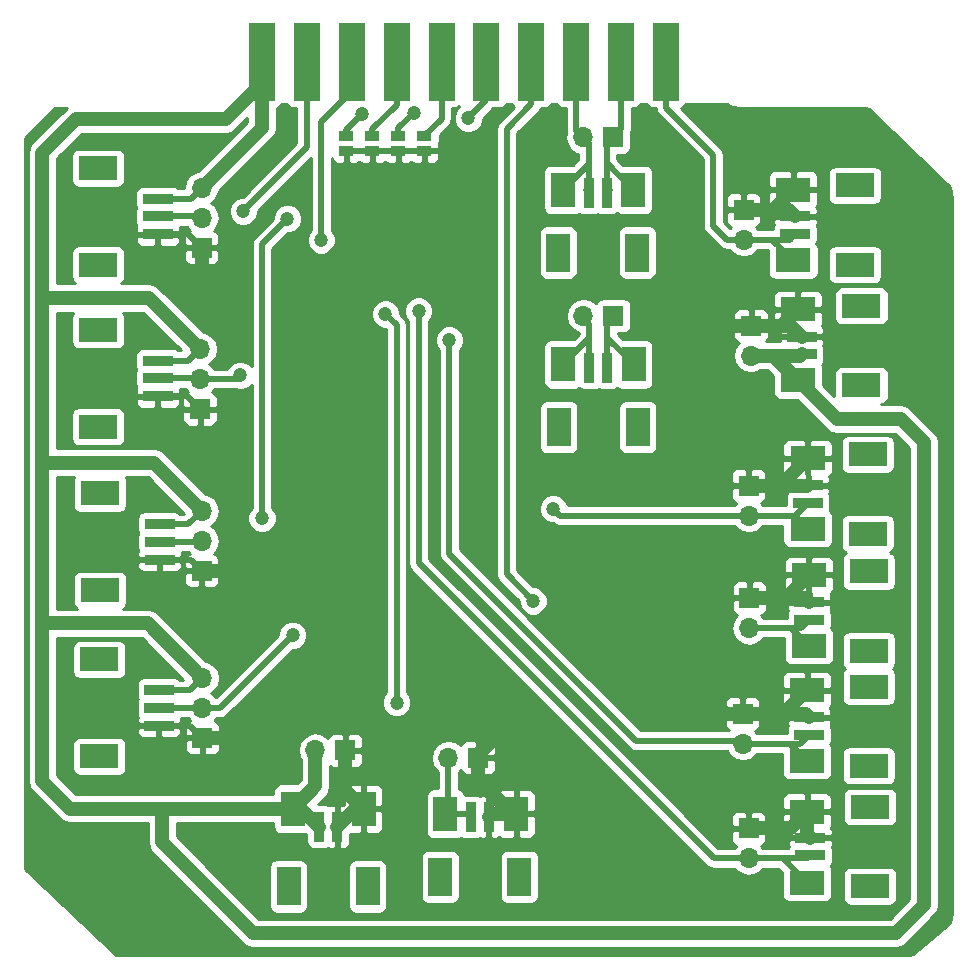
<source format=gbr>
G04 #@! TF.FileFunction,Copper,L1,Top,Signal*
%FSLAX46Y46*%
G04 Gerber Fmt 4.6, Leading zero omitted, Abs format (unit mm)*
G04 Created by KiCad (PCBNEW 4.0.6) date 06/28/17 12:26:05*
%MOMM*%
%LPD*%
G01*
G04 APERTURE LIST*
%ADD10C,0.100000*%
%ADD11R,2.200000X6.600000*%
%ADD12R,1.700000X1.700000*%
%ADD13O,1.700000X1.700000*%
%ADD14R,1.998980X2.999740*%
%ADD15R,2.999740X1.998980*%
%ADD16R,2.500000X0.900000*%
%ADD17R,3.300000X2.000000*%
%ADD18R,0.900000X2.500000*%
%ADD19R,2.000000X3.300000*%
%ADD20R,1.270000X0.970000*%
%ADD21C,1.200000*%
%ADD22C,1.200000*%
%ADD23C,0.500000*%
%ADD24C,1.500000*%
%ADD25C,0.254000*%
G04 APERTURE END LIST*
D10*
D11*
X165850000Y-91150000D03*
X162050000Y-91150000D03*
X154450000Y-91150000D03*
X158250000Y-91150000D03*
X143050000Y-91150000D03*
X139250000Y-91150000D03*
X146850000Y-91150000D03*
X150650000Y-91150000D03*
X131650000Y-91150000D03*
X135450000Y-91150000D03*
D12*
X138700000Y-149450000D03*
D13*
X136160000Y-149450000D03*
D12*
X173050000Y-113500000D03*
D13*
X173050000Y-116040000D03*
D12*
X161350000Y-97550000D03*
D13*
X158810000Y-97550000D03*
D14*
X140249740Y-154400000D03*
X134250260Y-154400000D03*
D12*
X161400000Y-112650000D03*
D13*
X158860000Y-112650000D03*
D15*
X177025000Y-112125260D03*
X177025000Y-118124740D03*
D14*
X163099740Y-102000000D03*
X157100260Y-102000000D03*
X163124740Y-116775000D03*
X157125260Y-116775000D03*
D16*
X177350000Y-114425000D03*
X177350000Y-115925000D03*
D17*
X182400000Y-111825000D03*
X182400000Y-118525000D03*
D18*
X138000000Y-155925000D03*
X136500000Y-155925000D03*
D19*
X140600000Y-160975000D03*
X133900000Y-160975000D03*
D18*
X160825000Y-102250000D03*
X159325000Y-102250000D03*
D19*
X163425000Y-107300000D03*
X156725000Y-107300000D03*
D18*
X160875000Y-117050000D03*
X159375000Y-117050000D03*
D19*
X163475000Y-122100000D03*
X156775000Y-122100000D03*
D12*
X172850000Y-127050000D03*
D13*
X172850000Y-129590000D03*
D12*
X172900000Y-136550000D03*
D13*
X172900000Y-139090000D03*
D12*
X172350000Y-146350000D03*
D13*
X172350000Y-148890000D03*
D12*
X172850000Y-156050000D03*
D13*
X172850000Y-158590000D03*
D15*
X177850000Y-124700260D03*
X177850000Y-130699740D03*
X177950000Y-134600260D03*
X177950000Y-140599740D03*
X177800000Y-144350260D03*
X177800000Y-150349740D03*
X177800000Y-154650260D03*
X177800000Y-160649740D03*
D16*
X177875000Y-127000000D03*
X177875000Y-128500000D03*
D17*
X182925000Y-124400000D03*
X182925000Y-131100000D03*
D16*
X177975000Y-136900000D03*
X177975000Y-138400000D03*
D17*
X183025000Y-134300000D03*
X183025000Y-141000000D03*
D16*
X177975000Y-146650000D03*
X177975000Y-148150000D03*
D17*
X183025000Y-144050000D03*
X183025000Y-150750000D03*
D16*
X178075000Y-156850000D03*
X178075000Y-158350000D03*
D17*
X183125000Y-154250000D03*
X183125000Y-160950000D03*
D12*
X149975000Y-150075000D03*
D13*
X147435000Y-150075000D03*
D14*
X153174740Y-154825000D03*
X147175260Y-154825000D03*
D18*
X150825000Y-155100000D03*
X149325000Y-155100000D03*
D19*
X153425000Y-160150000D03*
X146725000Y-160150000D03*
D12*
X126600000Y-148400000D03*
D13*
X126600000Y-145860000D03*
X126600000Y-143320000D03*
D12*
X126550000Y-134250000D03*
D13*
X126550000Y-131710000D03*
X126550000Y-129170000D03*
D12*
X126400000Y-120550000D03*
D13*
X126400000Y-118010000D03*
X126400000Y-115470000D03*
D12*
X126550000Y-106900000D03*
D13*
X126550000Y-104360000D03*
X126550000Y-101820000D03*
D16*
X122925000Y-147350000D03*
X122925000Y-145850000D03*
X122925000Y-144350000D03*
D17*
X117875000Y-149950000D03*
X117875000Y-141750000D03*
D16*
X122975000Y-133300000D03*
X122975000Y-131800000D03*
X122975000Y-130300000D03*
D17*
X117925000Y-135900000D03*
X117925000Y-127700000D03*
D16*
X122825000Y-119450000D03*
X122825000Y-117950000D03*
X122825000Y-116450000D03*
D17*
X117775000Y-122050000D03*
X117775000Y-113850000D03*
D16*
X122825000Y-105750000D03*
X122825000Y-104250000D03*
X122825000Y-102750000D03*
D17*
X117775000Y-108350000D03*
X117775000Y-100150000D03*
D20*
X145400000Y-98690000D03*
X145400000Y-97410000D03*
X143200000Y-98690000D03*
X143200000Y-97410000D03*
X141000000Y-98690000D03*
X141000000Y-97410000D03*
X138800000Y-98690000D03*
X138800000Y-97410000D03*
D12*
X172425000Y-103675000D03*
D13*
X172425000Y-106215000D03*
D15*
X176625000Y-101975260D03*
X176625000Y-107974740D03*
D16*
X176800000Y-104225000D03*
X176800000Y-105725000D03*
D17*
X181850000Y-101625000D03*
X181850000Y-108325000D03*
D21*
X176450000Y-97650000D03*
X169700000Y-114500000D03*
X168000000Y-124000000D03*
X168600000Y-144000000D03*
X169050000Y-153600000D03*
X153450000Y-146250000D03*
X139200000Y-145950000D03*
X127300000Y-110500000D03*
X129400000Y-122050000D03*
X130800000Y-147500000D03*
X130550000Y-135100000D03*
X156300000Y-129000000D03*
X154600000Y-136800000D03*
X147500000Y-114700000D03*
X149100000Y-95950000D03*
X144900000Y-112250000D03*
X143050000Y-145400000D03*
X142100000Y-112500000D03*
X144500000Y-95500000D03*
X140150000Y-95600000D03*
X136650000Y-106250000D03*
X134250000Y-139700000D03*
X131650000Y-129800000D03*
X133800000Y-104450000D03*
X129800000Y-117700000D03*
X130050000Y-103800000D03*
D22*
X173050000Y-113500000D02*
X170700000Y-113500000D01*
X170700000Y-113500000D02*
X169700000Y-114500000D01*
X172350000Y-146350000D02*
X170950000Y-146350000D01*
X170950000Y-146350000D02*
X168600000Y-144000000D01*
X149975000Y-150075000D02*
X149975000Y-149725000D01*
X149975000Y-149725000D02*
X153450000Y-146250000D01*
X126550000Y-106900000D02*
X126550000Y-109750000D01*
X126550000Y-109750000D02*
X127300000Y-110500000D01*
X126600000Y-148400000D02*
X129900000Y-148400000D01*
X129900000Y-148400000D02*
X130800000Y-147500000D01*
X126550000Y-134250000D02*
X129700000Y-134250000D01*
X129700000Y-134250000D02*
X130550000Y-135100000D01*
X172425000Y-103675000D02*
X176250000Y-103675000D01*
X176250000Y-103675000D02*
X176800000Y-104225000D01*
X172425000Y-103675000D02*
X174925260Y-103675000D01*
X174925260Y-103675000D02*
X176625000Y-101975260D01*
X175250000Y-113500000D02*
X176425000Y-113500000D01*
X176425000Y-113500000D02*
X177350000Y-114425000D01*
X173050000Y-113500000D02*
X175250000Y-113500000D01*
X175250000Y-113500000D02*
X175650260Y-113500000D01*
X175650260Y-113500000D02*
X177025000Y-112125260D01*
X175500000Y-127050000D02*
X177825000Y-127050000D01*
X177825000Y-127050000D02*
X177875000Y-127000000D01*
X172850000Y-127050000D02*
X175500000Y-127050000D01*
X175500000Y-127050000D02*
X175500260Y-127050000D01*
X175500260Y-127050000D02*
X177850000Y-124700260D01*
X176000260Y-136550000D02*
X177625000Y-136550000D01*
X177625000Y-136550000D02*
X177975000Y-136900000D01*
X172900000Y-136550000D02*
X176000260Y-136550000D01*
X176000260Y-136550000D02*
X177950000Y-134600260D01*
X175800260Y-146350000D02*
X177675000Y-146350000D01*
X177675000Y-146350000D02*
X177975000Y-146650000D01*
X172350000Y-146350000D02*
X175800260Y-146350000D01*
X175800260Y-146350000D02*
X177800000Y-144350260D01*
X177800000Y-154650260D02*
X177800000Y-156575000D01*
X177800000Y-156575000D02*
X178075000Y-156850000D01*
X172850000Y-156050000D02*
X176400260Y-156050000D01*
X176400260Y-156050000D02*
X177800000Y-154650260D01*
X153174740Y-154825000D02*
X152875000Y-154825000D01*
X152875000Y-154825000D02*
X149975000Y-151925000D01*
X149975000Y-151925000D02*
X149975000Y-150075000D01*
X153174740Y-154825000D02*
X151100000Y-154825000D01*
X151100000Y-154825000D02*
X150825000Y-155100000D01*
X138700000Y-149450000D02*
X138700000Y-152850260D01*
X138700000Y-152850260D02*
X140249740Y-154400000D01*
X140249740Y-154400000D02*
X139525000Y-154400000D01*
X139525000Y-154400000D02*
X138000000Y-155925000D01*
D23*
X122925000Y-147350000D02*
X125550000Y-147350000D01*
X125550000Y-147350000D02*
X126600000Y-148400000D01*
X122975000Y-133300000D02*
X125600000Y-133300000D01*
X125600000Y-133300000D02*
X126550000Y-134250000D01*
X122825000Y-105750000D02*
X125400000Y-105750000D01*
X125400000Y-105750000D02*
X126550000Y-106900000D01*
X125300000Y-119450000D02*
X126400000Y-120550000D01*
X122825000Y-119450000D02*
X125300000Y-119450000D01*
X176800000Y-102150260D02*
X176625000Y-101975260D01*
D22*
X123200000Y-154400000D02*
X123200000Y-157250000D01*
X180300260Y-121400000D02*
X177025000Y-118124740D01*
X185750000Y-121400000D02*
X180300260Y-121400000D01*
X187700000Y-123350000D02*
X185750000Y-121400000D01*
X187700000Y-162550000D02*
X187700000Y-123350000D01*
X185300000Y-164950000D02*
X187700000Y-162550000D01*
X130900000Y-164950000D02*
X185300000Y-164950000D01*
X123200000Y-157250000D02*
X130900000Y-164950000D01*
X173050000Y-116040000D02*
X174940260Y-116040000D01*
X174940260Y-116040000D02*
X177025000Y-118124740D01*
X173050000Y-116040000D02*
X177235000Y-116040000D01*
X177235000Y-116040000D02*
X177350000Y-115925000D01*
X134250260Y-154400000D02*
X134975000Y-154400000D01*
X134975000Y-154400000D02*
X136500000Y-155925000D01*
X136160000Y-149450000D02*
X136160000Y-152490260D01*
X136160000Y-152490260D02*
X134250260Y-154400000D01*
X113050000Y-138700000D02*
X121980000Y-138700000D01*
X121980000Y-138700000D02*
X126600000Y-143320000D01*
X113050000Y-125100000D02*
X122480000Y-125100000D01*
X122480000Y-125100000D02*
X126550000Y-129170000D01*
X113050000Y-111150000D02*
X122080000Y-111150000D01*
X122080000Y-111150000D02*
X126400000Y-115470000D01*
D24*
X131650000Y-91150000D02*
X131650000Y-92950000D01*
D22*
X131650000Y-92950000D02*
X128600000Y-96000000D01*
X115400000Y-154400000D02*
X123200000Y-154400000D01*
X123200000Y-154400000D02*
X134250260Y-154400000D01*
X113050000Y-152050000D02*
X115400000Y-154400000D01*
X113050000Y-98850000D02*
X113050000Y-111150000D01*
X113050000Y-111150000D02*
X113050000Y-125100000D01*
X113050000Y-125100000D02*
X113050000Y-138700000D01*
X113050000Y-138700000D02*
X113050000Y-152050000D01*
X115900000Y-96000000D02*
X113050000Y-98850000D01*
X128600000Y-96000000D02*
X115900000Y-96000000D01*
X131650000Y-91150000D02*
X131650000Y-96720000D01*
X131650000Y-96720000D02*
X126550000Y-101820000D01*
D24*
X131650000Y-91150000D02*
X131650000Y-93750000D01*
D23*
X122925000Y-144350000D02*
X125570000Y-144350000D01*
X125570000Y-144350000D02*
X126600000Y-143320000D01*
X122975000Y-130300000D02*
X125420000Y-130300000D01*
X125420000Y-130300000D02*
X126550000Y-129170000D01*
X122825000Y-102750000D02*
X125620000Y-102750000D01*
X125620000Y-102750000D02*
X126550000Y-101820000D01*
X122825000Y-116450000D02*
X125420000Y-116450000D01*
X125420000Y-116450000D02*
X126400000Y-115470000D01*
X157100260Y-102000000D02*
X157100260Y-101999740D01*
X157100260Y-101999740D02*
X159325000Y-99775000D01*
X158250000Y-91150000D02*
X158250000Y-96990000D01*
X158250000Y-96990000D02*
X159325000Y-98065000D01*
X159325000Y-98065000D02*
X159325000Y-99775000D01*
X159325000Y-99775000D02*
X159325000Y-102250000D01*
X159325000Y-102250000D02*
X159075000Y-102000000D01*
X163099740Y-102000000D02*
X163099740Y-101999740D01*
X163099740Y-101999740D02*
X160825000Y-99725000D01*
X162050000Y-91150000D02*
X162050000Y-96850000D01*
X162050000Y-96850000D02*
X160825000Y-98075000D01*
X160825000Y-98075000D02*
X160825000Y-99725000D01*
X160825000Y-99725000D02*
X160825000Y-102250000D01*
X160825000Y-102250000D02*
X161075000Y-102000000D01*
X157125260Y-116775000D02*
X157125260Y-116774740D01*
X157125260Y-116774740D02*
X159375000Y-114525000D01*
X158860000Y-112650000D02*
X158860000Y-112810000D01*
X158860000Y-112810000D02*
X159375000Y-113325000D01*
X159375000Y-113325000D02*
X159375000Y-114525000D01*
X159375000Y-114525000D02*
X159375000Y-117050000D01*
X163124740Y-116775000D02*
X163124740Y-116774740D01*
X163124740Y-116774740D02*
X160875000Y-114525000D01*
X161400000Y-112650000D02*
X161400000Y-112950000D01*
X161400000Y-112950000D02*
X160875000Y-113475000D01*
X160875000Y-113475000D02*
X160875000Y-114525000D01*
X160875000Y-114525000D02*
X160875000Y-117050000D01*
X162349740Y-116000000D02*
X163124740Y-116775000D01*
X156890000Y-129590000D02*
X172850000Y-129590000D01*
X156300000Y-129000000D02*
X156890000Y-129590000D01*
X176050000Y-129590000D02*
X176740260Y-129590000D01*
X176740260Y-129590000D02*
X177850000Y-130699740D01*
X172850000Y-129590000D02*
X176050000Y-129590000D01*
X176050000Y-129590000D02*
X176785000Y-129590000D01*
X176785000Y-129590000D02*
X177875000Y-128500000D01*
X154450000Y-91150000D02*
X154450000Y-94750000D01*
X152350000Y-134550000D02*
X154600000Y-136800000D01*
X152350000Y-96850000D02*
X152350000Y-134550000D01*
X154450000Y-94750000D02*
X152350000Y-96850000D01*
X175700000Y-139090000D02*
X176440260Y-139090000D01*
X176440260Y-139090000D02*
X177950000Y-140599740D01*
X172900000Y-139090000D02*
X175700000Y-139090000D01*
X175700000Y-139090000D02*
X177285000Y-139090000D01*
X177285000Y-139090000D02*
X177975000Y-138400000D01*
X163350000Y-148650000D02*
X172110000Y-148650000D01*
X147500000Y-132800000D02*
X163350000Y-148650000D01*
X147500000Y-114700000D02*
X147500000Y-132800000D01*
X172110000Y-148650000D02*
X172350000Y-148890000D01*
X175750000Y-148890000D02*
X176340260Y-148890000D01*
X176340260Y-148890000D02*
X177800000Y-150349740D01*
X172350000Y-148890000D02*
X175750000Y-148890000D01*
X175750000Y-148890000D02*
X177235000Y-148890000D01*
X177235000Y-148890000D02*
X177975000Y-148150000D01*
X172850000Y-158590000D02*
X169890000Y-158590000D01*
X149100000Y-95950000D02*
X150650000Y-94400000D01*
X144900000Y-133600000D02*
X144900000Y-112250000D01*
X169890000Y-158590000D02*
X144900000Y-133600000D01*
X150650000Y-94400000D02*
X150650000Y-91150000D01*
X175550000Y-158590000D02*
X177835000Y-158590000D01*
X177835000Y-158590000D02*
X178075000Y-158350000D01*
X172850000Y-158590000D02*
X175550000Y-158590000D01*
X175550000Y-158590000D02*
X175740260Y-158590000D01*
X175740260Y-158590000D02*
X177800000Y-160649740D01*
X143050000Y-113450000D02*
X143050000Y-145400000D01*
X142100000Y-112500000D02*
X143050000Y-113450000D01*
X147175260Y-154825000D02*
X149050000Y-154825000D01*
X149050000Y-154825000D02*
X149325000Y-155100000D01*
X147435000Y-150075000D02*
X147435000Y-154565260D01*
X147435000Y-154565260D02*
X147175260Y-154825000D01*
X146850000Y-91150000D02*
X146850000Y-95960000D01*
X146850000Y-95960000D02*
X145400000Y-97410000D01*
X144500000Y-95500000D02*
X143200000Y-96800000D01*
X143200000Y-96800000D02*
X143200000Y-97410000D01*
X141000000Y-97410000D02*
X141000000Y-96850000D01*
X143050000Y-94800000D02*
X143050000Y-91150000D01*
X141000000Y-96850000D02*
X143050000Y-94800000D01*
X140150000Y-95600000D02*
X138800000Y-96950000D01*
X138800000Y-96950000D02*
X138800000Y-97410000D01*
X139250000Y-91150000D02*
X139250000Y-93650000D01*
X139250000Y-93650000D02*
X136650000Y-96250000D01*
X136650000Y-96250000D02*
X136650000Y-106250000D01*
X134250000Y-139700000D02*
X128090000Y-145860000D01*
X128090000Y-145860000D02*
X126600000Y-145860000D01*
X122925000Y-145850000D02*
X126590000Y-145850000D01*
X126590000Y-145850000D02*
X126600000Y-145860000D01*
X131650000Y-106600000D02*
X131650000Y-129800000D01*
X133800000Y-104450000D02*
X131650000Y-106600000D01*
X122975000Y-131800000D02*
X126460000Y-131800000D01*
X126460000Y-131800000D02*
X126550000Y-131710000D01*
X135450000Y-91150000D02*
X135450000Y-98400000D01*
X129490000Y-118010000D02*
X126400000Y-118010000D01*
X129800000Y-117700000D02*
X129490000Y-118010000D01*
X135450000Y-98400000D02*
X130050000Y-103800000D01*
X122825000Y-117950000D02*
X126340000Y-117950000D01*
X126340000Y-117950000D02*
X126400000Y-118010000D01*
X122825000Y-104250000D02*
X126440000Y-104250000D01*
X126440000Y-104250000D02*
X126550000Y-104360000D01*
X174200000Y-106215000D02*
X174865260Y-106215000D01*
X174865260Y-106215000D02*
X176625000Y-107974740D01*
X172425000Y-106215000D02*
X174200000Y-106215000D01*
X174200000Y-106215000D02*
X176310000Y-106215000D01*
X176310000Y-106215000D02*
X176800000Y-105725000D01*
X165850000Y-91150000D02*
X165850000Y-95050000D01*
X171015000Y-106215000D02*
X172425000Y-106215000D01*
X169850000Y-105050000D02*
X171015000Y-106215000D01*
X169850000Y-99050000D02*
X169850000Y-105050000D01*
X165850000Y-95050000D02*
X169850000Y-99050000D01*
D25*
G36*
X133759679Y-94705272D02*
X133885910Y-94901441D01*
X134098110Y-95046431D01*
X134350000Y-95097440D01*
X134565000Y-95097440D01*
X134565000Y-98033421D01*
X130033435Y-102564985D01*
X129805421Y-102564786D01*
X129351343Y-102752408D01*
X129003629Y-103099515D01*
X128815215Y-103553266D01*
X128814786Y-104044579D01*
X129002408Y-104498657D01*
X129349515Y-104846371D01*
X129803266Y-105034785D01*
X130294579Y-105035214D01*
X130748657Y-104847592D01*
X131096371Y-104500485D01*
X131284785Y-104046734D01*
X131284986Y-103816594D01*
X135765000Y-99336579D01*
X135765000Y-105388426D01*
X135603629Y-105549515D01*
X135415215Y-106003266D01*
X135414786Y-106494579D01*
X135602408Y-106948657D01*
X135949515Y-107296371D01*
X136403266Y-107484785D01*
X136894579Y-107485214D01*
X137348657Y-107297592D01*
X137696371Y-106950485D01*
X137884785Y-106496734D01*
X137885214Y-106005421D01*
X137697592Y-105551343D01*
X137535000Y-105388467D01*
X137535000Y-99313381D01*
X137626673Y-99534699D01*
X137805302Y-99713327D01*
X138038691Y-99810000D01*
X138514250Y-99810000D01*
X138673000Y-99651250D01*
X138673000Y-98817000D01*
X138927000Y-98817000D01*
X138927000Y-99651250D01*
X139085750Y-99810000D01*
X139561309Y-99810000D01*
X139794698Y-99713327D01*
X139900000Y-99608026D01*
X140005302Y-99713327D01*
X140238691Y-99810000D01*
X140714250Y-99810000D01*
X140873000Y-99651250D01*
X140873000Y-98817000D01*
X141127000Y-98817000D01*
X141127000Y-99651250D01*
X141285750Y-99810000D01*
X141761309Y-99810000D01*
X141994698Y-99713327D01*
X142100000Y-99608026D01*
X142205302Y-99713327D01*
X142438691Y-99810000D01*
X142914250Y-99810000D01*
X143073000Y-99651250D01*
X143073000Y-98817000D01*
X143327000Y-98817000D01*
X143327000Y-99651250D01*
X143485750Y-99810000D01*
X143961309Y-99810000D01*
X144194698Y-99713327D01*
X144300000Y-99608026D01*
X144405302Y-99713327D01*
X144638691Y-99810000D01*
X145114250Y-99810000D01*
X145273000Y-99651250D01*
X145273000Y-98817000D01*
X145527000Y-98817000D01*
X145527000Y-99651250D01*
X145685750Y-99810000D01*
X146161309Y-99810000D01*
X146394698Y-99713327D01*
X146573327Y-99534699D01*
X146670000Y-99301310D01*
X146670000Y-98975750D01*
X146511250Y-98817000D01*
X145527000Y-98817000D01*
X145273000Y-98817000D01*
X143327000Y-98817000D01*
X143073000Y-98817000D01*
X141127000Y-98817000D01*
X140873000Y-98817000D01*
X138927000Y-98817000D01*
X138673000Y-98817000D01*
X138653000Y-98817000D01*
X138653000Y-98563000D01*
X138673000Y-98563000D01*
X138673000Y-98543000D01*
X138927000Y-98543000D01*
X138927000Y-98563000D01*
X140873000Y-98563000D01*
X140873000Y-98543000D01*
X141127000Y-98543000D01*
X141127000Y-98563000D01*
X143073000Y-98563000D01*
X143073000Y-98543000D01*
X143327000Y-98543000D01*
X143327000Y-98563000D01*
X145273000Y-98563000D01*
X145273000Y-98543000D01*
X145527000Y-98543000D01*
X145527000Y-98563000D01*
X146511250Y-98563000D01*
X146670000Y-98404250D01*
X146670000Y-98078690D01*
X146653371Y-98038545D01*
X146682440Y-97895000D01*
X146682440Y-97379140D01*
X147475787Y-96585792D01*
X147475790Y-96585790D01*
X147667633Y-96298675D01*
X147687528Y-96198657D01*
X147735001Y-95960000D01*
X147735000Y-95959995D01*
X147735000Y-95097440D01*
X147950000Y-95097440D01*
X148185317Y-95053162D01*
X148368237Y-94935456D01*
X148053629Y-95249515D01*
X147865215Y-95703266D01*
X147864786Y-96194579D01*
X148052408Y-96648657D01*
X148399515Y-96996371D01*
X148853266Y-97184785D01*
X149344579Y-97185214D01*
X149798657Y-96997592D01*
X150146371Y-96650485D01*
X150334785Y-96196734D01*
X150334986Y-95966594D01*
X151204139Y-95097440D01*
X151750000Y-95097440D01*
X151985317Y-95053162D01*
X152201441Y-94914090D01*
X152325547Y-94732455D01*
X152777596Y-94733117D01*
X152885910Y-94901441D01*
X152981598Y-94966822D01*
X151724210Y-96224210D01*
X151532367Y-96511325D01*
X151532367Y-96511326D01*
X151464999Y-96850000D01*
X151465000Y-96850005D01*
X151465000Y-134549995D01*
X151464999Y-134550000D01*
X151500259Y-134727260D01*
X151532367Y-134888675D01*
X151650183Y-135065000D01*
X151724210Y-135175790D01*
X153364985Y-136816564D01*
X153364786Y-137044579D01*
X153552408Y-137498657D01*
X153899515Y-137846371D01*
X154353266Y-138034785D01*
X154844579Y-138035214D01*
X155298657Y-137847592D01*
X155646371Y-137500485D01*
X155834785Y-137046734D01*
X155835214Y-136555421D01*
X155647592Y-136101343D01*
X155300485Y-135753629D01*
X154867145Y-135573690D01*
X171415000Y-135573690D01*
X171415000Y-136264250D01*
X171573750Y-136423000D01*
X172773000Y-136423000D01*
X172773000Y-135223750D01*
X173027000Y-135223750D01*
X173027000Y-136423000D01*
X174226250Y-136423000D01*
X174385000Y-136264250D01*
X174385000Y-135573690D01*
X174288327Y-135340301D01*
X174109698Y-135161673D01*
X173876309Y-135065000D01*
X173185750Y-135065000D01*
X173027000Y-135223750D01*
X172773000Y-135223750D01*
X172614250Y-135065000D01*
X171923691Y-135065000D01*
X171690302Y-135161673D01*
X171511673Y-135340301D01*
X171415000Y-135573690D01*
X154867145Y-135573690D01*
X154846734Y-135565215D01*
X154616593Y-135565014D01*
X153937590Y-134886010D01*
X175815130Y-134886010D01*
X175815130Y-135726059D01*
X175911803Y-135959448D01*
X176090431Y-136138077D01*
X176155688Y-136165107D01*
X176090000Y-136323691D01*
X176090000Y-136614250D01*
X176248750Y-136773000D01*
X177848000Y-136773000D01*
X177848000Y-135973750D01*
X177823000Y-135948750D01*
X177823000Y-134727260D01*
X178077000Y-134727260D01*
X178077000Y-136076000D01*
X178102000Y-136101000D01*
X178102000Y-136773000D01*
X179701250Y-136773000D01*
X179860000Y-136614250D01*
X179860000Y-136323691D01*
X179786990Y-136147430D01*
X179809569Y-136138077D01*
X179988197Y-135959448D01*
X180084870Y-135726059D01*
X180084870Y-134886010D01*
X179926120Y-134727260D01*
X178077000Y-134727260D01*
X177823000Y-134727260D01*
X175973880Y-134727260D01*
X175815130Y-134886010D01*
X153937590Y-134886010D01*
X153235000Y-134183420D01*
X153235000Y-133474461D01*
X175815130Y-133474461D01*
X175815130Y-134314510D01*
X175973880Y-134473260D01*
X177823000Y-134473260D01*
X177823000Y-133124520D01*
X178077000Y-133124520D01*
X178077000Y-134473260D01*
X179926120Y-134473260D01*
X180084870Y-134314510D01*
X180084870Y-133474461D01*
X179988197Y-133241072D01*
X179809569Y-133062443D01*
X179576180Y-132965770D01*
X178235750Y-132965770D01*
X178077000Y-133124520D01*
X177823000Y-133124520D01*
X177664250Y-132965770D01*
X176323820Y-132965770D01*
X176090431Y-133062443D01*
X175911803Y-133241072D01*
X175815130Y-133474461D01*
X153235000Y-133474461D01*
X153235000Y-129244579D01*
X155064786Y-129244579D01*
X155252408Y-129698657D01*
X155599515Y-130046371D01*
X156053266Y-130234785D01*
X156292951Y-130234994D01*
X156551325Y-130407633D01*
X156607516Y-130418810D01*
X156890000Y-130475001D01*
X156890005Y-130475000D01*
X171660568Y-130475000D01*
X171770853Y-130640054D01*
X172252622Y-130961961D01*
X172820907Y-131075000D01*
X172879093Y-131075000D01*
X173447378Y-130961961D01*
X173929147Y-130640054D01*
X174039432Y-130475000D01*
X175702690Y-130475000D01*
X175702690Y-131699230D01*
X175746968Y-131934547D01*
X175886040Y-132150671D01*
X176098240Y-132295661D01*
X176350130Y-132346670D01*
X179349870Y-132346670D01*
X179585187Y-132302392D01*
X179801311Y-132163320D01*
X179946301Y-131951120D01*
X179997310Y-131699230D01*
X179997310Y-130100000D01*
X180627560Y-130100000D01*
X180627560Y-132100000D01*
X180671838Y-132335317D01*
X180810910Y-132551441D01*
X181023110Y-132696431D01*
X181112260Y-132714484D01*
X180923559Y-132835910D01*
X180778569Y-133048110D01*
X180727560Y-133300000D01*
X180727560Y-135300000D01*
X180771838Y-135535317D01*
X180910910Y-135751441D01*
X181123110Y-135896431D01*
X181375000Y-135947440D01*
X184675000Y-135947440D01*
X184910317Y-135903162D01*
X185126441Y-135764090D01*
X185271431Y-135551890D01*
X185322440Y-135300000D01*
X185322440Y-133300000D01*
X185278162Y-133064683D01*
X185139090Y-132848559D01*
X184926890Y-132703569D01*
X184837740Y-132685516D01*
X185026441Y-132564090D01*
X185171431Y-132351890D01*
X185222440Y-132100000D01*
X185222440Y-130100000D01*
X185178162Y-129864683D01*
X185039090Y-129648559D01*
X184826890Y-129503569D01*
X184575000Y-129452560D01*
X181275000Y-129452560D01*
X181039683Y-129496838D01*
X180823559Y-129635910D01*
X180678569Y-129848110D01*
X180627560Y-130100000D01*
X179997310Y-130100000D01*
X179997310Y-129700250D01*
X179953032Y-129464933D01*
X179813960Y-129248809D01*
X179724331Y-129187568D01*
X179772440Y-128950000D01*
X179772440Y-128050000D01*
X179728162Y-127814683D01*
X179687461Y-127751432D01*
X179760000Y-127576309D01*
X179760000Y-127285750D01*
X179601250Y-127127000D01*
X178002000Y-127127000D01*
X178002000Y-127147000D01*
X177748000Y-127147000D01*
X177748000Y-127127000D01*
X176148750Y-127127000D01*
X175990000Y-127285750D01*
X175990000Y-127576309D01*
X176061755Y-127749541D01*
X176028569Y-127798110D01*
X175977560Y-128050000D01*
X175977560Y-128705000D01*
X174039432Y-128705000D01*
X173929147Y-128539946D01*
X173885223Y-128510597D01*
X174059698Y-128438327D01*
X174238327Y-128259699D01*
X174335000Y-128026310D01*
X174335000Y-127335750D01*
X174176250Y-127177000D01*
X172977000Y-127177000D01*
X172977000Y-127197000D01*
X172723000Y-127197000D01*
X172723000Y-127177000D01*
X171523750Y-127177000D01*
X171365000Y-127335750D01*
X171365000Y-128026310D01*
X171461673Y-128259699D01*
X171640302Y-128438327D01*
X171814777Y-128510597D01*
X171770853Y-128539946D01*
X171660568Y-128705000D01*
X157514380Y-128705000D01*
X157347592Y-128301343D01*
X157000485Y-127953629D01*
X156546734Y-127765215D01*
X156055421Y-127764786D01*
X155601343Y-127952408D01*
X155253629Y-128299515D01*
X155065215Y-128753266D01*
X155064786Y-129244579D01*
X153235000Y-129244579D01*
X153235000Y-126073690D01*
X171365000Y-126073690D01*
X171365000Y-126764250D01*
X171523750Y-126923000D01*
X172723000Y-126923000D01*
X172723000Y-125723750D01*
X172977000Y-125723750D01*
X172977000Y-126923000D01*
X174176250Y-126923000D01*
X174335000Y-126764250D01*
X174335000Y-126073690D01*
X174238327Y-125840301D01*
X174059698Y-125661673D01*
X173826309Y-125565000D01*
X173135750Y-125565000D01*
X172977000Y-125723750D01*
X172723000Y-125723750D01*
X172564250Y-125565000D01*
X171873691Y-125565000D01*
X171640302Y-125661673D01*
X171461673Y-125840301D01*
X171365000Y-126073690D01*
X153235000Y-126073690D01*
X153235000Y-124986010D01*
X175715130Y-124986010D01*
X175715130Y-125826059D01*
X175811803Y-126059448D01*
X175990431Y-126238077D01*
X176055688Y-126265107D01*
X175990000Y-126423691D01*
X175990000Y-126714250D01*
X176148750Y-126873000D01*
X177748000Y-126873000D01*
X177748000Y-126073750D01*
X177723000Y-126048750D01*
X177723000Y-124827260D01*
X177977000Y-124827260D01*
X177977000Y-126176000D01*
X178002000Y-126201000D01*
X178002000Y-126873000D01*
X179601250Y-126873000D01*
X179760000Y-126714250D01*
X179760000Y-126423691D01*
X179686990Y-126247430D01*
X179709569Y-126238077D01*
X179888197Y-126059448D01*
X179984870Y-125826059D01*
X179984870Y-124986010D01*
X179826120Y-124827260D01*
X177977000Y-124827260D01*
X177723000Y-124827260D01*
X175873880Y-124827260D01*
X175715130Y-124986010D01*
X153235000Y-124986010D01*
X153235000Y-120450000D01*
X155127560Y-120450000D01*
X155127560Y-123750000D01*
X155171838Y-123985317D01*
X155310910Y-124201441D01*
X155523110Y-124346431D01*
X155775000Y-124397440D01*
X157775000Y-124397440D01*
X158010317Y-124353162D01*
X158226441Y-124214090D01*
X158371431Y-124001890D01*
X158422440Y-123750000D01*
X158422440Y-120450000D01*
X161827560Y-120450000D01*
X161827560Y-123750000D01*
X161871838Y-123985317D01*
X162010910Y-124201441D01*
X162223110Y-124346431D01*
X162475000Y-124397440D01*
X164475000Y-124397440D01*
X164710317Y-124353162D01*
X164926441Y-124214090D01*
X165071431Y-124001890D01*
X165122440Y-123750000D01*
X165122440Y-123574461D01*
X175715130Y-123574461D01*
X175715130Y-124414510D01*
X175873880Y-124573260D01*
X177723000Y-124573260D01*
X177723000Y-123224520D01*
X177977000Y-123224520D01*
X177977000Y-124573260D01*
X179826120Y-124573260D01*
X179984870Y-124414510D01*
X179984870Y-123574461D01*
X179912606Y-123400000D01*
X180627560Y-123400000D01*
X180627560Y-125400000D01*
X180671838Y-125635317D01*
X180810910Y-125851441D01*
X181023110Y-125996431D01*
X181275000Y-126047440D01*
X184575000Y-126047440D01*
X184810317Y-126003162D01*
X185026441Y-125864090D01*
X185171431Y-125651890D01*
X185222440Y-125400000D01*
X185222440Y-123400000D01*
X185178162Y-123164683D01*
X185039090Y-122948559D01*
X184826890Y-122803569D01*
X184575000Y-122752560D01*
X181275000Y-122752560D01*
X181039683Y-122796838D01*
X180823559Y-122935910D01*
X180678569Y-123148110D01*
X180627560Y-123400000D01*
X179912606Y-123400000D01*
X179888197Y-123341072D01*
X179709569Y-123162443D01*
X179476180Y-123065770D01*
X178135750Y-123065770D01*
X177977000Y-123224520D01*
X177723000Y-123224520D01*
X177564250Y-123065770D01*
X176223820Y-123065770D01*
X175990431Y-123162443D01*
X175811803Y-123341072D01*
X175715130Y-123574461D01*
X165122440Y-123574461D01*
X165122440Y-120450000D01*
X165078162Y-120214683D01*
X164939090Y-119998559D01*
X164726890Y-119853569D01*
X164475000Y-119802560D01*
X162475000Y-119802560D01*
X162239683Y-119846838D01*
X162023559Y-119985910D01*
X161878569Y-120198110D01*
X161827560Y-120450000D01*
X158422440Y-120450000D01*
X158378162Y-120214683D01*
X158239090Y-119998559D01*
X158026890Y-119853569D01*
X157775000Y-119802560D01*
X155775000Y-119802560D01*
X155539683Y-119846838D01*
X155323559Y-119985910D01*
X155178569Y-120198110D01*
X155127560Y-120450000D01*
X153235000Y-120450000D01*
X153235000Y-115275130D01*
X155478330Y-115275130D01*
X155478330Y-118274870D01*
X155522608Y-118510187D01*
X155661680Y-118726311D01*
X155873880Y-118871301D01*
X156125770Y-118922310D01*
X158124750Y-118922310D01*
X158360067Y-118878032D01*
X158507415Y-118783216D01*
X158673110Y-118896431D01*
X158925000Y-118947440D01*
X159825000Y-118947440D01*
X160060317Y-118903162D01*
X160123478Y-118862519D01*
X160173110Y-118896431D01*
X160425000Y-118947440D01*
X161325000Y-118947440D01*
X161560317Y-118903162D01*
X161745547Y-118783970D01*
X161873360Y-118871301D01*
X162125250Y-118922310D01*
X164124230Y-118922310D01*
X164359547Y-118878032D01*
X164575671Y-118738960D01*
X164720661Y-118526760D01*
X164771670Y-118274870D01*
X164771670Y-115275130D01*
X164727392Y-115039813D01*
X164588320Y-114823689D01*
X164376120Y-114678699D01*
X164124230Y-114627690D01*
X162229270Y-114627690D01*
X161760000Y-114158420D01*
X161760000Y-114147440D01*
X162250000Y-114147440D01*
X162485317Y-114103162D01*
X162701441Y-113964090D01*
X162846431Y-113751890D01*
X162897440Y-113500000D01*
X162897440Y-112523690D01*
X171565000Y-112523690D01*
X171565000Y-113214250D01*
X171723750Y-113373000D01*
X172923000Y-113373000D01*
X172923000Y-112173750D01*
X173177000Y-112173750D01*
X173177000Y-113373000D01*
X174376250Y-113373000D01*
X174535000Y-113214250D01*
X174535000Y-112523690D01*
X174488327Y-112411010D01*
X174890130Y-112411010D01*
X174890130Y-113251059D01*
X174986803Y-113484448D01*
X175165431Y-113663077D01*
X175398820Y-113759750D01*
X175501841Y-113759750D01*
X175465000Y-113848691D01*
X175465000Y-114139250D01*
X175623750Y-114298000D01*
X177223000Y-114298000D01*
X177223000Y-114278000D01*
X177477000Y-114278000D01*
X177477000Y-114298000D01*
X179076250Y-114298000D01*
X179235000Y-114139250D01*
X179235000Y-113848691D01*
X179138327Y-113615302D01*
X179035335Y-113512310D01*
X179063197Y-113484448D01*
X179159870Y-113251059D01*
X179159870Y-112411010D01*
X179001120Y-112252260D01*
X177152000Y-112252260D01*
X177152000Y-112272260D01*
X176898000Y-112272260D01*
X176898000Y-112252260D01*
X175048880Y-112252260D01*
X174890130Y-112411010D01*
X174488327Y-112411010D01*
X174438327Y-112290301D01*
X174259698Y-112111673D01*
X174026309Y-112015000D01*
X173335750Y-112015000D01*
X173177000Y-112173750D01*
X172923000Y-112173750D01*
X172764250Y-112015000D01*
X172073691Y-112015000D01*
X171840302Y-112111673D01*
X171661673Y-112290301D01*
X171565000Y-112523690D01*
X162897440Y-112523690D01*
X162897440Y-111800000D01*
X162853162Y-111564683D01*
X162714090Y-111348559D01*
X162501890Y-111203569D01*
X162250000Y-111152560D01*
X160550000Y-111152560D01*
X160314683Y-111196838D01*
X160098559Y-111335910D01*
X159953569Y-111548110D01*
X159939914Y-111615541D01*
X159910054Y-111570853D01*
X159428285Y-111248946D01*
X158860000Y-111135907D01*
X158291715Y-111248946D01*
X157809946Y-111570853D01*
X157488039Y-112052622D01*
X157375000Y-112620907D01*
X157375000Y-112679093D01*
X157488039Y-113247378D01*
X157809946Y-113729147D01*
X158291715Y-114051054D01*
X158490000Y-114090495D01*
X158490000Y-114158421D01*
X158020731Y-114627690D01*
X156125770Y-114627690D01*
X155890453Y-114671968D01*
X155674329Y-114811040D01*
X155529339Y-115023240D01*
X155478330Y-115275130D01*
X153235000Y-115275130D01*
X153235000Y-110999461D01*
X174890130Y-110999461D01*
X174890130Y-111839510D01*
X175048880Y-111998260D01*
X176898000Y-111998260D01*
X176898000Y-110649520D01*
X177152000Y-110649520D01*
X177152000Y-111998260D01*
X179001120Y-111998260D01*
X179159870Y-111839510D01*
X179159870Y-110999461D01*
X179087606Y-110825000D01*
X180102560Y-110825000D01*
X180102560Y-112825000D01*
X180146838Y-113060317D01*
X180285910Y-113276441D01*
X180498110Y-113421431D01*
X180750000Y-113472440D01*
X184050000Y-113472440D01*
X184285317Y-113428162D01*
X184501441Y-113289090D01*
X184646431Y-113076890D01*
X184697440Y-112825000D01*
X184697440Y-110825000D01*
X184653162Y-110589683D01*
X184514090Y-110373559D01*
X184301890Y-110228569D01*
X184050000Y-110177560D01*
X180750000Y-110177560D01*
X180514683Y-110221838D01*
X180298559Y-110360910D01*
X180153569Y-110573110D01*
X180102560Y-110825000D01*
X179087606Y-110825000D01*
X179063197Y-110766072D01*
X178884569Y-110587443D01*
X178651180Y-110490770D01*
X177310750Y-110490770D01*
X177152000Y-110649520D01*
X176898000Y-110649520D01*
X176739250Y-110490770D01*
X175398820Y-110490770D01*
X175165431Y-110587443D01*
X174986803Y-110766072D01*
X174890130Y-110999461D01*
X153235000Y-110999461D01*
X153235000Y-105650000D01*
X155077560Y-105650000D01*
X155077560Y-108950000D01*
X155121838Y-109185317D01*
X155260910Y-109401441D01*
X155473110Y-109546431D01*
X155725000Y-109597440D01*
X157725000Y-109597440D01*
X157960317Y-109553162D01*
X158176441Y-109414090D01*
X158321431Y-109201890D01*
X158372440Y-108950000D01*
X158372440Y-105650000D01*
X161777560Y-105650000D01*
X161777560Y-108950000D01*
X161821838Y-109185317D01*
X161960910Y-109401441D01*
X162173110Y-109546431D01*
X162425000Y-109597440D01*
X164425000Y-109597440D01*
X164660317Y-109553162D01*
X164876441Y-109414090D01*
X165021431Y-109201890D01*
X165072440Y-108950000D01*
X165072440Y-105650000D01*
X165028162Y-105414683D01*
X164889090Y-105198559D01*
X164676890Y-105053569D01*
X164425000Y-105002560D01*
X162425000Y-105002560D01*
X162189683Y-105046838D01*
X161973559Y-105185910D01*
X161828569Y-105398110D01*
X161777560Y-105650000D01*
X158372440Y-105650000D01*
X158328162Y-105414683D01*
X158189090Y-105198559D01*
X157976890Y-105053569D01*
X157725000Y-105002560D01*
X155725000Y-105002560D01*
X155489683Y-105046838D01*
X155273559Y-105185910D01*
X155128569Y-105398110D01*
X155077560Y-105650000D01*
X153235000Y-105650000D01*
X153235000Y-97216580D01*
X155075787Y-95375792D01*
X155075790Y-95375790D01*
X155261776Y-95097440D01*
X155550000Y-95097440D01*
X155785317Y-95053162D01*
X156001441Y-94914090D01*
X156121749Y-94738013D01*
X156581180Y-94738686D01*
X156685910Y-94901441D01*
X156898110Y-95046431D01*
X157150000Y-95097440D01*
X157365000Y-95097440D01*
X157365000Y-96989995D01*
X157364999Y-96990000D01*
X157397802Y-97154907D01*
X157325000Y-97520907D01*
X157325000Y-97579093D01*
X157438039Y-98147378D01*
X157759946Y-98629147D01*
X158241715Y-98951054D01*
X158440000Y-98990495D01*
X158440000Y-99408421D01*
X157995731Y-99852690D01*
X156100770Y-99852690D01*
X155865453Y-99896968D01*
X155649329Y-100036040D01*
X155504339Y-100248240D01*
X155453330Y-100500130D01*
X155453330Y-103499870D01*
X155497608Y-103735187D01*
X155636680Y-103951311D01*
X155848880Y-104096301D01*
X156100770Y-104147310D01*
X158099750Y-104147310D01*
X158335067Y-104103032D01*
X158488383Y-104004376D01*
X158623110Y-104096431D01*
X158875000Y-104147440D01*
X159775000Y-104147440D01*
X160010317Y-104103162D01*
X160073478Y-104062519D01*
X160123110Y-104096431D01*
X160375000Y-104147440D01*
X161275000Y-104147440D01*
X161510317Y-104103162D01*
X161689579Y-103987810D01*
X161848360Y-104096301D01*
X162100250Y-104147310D01*
X164099230Y-104147310D01*
X164334547Y-104103032D01*
X164550671Y-103963960D01*
X164695661Y-103751760D01*
X164746670Y-103499870D01*
X164746670Y-100500130D01*
X164702392Y-100264813D01*
X164563320Y-100048689D01*
X164351120Y-99903699D01*
X164099230Y-99852690D01*
X162204270Y-99852690D01*
X161710000Y-99358420D01*
X161710000Y-99047440D01*
X162200000Y-99047440D01*
X162435317Y-99003162D01*
X162651441Y-98864090D01*
X162796431Y-98651890D01*
X162847440Y-98400000D01*
X162847440Y-97218896D01*
X162867634Y-97188674D01*
X162935001Y-96850000D01*
X162935000Y-96849995D01*
X162935000Y-95097440D01*
X163150000Y-95097440D01*
X163385317Y-95053162D01*
X163601441Y-94914090D01*
X163714154Y-94749130D01*
X164188347Y-94749824D01*
X164285910Y-94901441D01*
X164498110Y-95046431D01*
X164750000Y-95097440D01*
X164974436Y-95097440D01*
X165019544Y-95324210D01*
X165032367Y-95388675D01*
X165168472Y-95592371D01*
X165224210Y-95675790D01*
X168965000Y-99416579D01*
X168965000Y-105049995D01*
X168964999Y-105050000D01*
X169014018Y-105296431D01*
X169032367Y-105388675D01*
X169166360Y-105589211D01*
X169224210Y-105675790D01*
X170389208Y-106840787D01*
X170389210Y-106840790D01*
X170676325Y-107032633D01*
X170732516Y-107043810D01*
X171015000Y-107100001D01*
X171015005Y-107100000D01*
X171235568Y-107100000D01*
X171345853Y-107265054D01*
X171827622Y-107586961D01*
X172395907Y-107700000D01*
X172454093Y-107700000D01*
X173022378Y-107586961D01*
X173504147Y-107265054D01*
X173614432Y-107100000D01*
X174477690Y-107100000D01*
X174477690Y-108974230D01*
X174521968Y-109209547D01*
X174661040Y-109425671D01*
X174873240Y-109570661D01*
X175125130Y-109621670D01*
X178124870Y-109621670D01*
X178360187Y-109577392D01*
X178576311Y-109438320D01*
X178721301Y-109226120D01*
X178772310Y-108974230D01*
X178772310Y-107325000D01*
X179552560Y-107325000D01*
X179552560Y-109325000D01*
X179596838Y-109560317D01*
X179735910Y-109776441D01*
X179948110Y-109921431D01*
X180200000Y-109972440D01*
X183500000Y-109972440D01*
X183735317Y-109928162D01*
X183951441Y-109789090D01*
X184096431Y-109576890D01*
X184147440Y-109325000D01*
X184147440Y-107325000D01*
X184103162Y-107089683D01*
X183964090Y-106873559D01*
X183751890Y-106728569D01*
X183500000Y-106677560D01*
X180200000Y-106677560D01*
X179964683Y-106721838D01*
X179748559Y-106860910D01*
X179603569Y-107073110D01*
X179552560Y-107325000D01*
X178772310Y-107325000D01*
X178772310Y-106975250D01*
X178728032Y-106739933D01*
X178588960Y-106523809D01*
X178582994Y-106519733D01*
X178646431Y-106426890D01*
X178697440Y-106175000D01*
X178697440Y-105275000D01*
X178653162Y-105039683D01*
X178612461Y-104976432D01*
X178685000Y-104801309D01*
X178685000Y-104510750D01*
X178526250Y-104352000D01*
X176927000Y-104352000D01*
X176927000Y-104372000D01*
X176673000Y-104372000D01*
X176673000Y-104352000D01*
X175073750Y-104352000D01*
X174915000Y-104510750D01*
X174915000Y-104801309D01*
X174986755Y-104974541D01*
X174953569Y-105023110D01*
X174902560Y-105275000D01*
X174902560Y-105330000D01*
X174865265Y-105330000D01*
X174865260Y-105329999D01*
X174865255Y-105330000D01*
X173614432Y-105330000D01*
X173504147Y-105164946D01*
X173460223Y-105135597D01*
X173634698Y-105063327D01*
X173813327Y-104884699D01*
X173910000Y-104651310D01*
X173910000Y-103960750D01*
X173751250Y-103802000D01*
X172552000Y-103802000D01*
X172552000Y-103822000D01*
X172298000Y-103822000D01*
X172298000Y-103802000D01*
X171098750Y-103802000D01*
X170940000Y-103960750D01*
X170940000Y-104651310D01*
X171036673Y-104884699D01*
X171215302Y-105063327D01*
X171389777Y-105135597D01*
X171345853Y-105164946D01*
X171294052Y-105242472D01*
X170735000Y-104683420D01*
X170735000Y-102698690D01*
X170940000Y-102698690D01*
X170940000Y-103389250D01*
X171098750Y-103548000D01*
X172298000Y-103548000D01*
X172298000Y-102348750D01*
X172552000Y-102348750D01*
X172552000Y-103548000D01*
X173751250Y-103548000D01*
X173910000Y-103389250D01*
X173910000Y-102698690D01*
X173813327Y-102465301D01*
X173634698Y-102286673D01*
X173572743Y-102261010D01*
X174490130Y-102261010D01*
X174490130Y-103101059D01*
X174586803Y-103334448D01*
X174765431Y-103513077D01*
X174941043Y-103585818D01*
X174915000Y-103648691D01*
X174915000Y-103939250D01*
X175073750Y-104098000D01*
X176673000Y-104098000D01*
X176673000Y-104078000D01*
X176927000Y-104078000D01*
X176927000Y-104098000D01*
X178526250Y-104098000D01*
X178685000Y-103939250D01*
X178685000Y-103648691D01*
X178588327Y-103415302D01*
X178585335Y-103412310D01*
X178663197Y-103334448D01*
X178759870Y-103101059D01*
X178759870Y-102261010D01*
X178601120Y-102102260D01*
X176752000Y-102102260D01*
X176752000Y-102122260D01*
X176498000Y-102122260D01*
X176498000Y-102102260D01*
X174648880Y-102102260D01*
X174490130Y-102261010D01*
X173572743Y-102261010D01*
X173401309Y-102190000D01*
X172710750Y-102190000D01*
X172552000Y-102348750D01*
X172298000Y-102348750D01*
X172139250Y-102190000D01*
X171448691Y-102190000D01*
X171215302Y-102286673D01*
X171036673Y-102465301D01*
X170940000Y-102698690D01*
X170735000Y-102698690D01*
X170735000Y-100849461D01*
X174490130Y-100849461D01*
X174490130Y-101689510D01*
X174648880Y-101848260D01*
X176498000Y-101848260D01*
X176498000Y-100499520D01*
X176752000Y-100499520D01*
X176752000Y-101848260D01*
X178601120Y-101848260D01*
X178759870Y-101689510D01*
X178759870Y-100849461D01*
X178666896Y-100625000D01*
X179552560Y-100625000D01*
X179552560Y-102625000D01*
X179596838Y-102860317D01*
X179735910Y-103076441D01*
X179948110Y-103221431D01*
X180200000Y-103272440D01*
X183500000Y-103272440D01*
X183735317Y-103228162D01*
X183951441Y-103089090D01*
X184096431Y-102876890D01*
X184147440Y-102625000D01*
X184147440Y-100625000D01*
X184103162Y-100389683D01*
X183964090Y-100173559D01*
X183751890Y-100028569D01*
X183500000Y-99977560D01*
X180200000Y-99977560D01*
X179964683Y-100021838D01*
X179748559Y-100160910D01*
X179603569Y-100373110D01*
X179552560Y-100625000D01*
X178666896Y-100625000D01*
X178663197Y-100616072D01*
X178484569Y-100437443D01*
X178251180Y-100340770D01*
X176910750Y-100340770D01*
X176752000Y-100499520D01*
X176498000Y-100499520D01*
X176339250Y-100340770D01*
X174998820Y-100340770D01*
X174765431Y-100437443D01*
X174586803Y-100616072D01*
X174490130Y-100849461D01*
X170735000Y-100849461D01*
X170735000Y-99050005D01*
X170735001Y-99050000D01*
X170667633Y-98711325D01*
X170616846Y-98635317D01*
X170475790Y-98424210D01*
X170475787Y-98424208D01*
X167117502Y-95065922D01*
X167185317Y-95053162D01*
X167401441Y-94914090D01*
X167510356Y-94754688D01*
X171033128Y-94759846D01*
X171296882Y-94908169D01*
X171296883Y-94908169D01*
X171296884Y-94908170D01*
X171560201Y-94994242D01*
X172065303Y-95054930D01*
X172108000Y-95051646D01*
X172150000Y-95060000D01*
X182771212Y-95060000D01*
X183054383Y-95123631D01*
X189876125Y-101765853D01*
X190040000Y-102711089D01*
X190040000Y-163180069D01*
X189858948Y-164090278D01*
X186802152Y-166715988D01*
X186430069Y-166790000D01*
X119307211Y-166790000D01*
X111608164Y-159503403D01*
X111560000Y-159275722D01*
X111560000Y-97619606D01*
X114101783Y-95077823D01*
X114208746Y-95060000D01*
X115126581Y-95060000D01*
X115026723Y-95126723D01*
X112176723Y-97976723D01*
X111909009Y-98377386D01*
X111815000Y-98850000D01*
X111815000Y-152050000D01*
X111909009Y-152522614D01*
X112176723Y-152923277D01*
X114526723Y-155273277D01*
X114927386Y-155540991D01*
X115400000Y-155635000D01*
X121965000Y-155635000D01*
X121965000Y-157250000D01*
X122059009Y-157722614D01*
X122326723Y-158123277D01*
X130026723Y-165823277D01*
X130427386Y-166090991D01*
X130900000Y-166185000D01*
X185300000Y-166185000D01*
X185772614Y-166090991D01*
X186173277Y-165823277D01*
X188573277Y-163423277D01*
X188840991Y-163022614D01*
X188935000Y-162550000D01*
X188935000Y-123350000D01*
X188840991Y-122877386D01*
X188573277Y-122476723D01*
X186623277Y-120526723D01*
X186222614Y-120259009D01*
X185750000Y-120165000D01*
X184089540Y-120165000D01*
X184285317Y-120128162D01*
X184501441Y-119989090D01*
X184646431Y-119776890D01*
X184697440Y-119525000D01*
X184697440Y-117525000D01*
X184653162Y-117289683D01*
X184514090Y-117073559D01*
X184301890Y-116928569D01*
X184050000Y-116877560D01*
X180750000Y-116877560D01*
X180514683Y-116921838D01*
X180298559Y-117060910D01*
X180153569Y-117273110D01*
X180102560Y-117525000D01*
X180102560Y-119455746D01*
X179172310Y-118525496D01*
X179172310Y-117125250D01*
X179128032Y-116889933D01*
X179074036Y-116806021D01*
X179196431Y-116626890D01*
X179247440Y-116375000D01*
X179247440Y-115475000D01*
X179203162Y-115239683D01*
X179162461Y-115176432D01*
X179235000Y-115001309D01*
X179235000Y-114710750D01*
X179076250Y-114552000D01*
X177477000Y-114552000D01*
X177477000Y-114572000D01*
X177223000Y-114572000D01*
X177223000Y-114552000D01*
X175623750Y-114552000D01*
X175465000Y-114710750D01*
X175465000Y-114805000D01*
X174343025Y-114805000D01*
X174438327Y-114709699D01*
X174535000Y-114476310D01*
X174535000Y-113785750D01*
X174376250Y-113627000D01*
X173177000Y-113627000D01*
X173177000Y-113647000D01*
X172923000Y-113647000D01*
X172923000Y-113627000D01*
X171723750Y-113627000D01*
X171565000Y-113785750D01*
X171565000Y-114476310D01*
X171661673Y-114709699D01*
X171840302Y-114888327D01*
X172014777Y-114960597D01*
X171970853Y-114989946D01*
X171648946Y-115471715D01*
X171535907Y-116040000D01*
X171648946Y-116608285D01*
X171970853Y-117090054D01*
X172452622Y-117411961D01*
X173020907Y-117525000D01*
X173079093Y-117525000D01*
X173647378Y-117411961D01*
X173852355Y-117275000D01*
X174428706Y-117275000D01*
X174877690Y-117723984D01*
X174877690Y-119124230D01*
X174921968Y-119359547D01*
X175061040Y-119575671D01*
X175273240Y-119720661D01*
X175525130Y-119771670D01*
X176925376Y-119771670D01*
X179426983Y-122273277D01*
X179827646Y-122540991D01*
X180300260Y-122635000D01*
X185238446Y-122635000D01*
X186465000Y-123861554D01*
X186465000Y-162038446D01*
X184788446Y-163715000D01*
X131411554Y-163715000D01*
X127021554Y-159325000D01*
X132252560Y-159325000D01*
X132252560Y-162625000D01*
X132296838Y-162860317D01*
X132435910Y-163076441D01*
X132648110Y-163221431D01*
X132900000Y-163272440D01*
X134900000Y-163272440D01*
X135135317Y-163228162D01*
X135351441Y-163089090D01*
X135496431Y-162876890D01*
X135547440Y-162625000D01*
X135547440Y-159325000D01*
X138952560Y-159325000D01*
X138952560Y-162625000D01*
X138996838Y-162860317D01*
X139135910Y-163076441D01*
X139348110Y-163221431D01*
X139600000Y-163272440D01*
X141600000Y-163272440D01*
X141835317Y-163228162D01*
X142051441Y-163089090D01*
X142196431Y-162876890D01*
X142247440Y-162625000D01*
X142247440Y-159325000D01*
X142203162Y-159089683D01*
X142064090Y-158873559D01*
X141851890Y-158728569D01*
X141600000Y-158677560D01*
X139600000Y-158677560D01*
X139364683Y-158721838D01*
X139148559Y-158860910D01*
X139003569Y-159073110D01*
X138952560Y-159325000D01*
X135547440Y-159325000D01*
X135503162Y-159089683D01*
X135364090Y-158873559D01*
X135151890Y-158728569D01*
X134900000Y-158677560D01*
X132900000Y-158677560D01*
X132664683Y-158721838D01*
X132448559Y-158860910D01*
X132303569Y-159073110D01*
X132252560Y-159325000D01*
X127021554Y-159325000D01*
X126196554Y-158500000D01*
X145077560Y-158500000D01*
X145077560Y-161800000D01*
X145121838Y-162035317D01*
X145260910Y-162251441D01*
X145473110Y-162396431D01*
X145725000Y-162447440D01*
X147725000Y-162447440D01*
X147960317Y-162403162D01*
X148176441Y-162264090D01*
X148321431Y-162051890D01*
X148372440Y-161800000D01*
X148372440Y-158500000D01*
X151777560Y-158500000D01*
X151777560Y-161800000D01*
X151821838Y-162035317D01*
X151960910Y-162251441D01*
X152173110Y-162396431D01*
X152425000Y-162447440D01*
X154425000Y-162447440D01*
X154660317Y-162403162D01*
X154876441Y-162264090D01*
X155021431Y-162051890D01*
X155072440Y-161800000D01*
X155072440Y-158500000D01*
X155028162Y-158264683D01*
X154889090Y-158048559D01*
X154676890Y-157903569D01*
X154425000Y-157852560D01*
X152425000Y-157852560D01*
X152189683Y-157896838D01*
X151973559Y-158035910D01*
X151828569Y-158248110D01*
X151777560Y-158500000D01*
X148372440Y-158500000D01*
X148328162Y-158264683D01*
X148189090Y-158048559D01*
X147976890Y-157903569D01*
X147725000Y-157852560D01*
X145725000Y-157852560D01*
X145489683Y-157896838D01*
X145273559Y-158035910D01*
X145128569Y-158248110D01*
X145077560Y-158500000D01*
X126196554Y-158500000D01*
X124435000Y-156738446D01*
X124435000Y-155635000D01*
X132603330Y-155635000D01*
X132603330Y-155899870D01*
X132647608Y-156135187D01*
X132786680Y-156351311D01*
X132998880Y-156496301D01*
X133250770Y-156547310D01*
X135249750Y-156547310D01*
X135355801Y-156527355D01*
X135402560Y-156574114D01*
X135402560Y-157175000D01*
X135446838Y-157410317D01*
X135585910Y-157626441D01*
X135798110Y-157771431D01*
X136050000Y-157822440D01*
X136950000Y-157822440D01*
X137185317Y-157778162D01*
X137248568Y-157737461D01*
X137423691Y-157810000D01*
X137714250Y-157810000D01*
X137873000Y-157651250D01*
X137873000Y-156052000D01*
X137853000Y-156052000D01*
X137853000Y-155798000D01*
X137873000Y-155798000D01*
X137873000Y-154198750D01*
X138127000Y-154198750D01*
X138127000Y-155798000D01*
X138147000Y-155798000D01*
X138147000Y-156052000D01*
X138127000Y-156052000D01*
X138127000Y-157651250D01*
X138285750Y-157810000D01*
X138576309Y-157810000D01*
X138809698Y-157713327D01*
X138988327Y-157534699D01*
X139085000Y-157301310D01*
X139085000Y-156518740D01*
X139123941Y-156534870D01*
X139963990Y-156534870D01*
X140122740Y-156376120D01*
X140122740Y-154527000D01*
X140376740Y-154527000D01*
X140376740Y-156376120D01*
X140535490Y-156534870D01*
X141375539Y-156534870D01*
X141608928Y-156438197D01*
X141787557Y-156259569D01*
X141884230Y-156026180D01*
X141884230Y-154685750D01*
X141725480Y-154527000D01*
X140376740Y-154527000D01*
X140122740Y-154527000D01*
X140102740Y-154527000D01*
X140102740Y-154273000D01*
X140122740Y-154273000D01*
X140122740Y-152423880D01*
X140376740Y-152423880D01*
X140376740Y-154273000D01*
X141725480Y-154273000D01*
X141884230Y-154114250D01*
X141884230Y-153325130D01*
X145528330Y-153325130D01*
X145528330Y-156324870D01*
X145572608Y-156560187D01*
X145711680Y-156776311D01*
X145923880Y-156921301D01*
X146175770Y-156972310D01*
X148174750Y-156972310D01*
X148410067Y-156928032D01*
X148505915Y-156866355D01*
X148623110Y-156946431D01*
X148875000Y-156997440D01*
X149775000Y-156997440D01*
X150010317Y-156953162D01*
X150073568Y-156912461D01*
X150248691Y-156985000D01*
X150539250Y-156985000D01*
X150698000Y-156826250D01*
X150698000Y-155227000D01*
X150678000Y-155227000D01*
X150678000Y-154973000D01*
X150698000Y-154973000D01*
X150698000Y-153373750D01*
X150952000Y-153373750D01*
X150952000Y-154973000D01*
X150972000Y-154973000D01*
X150972000Y-155227000D01*
X150952000Y-155227000D01*
X150952000Y-156826250D01*
X151110750Y-156985000D01*
X151401309Y-156985000D01*
X151634698Y-156888327D01*
X151737690Y-156785336D01*
X151815552Y-156863197D01*
X152048941Y-156959870D01*
X152888990Y-156959870D01*
X153047740Y-156801120D01*
X153047740Y-154952000D01*
X153301740Y-154952000D01*
X153301740Y-156801120D01*
X153460490Y-156959870D01*
X154300539Y-156959870D01*
X154533928Y-156863197D01*
X154712557Y-156684569D01*
X154809230Y-156451180D01*
X154809230Y-155110750D01*
X154650480Y-154952000D01*
X153301740Y-154952000D01*
X153047740Y-154952000D01*
X153027740Y-154952000D01*
X153027740Y-154698000D01*
X153047740Y-154698000D01*
X153047740Y-152848880D01*
X153301740Y-152848880D01*
X153301740Y-154698000D01*
X154650480Y-154698000D01*
X154809230Y-154539250D01*
X154809230Y-153198820D01*
X154712557Y-152965431D01*
X154533928Y-152786803D01*
X154300539Y-152690130D01*
X153460490Y-152690130D01*
X153301740Y-152848880D01*
X153047740Y-152848880D01*
X152888990Y-152690130D01*
X152048941Y-152690130D01*
X151815552Y-152786803D01*
X151636923Y-152965431D01*
X151540250Y-153198820D01*
X151540250Y-153272551D01*
X151401309Y-153215000D01*
X151110750Y-153215000D01*
X150952000Y-153373750D01*
X150698000Y-153373750D01*
X150539250Y-153215000D01*
X150248691Y-153215000D01*
X150075459Y-153286755D01*
X150026890Y-153253569D01*
X149775000Y-153202560D01*
X148875000Y-153202560D01*
X148801721Y-153216348D01*
X148777912Y-153089813D01*
X148638840Y-152873689D01*
X148426640Y-152728699D01*
X148320000Y-152707104D01*
X148320000Y-151264432D01*
X148485054Y-151154147D01*
X148514403Y-151110223D01*
X148586673Y-151284698D01*
X148765301Y-151463327D01*
X148998690Y-151560000D01*
X149689250Y-151560000D01*
X149848000Y-151401250D01*
X149848000Y-150202000D01*
X150102000Y-150202000D01*
X150102000Y-151401250D01*
X150260750Y-151560000D01*
X150951310Y-151560000D01*
X151184699Y-151463327D01*
X151363327Y-151284698D01*
X151460000Y-151051309D01*
X151460000Y-150360750D01*
X151301250Y-150202000D01*
X150102000Y-150202000D01*
X149848000Y-150202000D01*
X149828000Y-150202000D01*
X149828000Y-149948000D01*
X149848000Y-149948000D01*
X149848000Y-148748750D01*
X150102000Y-148748750D01*
X150102000Y-149948000D01*
X151301250Y-149948000D01*
X151460000Y-149789250D01*
X151460000Y-149098691D01*
X151363327Y-148865302D01*
X151184699Y-148686673D01*
X150951310Y-148590000D01*
X150260750Y-148590000D01*
X150102000Y-148748750D01*
X149848000Y-148748750D01*
X149689250Y-148590000D01*
X148998690Y-148590000D01*
X148765301Y-148686673D01*
X148586673Y-148865302D01*
X148514403Y-149039777D01*
X148485054Y-148995853D01*
X148003285Y-148673946D01*
X147435000Y-148560907D01*
X146866715Y-148673946D01*
X146384946Y-148995853D01*
X146063039Y-149477622D01*
X145950000Y-150045907D01*
X145950000Y-150104093D01*
X146063039Y-150672378D01*
X146384946Y-151154147D01*
X146550000Y-151264432D01*
X146550000Y-152677690D01*
X146175770Y-152677690D01*
X145940453Y-152721968D01*
X145724329Y-152861040D01*
X145579339Y-153073240D01*
X145528330Y-153325130D01*
X141884230Y-153325130D01*
X141884230Y-152773820D01*
X141787557Y-152540431D01*
X141608928Y-152361803D01*
X141375539Y-152265130D01*
X140535490Y-152265130D01*
X140376740Y-152423880D01*
X140122740Y-152423880D01*
X139963990Y-152265130D01*
X139123941Y-152265130D01*
X138890552Y-152361803D01*
X138711923Y-152540431D01*
X138615250Y-152773820D01*
X138615250Y-154056130D01*
X138576309Y-154040000D01*
X138285750Y-154040000D01*
X138127000Y-154198750D01*
X137873000Y-154198750D01*
X137714250Y-154040000D01*
X137423691Y-154040000D01*
X137250459Y-154111755D01*
X137201890Y-154078569D01*
X136950000Y-154027560D01*
X136369254Y-154027560D01*
X137033277Y-153363537D01*
X137300991Y-152962874D01*
X137395000Y-152490260D01*
X137395000Y-150743025D01*
X137490301Y-150838327D01*
X137723690Y-150935000D01*
X138414250Y-150935000D01*
X138573000Y-150776250D01*
X138573000Y-149577000D01*
X138827000Y-149577000D01*
X138827000Y-150776250D01*
X138985750Y-150935000D01*
X139676310Y-150935000D01*
X139909699Y-150838327D01*
X140088327Y-150659698D01*
X140185000Y-150426309D01*
X140185000Y-149735750D01*
X140026250Y-149577000D01*
X138827000Y-149577000D01*
X138573000Y-149577000D01*
X138553000Y-149577000D01*
X138553000Y-149323000D01*
X138573000Y-149323000D01*
X138573000Y-148123750D01*
X138827000Y-148123750D01*
X138827000Y-149323000D01*
X140026250Y-149323000D01*
X140185000Y-149164250D01*
X140185000Y-148473691D01*
X140088327Y-148240302D01*
X139909699Y-148061673D01*
X139676310Y-147965000D01*
X138985750Y-147965000D01*
X138827000Y-148123750D01*
X138573000Y-148123750D01*
X138414250Y-147965000D01*
X137723690Y-147965000D01*
X137490301Y-148061673D01*
X137311673Y-148240302D01*
X137239403Y-148414777D01*
X137210054Y-148370853D01*
X136728285Y-148048946D01*
X136160000Y-147935907D01*
X135591715Y-148048946D01*
X135109946Y-148370853D01*
X134788039Y-148852622D01*
X134675000Y-149420907D01*
X134675000Y-149479093D01*
X134788039Y-150047378D01*
X134925000Y-150252355D01*
X134925000Y-151978706D01*
X134651016Y-152252690D01*
X133250770Y-152252690D01*
X133015453Y-152296968D01*
X132799329Y-152436040D01*
X132654339Y-152648240D01*
X132603330Y-152900130D01*
X132603330Y-153165000D01*
X115911554Y-153165000D01*
X114285000Y-151538446D01*
X114285000Y-148950000D01*
X115577560Y-148950000D01*
X115577560Y-150950000D01*
X115621838Y-151185317D01*
X115760910Y-151401441D01*
X115973110Y-151546431D01*
X116225000Y-151597440D01*
X119525000Y-151597440D01*
X119760317Y-151553162D01*
X119976441Y-151414090D01*
X120121431Y-151201890D01*
X120172440Y-150950000D01*
X120172440Y-148950000D01*
X120128162Y-148714683D01*
X120109545Y-148685750D01*
X125115000Y-148685750D01*
X125115000Y-149376310D01*
X125211673Y-149609699D01*
X125390302Y-149788327D01*
X125623691Y-149885000D01*
X126314250Y-149885000D01*
X126473000Y-149726250D01*
X126473000Y-148527000D01*
X126727000Y-148527000D01*
X126727000Y-149726250D01*
X126885750Y-149885000D01*
X127576309Y-149885000D01*
X127809698Y-149788327D01*
X127988327Y-149609699D01*
X128085000Y-149376310D01*
X128085000Y-148685750D01*
X127926250Y-148527000D01*
X126727000Y-148527000D01*
X126473000Y-148527000D01*
X125273750Y-148527000D01*
X125115000Y-148685750D01*
X120109545Y-148685750D01*
X119989090Y-148498559D01*
X119776890Y-148353569D01*
X119525000Y-148302560D01*
X116225000Y-148302560D01*
X115989683Y-148346838D01*
X115773559Y-148485910D01*
X115628569Y-148698110D01*
X115577560Y-148950000D01*
X114285000Y-148950000D01*
X114285000Y-147635750D01*
X121040000Y-147635750D01*
X121040000Y-147926309D01*
X121136673Y-148159698D01*
X121315301Y-148338327D01*
X121548690Y-148435000D01*
X122639250Y-148435000D01*
X122798000Y-148276250D01*
X122798000Y-147477000D01*
X123052000Y-147477000D01*
X123052000Y-148276250D01*
X123210750Y-148435000D01*
X124301310Y-148435000D01*
X124534699Y-148338327D01*
X124713327Y-148159698D01*
X124810000Y-147926309D01*
X124810000Y-147635750D01*
X124651250Y-147477000D01*
X123052000Y-147477000D01*
X122798000Y-147477000D01*
X121198750Y-147477000D01*
X121040000Y-147635750D01*
X114285000Y-147635750D01*
X114285000Y-140750000D01*
X115577560Y-140750000D01*
X115577560Y-142750000D01*
X115621838Y-142985317D01*
X115760910Y-143201441D01*
X115973110Y-143346431D01*
X116225000Y-143397440D01*
X119525000Y-143397440D01*
X119760317Y-143353162D01*
X119976441Y-143214090D01*
X120121431Y-143001890D01*
X120172440Y-142750000D01*
X120172440Y-140750000D01*
X120128162Y-140514683D01*
X119989090Y-140298559D01*
X119776890Y-140153569D01*
X119525000Y-140102560D01*
X116225000Y-140102560D01*
X115989683Y-140146838D01*
X115773559Y-140285910D01*
X115628569Y-140498110D01*
X115577560Y-140750000D01*
X114285000Y-140750000D01*
X114285000Y-139935000D01*
X121468446Y-139935000D01*
X124998446Y-143465000D01*
X124649669Y-143465000D01*
X124639090Y-143448559D01*
X124426890Y-143303569D01*
X124175000Y-143252560D01*
X121675000Y-143252560D01*
X121439683Y-143296838D01*
X121223559Y-143435910D01*
X121078569Y-143648110D01*
X121027560Y-143900000D01*
X121027560Y-144800000D01*
X121071838Y-145035317D01*
X121112481Y-145098478D01*
X121078569Y-145148110D01*
X121027560Y-145400000D01*
X121027560Y-146300000D01*
X121071838Y-146535317D01*
X121112539Y-146598568D01*
X121040000Y-146773691D01*
X121040000Y-147064250D01*
X121198750Y-147223000D01*
X122798000Y-147223000D01*
X122798000Y-147203000D01*
X123052000Y-147203000D01*
X123052000Y-147223000D01*
X124651250Y-147223000D01*
X124810000Y-147064250D01*
X124810000Y-146773691D01*
X124793974Y-146735000D01*
X125403886Y-146735000D01*
X125520853Y-146910054D01*
X125564777Y-146939403D01*
X125390302Y-147011673D01*
X125211673Y-147190301D01*
X125115000Y-147423690D01*
X125115000Y-148114250D01*
X125273750Y-148273000D01*
X126473000Y-148273000D01*
X126473000Y-148253000D01*
X126727000Y-148253000D01*
X126727000Y-148273000D01*
X127926250Y-148273000D01*
X128085000Y-148114250D01*
X128085000Y-147423690D01*
X127988327Y-147190301D01*
X127809698Y-147011673D01*
X127635223Y-146939403D01*
X127679147Y-146910054D01*
X127789432Y-146745000D01*
X128089995Y-146745000D01*
X128090000Y-146745001D01*
X128372484Y-146688810D01*
X128428675Y-146677633D01*
X128715790Y-146485790D01*
X128715791Y-146485789D01*
X134266564Y-140935015D01*
X134494579Y-140935214D01*
X134948657Y-140747592D01*
X135296371Y-140400485D01*
X135484785Y-139946734D01*
X135485214Y-139455421D01*
X135297592Y-139001343D01*
X134950485Y-138653629D01*
X134496734Y-138465215D01*
X134005421Y-138464786D01*
X133551343Y-138652408D01*
X133203629Y-138999515D01*
X133015215Y-139453266D01*
X133015014Y-139683407D01*
X127762992Y-144935429D01*
X127679147Y-144809946D01*
X127349974Y-144590000D01*
X127679147Y-144370054D01*
X128001054Y-143888285D01*
X128114093Y-143320000D01*
X128001054Y-142751715D01*
X127679147Y-142269946D01*
X127197378Y-141948039D01*
X126919275Y-141892721D01*
X122853277Y-137826723D01*
X122452614Y-137559009D01*
X121980000Y-137465000D01*
X119869622Y-137465000D01*
X120026441Y-137364090D01*
X120171431Y-137151890D01*
X120222440Y-136900000D01*
X120222440Y-134900000D01*
X120178162Y-134664683D01*
X120095196Y-134535750D01*
X125065000Y-134535750D01*
X125065000Y-135226310D01*
X125161673Y-135459699D01*
X125340302Y-135638327D01*
X125573691Y-135735000D01*
X126264250Y-135735000D01*
X126423000Y-135576250D01*
X126423000Y-134377000D01*
X126677000Y-134377000D01*
X126677000Y-135576250D01*
X126835750Y-135735000D01*
X127526309Y-135735000D01*
X127759698Y-135638327D01*
X127938327Y-135459699D01*
X128035000Y-135226310D01*
X128035000Y-134535750D01*
X127876250Y-134377000D01*
X126677000Y-134377000D01*
X126423000Y-134377000D01*
X125223750Y-134377000D01*
X125065000Y-134535750D01*
X120095196Y-134535750D01*
X120039090Y-134448559D01*
X119826890Y-134303569D01*
X119575000Y-134252560D01*
X116275000Y-134252560D01*
X116039683Y-134296838D01*
X115823559Y-134435910D01*
X115678569Y-134648110D01*
X115627560Y-134900000D01*
X115627560Y-136900000D01*
X115671838Y-137135317D01*
X115810910Y-137351441D01*
X115977109Y-137465000D01*
X114285000Y-137465000D01*
X114285000Y-133585750D01*
X121090000Y-133585750D01*
X121090000Y-133876309D01*
X121186673Y-134109698D01*
X121365301Y-134288327D01*
X121598690Y-134385000D01*
X122689250Y-134385000D01*
X122848000Y-134226250D01*
X122848000Y-133427000D01*
X123102000Y-133427000D01*
X123102000Y-134226250D01*
X123260750Y-134385000D01*
X124351310Y-134385000D01*
X124584699Y-134288327D01*
X124763327Y-134109698D01*
X124860000Y-133876309D01*
X124860000Y-133585750D01*
X124701250Y-133427000D01*
X123102000Y-133427000D01*
X122848000Y-133427000D01*
X121248750Y-133427000D01*
X121090000Y-133585750D01*
X114285000Y-133585750D01*
X114285000Y-126335000D01*
X115755854Y-126335000D01*
X115678569Y-126448110D01*
X115627560Y-126700000D01*
X115627560Y-128700000D01*
X115671838Y-128935317D01*
X115810910Y-129151441D01*
X116023110Y-129296431D01*
X116275000Y-129347440D01*
X119575000Y-129347440D01*
X119810317Y-129303162D01*
X120026441Y-129164090D01*
X120171431Y-128951890D01*
X120222440Y-128700000D01*
X120222440Y-126700000D01*
X120178162Y-126464683D01*
X120094713Y-126335000D01*
X121968446Y-126335000D01*
X125048446Y-129415000D01*
X124699669Y-129415000D01*
X124689090Y-129398559D01*
X124476890Y-129253569D01*
X124225000Y-129202560D01*
X121725000Y-129202560D01*
X121489683Y-129246838D01*
X121273559Y-129385910D01*
X121128569Y-129598110D01*
X121077560Y-129850000D01*
X121077560Y-130750000D01*
X121121838Y-130985317D01*
X121162481Y-131048478D01*
X121128569Y-131098110D01*
X121077560Y-131350000D01*
X121077560Y-132250000D01*
X121121838Y-132485317D01*
X121162539Y-132548568D01*
X121090000Y-132723691D01*
X121090000Y-133014250D01*
X121248750Y-133173000D01*
X122848000Y-133173000D01*
X122848000Y-133153000D01*
X123102000Y-133153000D01*
X123102000Y-133173000D01*
X124701250Y-133173000D01*
X124860000Y-133014250D01*
X124860000Y-132723691D01*
X124843974Y-132685000D01*
X125420704Y-132685000D01*
X125470853Y-132760054D01*
X125514777Y-132789403D01*
X125340302Y-132861673D01*
X125161673Y-133040301D01*
X125065000Y-133273690D01*
X125065000Y-133964250D01*
X125223750Y-134123000D01*
X126423000Y-134123000D01*
X126423000Y-134103000D01*
X126677000Y-134103000D01*
X126677000Y-134123000D01*
X127876250Y-134123000D01*
X128035000Y-133964250D01*
X128035000Y-133273690D01*
X127938327Y-133040301D01*
X127759698Y-132861673D01*
X127585223Y-132789403D01*
X127629147Y-132760054D01*
X127951054Y-132278285D01*
X128064093Y-131710000D01*
X127951054Y-131141715D01*
X127629147Y-130659946D01*
X127299974Y-130440000D01*
X127629147Y-130220054D01*
X127951054Y-129738285D01*
X128064093Y-129170000D01*
X127951054Y-128601715D01*
X127629147Y-128119946D01*
X127147378Y-127798039D01*
X126869275Y-127742721D01*
X123353277Y-124226723D01*
X122952614Y-123959009D01*
X122480000Y-123865000D01*
X114285000Y-123865000D01*
X114285000Y-121050000D01*
X115477560Y-121050000D01*
X115477560Y-123050000D01*
X115521838Y-123285317D01*
X115660910Y-123501441D01*
X115873110Y-123646431D01*
X116125000Y-123697440D01*
X119425000Y-123697440D01*
X119660317Y-123653162D01*
X119876441Y-123514090D01*
X120021431Y-123301890D01*
X120072440Y-123050000D01*
X120072440Y-121050000D01*
X120032127Y-120835750D01*
X124915000Y-120835750D01*
X124915000Y-121526310D01*
X125011673Y-121759699D01*
X125190302Y-121938327D01*
X125423691Y-122035000D01*
X126114250Y-122035000D01*
X126273000Y-121876250D01*
X126273000Y-120677000D01*
X126527000Y-120677000D01*
X126527000Y-121876250D01*
X126685750Y-122035000D01*
X127376309Y-122035000D01*
X127609698Y-121938327D01*
X127788327Y-121759699D01*
X127885000Y-121526310D01*
X127885000Y-120835750D01*
X127726250Y-120677000D01*
X126527000Y-120677000D01*
X126273000Y-120677000D01*
X125073750Y-120677000D01*
X124915000Y-120835750D01*
X120032127Y-120835750D01*
X120028162Y-120814683D01*
X119889090Y-120598559D01*
X119676890Y-120453569D01*
X119425000Y-120402560D01*
X116125000Y-120402560D01*
X115889683Y-120446838D01*
X115673559Y-120585910D01*
X115528569Y-120798110D01*
X115477560Y-121050000D01*
X114285000Y-121050000D01*
X114285000Y-119735750D01*
X120940000Y-119735750D01*
X120940000Y-120026309D01*
X121036673Y-120259698D01*
X121215301Y-120438327D01*
X121448690Y-120535000D01*
X122539250Y-120535000D01*
X122698000Y-120376250D01*
X122698000Y-119577000D01*
X122952000Y-119577000D01*
X122952000Y-120376250D01*
X123110750Y-120535000D01*
X124201310Y-120535000D01*
X124434699Y-120438327D01*
X124613327Y-120259698D01*
X124710000Y-120026309D01*
X124710000Y-119735750D01*
X124551250Y-119577000D01*
X122952000Y-119577000D01*
X122698000Y-119577000D01*
X121098750Y-119577000D01*
X120940000Y-119735750D01*
X114285000Y-119735750D01*
X114285000Y-112385000D01*
X115674973Y-112385000D01*
X115673559Y-112385910D01*
X115528569Y-112598110D01*
X115477560Y-112850000D01*
X115477560Y-114850000D01*
X115521838Y-115085317D01*
X115660910Y-115301441D01*
X115873110Y-115446431D01*
X116125000Y-115497440D01*
X119425000Y-115497440D01*
X119660317Y-115453162D01*
X119876441Y-115314090D01*
X120021431Y-115101890D01*
X120072440Y-114850000D01*
X120072440Y-112850000D01*
X120028162Y-112614683D01*
X119889090Y-112398559D01*
X119869246Y-112385000D01*
X121568446Y-112385000D01*
X124748446Y-115565000D01*
X124549669Y-115565000D01*
X124539090Y-115548559D01*
X124326890Y-115403569D01*
X124075000Y-115352560D01*
X121575000Y-115352560D01*
X121339683Y-115396838D01*
X121123559Y-115535910D01*
X120978569Y-115748110D01*
X120927560Y-116000000D01*
X120927560Y-116900000D01*
X120971838Y-117135317D01*
X121012481Y-117198478D01*
X120978569Y-117248110D01*
X120927560Y-117500000D01*
X120927560Y-118400000D01*
X120971838Y-118635317D01*
X121012539Y-118698568D01*
X120940000Y-118873691D01*
X120940000Y-119164250D01*
X121098750Y-119323000D01*
X122698000Y-119323000D01*
X122698000Y-119303000D01*
X122952000Y-119303000D01*
X122952000Y-119323000D01*
X124551250Y-119323000D01*
X124710000Y-119164250D01*
X124710000Y-118873691D01*
X124693974Y-118835000D01*
X125170477Y-118835000D01*
X125320853Y-119060054D01*
X125364777Y-119089403D01*
X125190302Y-119161673D01*
X125011673Y-119340301D01*
X124915000Y-119573690D01*
X124915000Y-120264250D01*
X125073750Y-120423000D01*
X126273000Y-120423000D01*
X126273000Y-120403000D01*
X126527000Y-120403000D01*
X126527000Y-120423000D01*
X127726250Y-120423000D01*
X127885000Y-120264250D01*
X127885000Y-119573690D01*
X127788327Y-119340301D01*
X127609698Y-119161673D01*
X127435223Y-119089403D01*
X127479147Y-119060054D01*
X127589432Y-118895000D01*
X129457453Y-118895000D01*
X129553266Y-118934785D01*
X130044579Y-118935214D01*
X130498657Y-118747592D01*
X130765000Y-118481714D01*
X130765000Y-128938426D01*
X130603629Y-129099515D01*
X130415215Y-129553266D01*
X130414786Y-130044579D01*
X130602408Y-130498657D01*
X130949515Y-130846371D01*
X131403266Y-131034785D01*
X131894579Y-131035214D01*
X132348657Y-130847592D01*
X132696371Y-130500485D01*
X132884785Y-130046734D01*
X132885214Y-129555421D01*
X132697592Y-129101343D01*
X132535000Y-128938467D01*
X132535000Y-112744579D01*
X140864786Y-112744579D01*
X141052408Y-113198657D01*
X141399515Y-113546371D01*
X141853266Y-113734785D01*
X142083407Y-113734986D01*
X142165000Y-113816579D01*
X142165000Y-144538426D01*
X142003629Y-144699515D01*
X141815215Y-145153266D01*
X141814786Y-145644579D01*
X142002408Y-146098657D01*
X142349515Y-146446371D01*
X142803266Y-146634785D01*
X143294579Y-146635214D01*
X143748657Y-146447592D01*
X144096371Y-146100485D01*
X144284785Y-145646734D01*
X144285214Y-145155421D01*
X144097592Y-144701343D01*
X143935000Y-144538467D01*
X143935000Y-113450005D01*
X143935001Y-113450000D01*
X143867633Y-113111326D01*
X143867633Y-113111325D01*
X143675790Y-112824210D01*
X143675787Y-112824208D01*
X143346158Y-112494579D01*
X143664786Y-112494579D01*
X143852408Y-112948657D01*
X144015000Y-113111533D01*
X144015000Y-133599995D01*
X144014999Y-133600000D01*
X144069962Y-133876309D01*
X144082367Y-133938675D01*
X144264546Y-134211326D01*
X144274210Y-134225790D01*
X169264208Y-159215787D01*
X169264210Y-159215790D01*
X169551325Y-159407633D01*
X169607516Y-159418810D01*
X169890000Y-159475001D01*
X169890005Y-159475000D01*
X171660568Y-159475000D01*
X171770853Y-159640054D01*
X172252622Y-159961961D01*
X172820907Y-160075000D01*
X172879093Y-160075000D01*
X173447378Y-159961961D01*
X173929147Y-159640054D01*
X174039432Y-159475000D01*
X175373680Y-159475000D01*
X175652690Y-159754010D01*
X175652690Y-161649230D01*
X175696968Y-161884547D01*
X175836040Y-162100671D01*
X176048240Y-162245661D01*
X176300130Y-162296670D01*
X179299870Y-162296670D01*
X179535187Y-162252392D01*
X179751311Y-162113320D01*
X179896301Y-161901120D01*
X179947310Y-161649230D01*
X179947310Y-159950000D01*
X180827560Y-159950000D01*
X180827560Y-161950000D01*
X180871838Y-162185317D01*
X181010910Y-162401441D01*
X181223110Y-162546431D01*
X181475000Y-162597440D01*
X184775000Y-162597440D01*
X185010317Y-162553162D01*
X185226441Y-162414090D01*
X185371431Y-162201890D01*
X185422440Y-161950000D01*
X185422440Y-159950000D01*
X185378162Y-159714683D01*
X185239090Y-159498559D01*
X185026890Y-159353569D01*
X184775000Y-159302560D01*
X181475000Y-159302560D01*
X181239683Y-159346838D01*
X181023559Y-159485910D01*
X180878569Y-159698110D01*
X180827560Y-159950000D01*
X179947310Y-159950000D01*
X179947310Y-159650250D01*
X179903032Y-159414933D01*
X179791647Y-159241836D01*
X179921431Y-159051890D01*
X179972440Y-158800000D01*
X179972440Y-157900000D01*
X179928162Y-157664683D01*
X179887461Y-157601432D01*
X179960000Y-157426309D01*
X179960000Y-157135750D01*
X179801250Y-156977000D01*
X178202000Y-156977000D01*
X178202000Y-156997000D01*
X177948000Y-156997000D01*
X177948000Y-156977000D01*
X176348750Y-156977000D01*
X176190000Y-157135750D01*
X176190000Y-157426309D01*
X176261755Y-157599541D01*
X176228569Y-157648110D01*
X176217048Y-157705000D01*
X175740265Y-157705000D01*
X175740260Y-157704999D01*
X175740255Y-157705000D01*
X174039432Y-157705000D01*
X173929147Y-157539946D01*
X173885223Y-157510597D01*
X174059698Y-157438327D01*
X174238327Y-157259699D01*
X174335000Y-157026310D01*
X174335000Y-156335750D01*
X174176250Y-156177000D01*
X172977000Y-156177000D01*
X172977000Y-156197000D01*
X172723000Y-156197000D01*
X172723000Y-156177000D01*
X171523750Y-156177000D01*
X171365000Y-156335750D01*
X171365000Y-157026310D01*
X171461673Y-157259699D01*
X171640302Y-157438327D01*
X171814777Y-157510597D01*
X171770853Y-157539946D01*
X171660568Y-157705000D01*
X170256579Y-157705000D01*
X167625270Y-155073690D01*
X171365000Y-155073690D01*
X171365000Y-155764250D01*
X171523750Y-155923000D01*
X172723000Y-155923000D01*
X172723000Y-154723750D01*
X172977000Y-154723750D01*
X172977000Y-155923000D01*
X174176250Y-155923000D01*
X174335000Y-155764250D01*
X174335000Y-155073690D01*
X174277972Y-154936010D01*
X175665130Y-154936010D01*
X175665130Y-155776059D01*
X175761803Y-156009448D01*
X175940431Y-156188077D01*
X176173820Y-156284750D01*
X176190000Y-156284750D01*
X176190000Y-156564250D01*
X176348750Y-156723000D01*
X177948000Y-156723000D01*
X177948000Y-156703000D01*
X178202000Y-156703000D01*
X178202000Y-156723000D01*
X179801250Y-156723000D01*
X179960000Y-156564250D01*
X179960000Y-156273691D01*
X179863327Y-156040302D01*
X179835335Y-156012310D01*
X179838197Y-156009448D01*
X179934870Y-155776059D01*
X179934870Y-154936010D01*
X179776120Y-154777260D01*
X177927000Y-154777260D01*
X177927000Y-154797260D01*
X177673000Y-154797260D01*
X177673000Y-154777260D01*
X175823880Y-154777260D01*
X175665130Y-154936010D01*
X174277972Y-154936010D01*
X174238327Y-154840301D01*
X174059698Y-154661673D01*
X173826309Y-154565000D01*
X173135750Y-154565000D01*
X172977000Y-154723750D01*
X172723000Y-154723750D01*
X172564250Y-154565000D01*
X171873691Y-154565000D01*
X171640302Y-154661673D01*
X171461673Y-154840301D01*
X171365000Y-155073690D01*
X167625270Y-155073690D01*
X166076041Y-153524461D01*
X175665130Y-153524461D01*
X175665130Y-154364510D01*
X175823880Y-154523260D01*
X177673000Y-154523260D01*
X177673000Y-153174520D01*
X177927000Y-153174520D01*
X177927000Y-154523260D01*
X179776120Y-154523260D01*
X179934870Y-154364510D01*
X179934870Y-153524461D01*
X179838197Y-153291072D01*
X179797126Y-153250000D01*
X180827560Y-153250000D01*
X180827560Y-155250000D01*
X180871838Y-155485317D01*
X181010910Y-155701441D01*
X181223110Y-155846431D01*
X181475000Y-155897440D01*
X184775000Y-155897440D01*
X185010317Y-155853162D01*
X185226441Y-155714090D01*
X185371431Y-155501890D01*
X185422440Y-155250000D01*
X185422440Y-153250000D01*
X185378162Y-153014683D01*
X185239090Y-152798559D01*
X185026890Y-152653569D01*
X184775000Y-152602560D01*
X181475000Y-152602560D01*
X181239683Y-152646838D01*
X181023559Y-152785910D01*
X180878569Y-152998110D01*
X180827560Y-153250000D01*
X179797126Y-153250000D01*
X179659569Y-153112443D01*
X179426180Y-153015770D01*
X178085750Y-153015770D01*
X177927000Y-153174520D01*
X177673000Y-153174520D01*
X177514250Y-153015770D01*
X176173820Y-153015770D01*
X175940431Y-153112443D01*
X175761803Y-153291072D01*
X175665130Y-153524461D01*
X166076041Y-153524461D01*
X145785000Y-133233420D01*
X145785000Y-114944579D01*
X146264786Y-114944579D01*
X146452408Y-115398657D01*
X146615000Y-115561533D01*
X146615000Y-132799995D01*
X146614999Y-132800000D01*
X146657617Y-133014250D01*
X146682367Y-133138675D01*
X146874210Y-133425790D01*
X162724208Y-149275787D01*
X162724210Y-149275790D01*
X163011325Y-149467633D01*
X163061543Y-149477622D01*
X163350000Y-149535001D01*
X163350005Y-149535000D01*
X171000205Y-149535000D01*
X171270853Y-149940054D01*
X171752622Y-150261961D01*
X172320907Y-150375000D01*
X172379093Y-150375000D01*
X172947378Y-150261961D01*
X173429147Y-149940054D01*
X173539432Y-149775000D01*
X175652690Y-149775000D01*
X175652690Y-151349230D01*
X175696968Y-151584547D01*
X175836040Y-151800671D01*
X176048240Y-151945661D01*
X176300130Y-151996670D01*
X179299870Y-151996670D01*
X179535187Y-151952392D01*
X179751311Y-151813320D01*
X179896301Y-151601120D01*
X179947310Y-151349230D01*
X179947310Y-149750000D01*
X180727560Y-149750000D01*
X180727560Y-151750000D01*
X180771838Y-151985317D01*
X180910910Y-152201441D01*
X181123110Y-152346431D01*
X181375000Y-152397440D01*
X184675000Y-152397440D01*
X184910317Y-152353162D01*
X185126441Y-152214090D01*
X185271431Y-152001890D01*
X185322440Y-151750000D01*
X185322440Y-149750000D01*
X185278162Y-149514683D01*
X185139090Y-149298559D01*
X184926890Y-149153569D01*
X184675000Y-149102560D01*
X181375000Y-149102560D01*
X181139683Y-149146838D01*
X180923559Y-149285910D01*
X180778569Y-149498110D01*
X180727560Y-149750000D01*
X179947310Y-149750000D01*
X179947310Y-149350250D01*
X179903032Y-149114933D01*
X179776285Y-148917963D01*
X179821431Y-148851890D01*
X179872440Y-148600000D01*
X179872440Y-147700000D01*
X179828162Y-147464683D01*
X179787461Y-147401432D01*
X179860000Y-147226309D01*
X179860000Y-146935750D01*
X179701250Y-146777000D01*
X178102000Y-146777000D01*
X178102000Y-146797000D01*
X177848000Y-146797000D01*
X177848000Y-146777000D01*
X176248750Y-146777000D01*
X176090000Y-146935750D01*
X176090000Y-147226309D01*
X176161755Y-147399541D01*
X176128569Y-147448110D01*
X176077560Y-147700000D01*
X176077560Y-148005000D01*
X173539432Y-148005000D01*
X173429147Y-147839946D01*
X173385223Y-147810597D01*
X173559698Y-147738327D01*
X173738327Y-147559699D01*
X173835000Y-147326310D01*
X173835000Y-146635750D01*
X173676250Y-146477000D01*
X172477000Y-146477000D01*
X172477000Y-146497000D01*
X172223000Y-146497000D01*
X172223000Y-146477000D01*
X171023750Y-146477000D01*
X170865000Y-146635750D01*
X170865000Y-147326310D01*
X170961673Y-147559699D01*
X171140302Y-147738327D01*
X171204696Y-147765000D01*
X163716579Y-147765000D01*
X161325270Y-145373690D01*
X170865000Y-145373690D01*
X170865000Y-146064250D01*
X171023750Y-146223000D01*
X172223000Y-146223000D01*
X172223000Y-145023750D01*
X172477000Y-145023750D01*
X172477000Y-146223000D01*
X173676250Y-146223000D01*
X173835000Y-146064250D01*
X173835000Y-145373690D01*
X173738327Y-145140301D01*
X173559698Y-144961673D01*
X173326309Y-144865000D01*
X172635750Y-144865000D01*
X172477000Y-145023750D01*
X172223000Y-145023750D01*
X172064250Y-144865000D01*
X171373691Y-144865000D01*
X171140302Y-144961673D01*
X170961673Y-145140301D01*
X170865000Y-145373690D01*
X161325270Y-145373690D01*
X160587590Y-144636010D01*
X175665130Y-144636010D01*
X175665130Y-145476059D01*
X175761803Y-145709448D01*
X175940431Y-145888077D01*
X176133721Y-145968140D01*
X176090000Y-146073691D01*
X176090000Y-146364250D01*
X176248750Y-146523000D01*
X177848000Y-146523000D01*
X177848000Y-146503000D01*
X178102000Y-146503000D01*
X178102000Y-146523000D01*
X179701250Y-146523000D01*
X179860000Y-146364250D01*
X179860000Y-146073691D01*
X179763327Y-145840302D01*
X179735335Y-145812310D01*
X179838197Y-145709448D01*
X179934870Y-145476059D01*
X179934870Y-144636010D01*
X179776120Y-144477260D01*
X177927000Y-144477260D01*
X177927000Y-144497260D01*
X177673000Y-144497260D01*
X177673000Y-144477260D01*
X175823880Y-144477260D01*
X175665130Y-144636010D01*
X160587590Y-144636010D01*
X159176041Y-143224461D01*
X175665130Y-143224461D01*
X175665130Y-144064510D01*
X175823880Y-144223260D01*
X177673000Y-144223260D01*
X177673000Y-142874520D01*
X177927000Y-142874520D01*
X177927000Y-144223260D01*
X179776120Y-144223260D01*
X179934870Y-144064510D01*
X179934870Y-143224461D01*
X179838197Y-142991072D01*
X179659569Y-142812443D01*
X179426180Y-142715770D01*
X178085750Y-142715770D01*
X177927000Y-142874520D01*
X177673000Y-142874520D01*
X177514250Y-142715770D01*
X176173820Y-142715770D01*
X175940431Y-142812443D01*
X175761803Y-142991072D01*
X175665130Y-143224461D01*
X159176041Y-143224461D01*
X155041580Y-139090000D01*
X171385907Y-139090000D01*
X171498946Y-139658285D01*
X171820853Y-140140054D01*
X172302622Y-140461961D01*
X172870907Y-140575000D01*
X172929093Y-140575000D01*
X173497378Y-140461961D01*
X173979147Y-140140054D01*
X174089432Y-139975000D01*
X175802690Y-139975000D01*
X175802690Y-141599230D01*
X175846968Y-141834547D01*
X175986040Y-142050671D01*
X176198240Y-142195661D01*
X176450130Y-142246670D01*
X179449870Y-142246670D01*
X179685187Y-142202392D01*
X179901311Y-142063320D01*
X180046301Y-141851120D01*
X180097310Y-141599230D01*
X180097310Y-140000000D01*
X180727560Y-140000000D01*
X180727560Y-142000000D01*
X180771838Y-142235317D01*
X180910910Y-142451441D01*
X181018397Y-142524884D01*
X180923559Y-142585910D01*
X180778569Y-142798110D01*
X180727560Y-143050000D01*
X180727560Y-145050000D01*
X180771838Y-145285317D01*
X180910910Y-145501441D01*
X181123110Y-145646431D01*
X181375000Y-145697440D01*
X184675000Y-145697440D01*
X184910317Y-145653162D01*
X185126441Y-145514090D01*
X185271431Y-145301890D01*
X185322440Y-145050000D01*
X185322440Y-143050000D01*
X185278162Y-142814683D01*
X185139090Y-142598559D01*
X185031603Y-142525116D01*
X185126441Y-142464090D01*
X185271431Y-142251890D01*
X185322440Y-142000000D01*
X185322440Y-140000000D01*
X185278162Y-139764683D01*
X185139090Y-139548559D01*
X184926890Y-139403569D01*
X184675000Y-139352560D01*
X181375000Y-139352560D01*
X181139683Y-139396838D01*
X180923559Y-139535910D01*
X180778569Y-139748110D01*
X180727560Y-140000000D01*
X180097310Y-140000000D01*
X180097310Y-139600250D01*
X180053032Y-139364933D01*
X179913960Y-139148809D01*
X179824331Y-139087568D01*
X179872440Y-138850000D01*
X179872440Y-137950000D01*
X179828162Y-137714683D01*
X179787461Y-137651432D01*
X179860000Y-137476309D01*
X179860000Y-137185750D01*
X179701250Y-137027000D01*
X178102000Y-137027000D01*
X178102000Y-137047000D01*
X177848000Y-137047000D01*
X177848000Y-137027000D01*
X176248750Y-137027000D01*
X176090000Y-137185750D01*
X176090000Y-137476309D01*
X176161755Y-137649541D01*
X176128569Y-137698110D01*
X176077560Y-137950000D01*
X176077560Y-138205000D01*
X174089432Y-138205000D01*
X173979147Y-138039946D01*
X173935223Y-138010597D01*
X174109698Y-137938327D01*
X174288327Y-137759699D01*
X174385000Y-137526310D01*
X174385000Y-136835750D01*
X174226250Y-136677000D01*
X173027000Y-136677000D01*
X173027000Y-136697000D01*
X172773000Y-136697000D01*
X172773000Y-136677000D01*
X171573750Y-136677000D01*
X171415000Y-136835750D01*
X171415000Y-137526310D01*
X171511673Y-137759699D01*
X171690302Y-137938327D01*
X171864777Y-138010597D01*
X171820853Y-138039946D01*
X171498946Y-138521715D01*
X171385907Y-139090000D01*
X155041580Y-139090000D01*
X148385000Y-132433420D01*
X148385000Y-115561574D01*
X148546371Y-115400485D01*
X148734785Y-114946734D01*
X148735214Y-114455421D01*
X148547592Y-114001343D01*
X148200485Y-113653629D01*
X147746734Y-113465215D01*
X147255421Y-113464786D01*
X146801343Y-113652408D01*
X146453629Y-113999515D01*
X146265215Y-114453266D01*
X146264786Y-114944579D01*
X145785000Y-114944579D01*
X145785000Y-113111574D01*
X145946371Y-112950485D01*
X146134785Y-112496734D01*
X146135214Y-112005421D01*
X145947592Y-111551343D01*
X145600485Y-111203629D01*
X145146734Y-111015215D01*
X144655421Y-111014786D01*
X144201343Y-111202408D01*
X143853629Y-111549515D01*
X143665215Y-112003266D01*
X143664786Y-112494579D01*
X143346158Y-112494579D01*
X143335015Y-112483436D01*
X143335214Y-112255421D01*
X143147592Y-111801343D01*
X142800485Y-111453629D01*
X142346734Y-111265215D01*
X141855421Y-111264786D01*
X141401343Y-111452408D01*
X141053629Y-111799515D01*
X140865215Y-112253266D01*
X140864786Y-112744579D01*
X132535000Y-112744579D01*
X132535000Y-106966580D01*
X133816564Y-105685015D01*
X134044579Y-105685214D01*
X134498657Y-105497592D01*
X134846371Y-105150485D01*
X135034785Y-104696734D01*
X135035214Y-104205421D01*
X134847592Y-103751343D01*
X134500485Y-103403629D01*
X134046734Y-103215215D01*
X133555421Y-103214786D01*
X133101343Y-103402408D01*
X132753629Y-103749515D01*
X132565215Y-104203266D01*
X132565014Y-104433407D01*
X131024210Y-105974210D01*
X130832367Y-106261325D01*
X130832367Y-106261326D01*
X130764999Y-106600000D01*
X130765000Y-106600005D01*
X130765000Y-116918607D01*
X130500485Y-116653629D01*
X130046734Y-116465215D01*
X129555421Y-116464786D01*
X129101343Y-116652408D01*
X128753629Y-116999515D01*
X128701523Y-117125000D01*
X127589432Y-117125000D01*
X127479147Y-116959946D01*
X127149974Y-116740000D01*
X127479147Y-116520054D01*
X127801054Y-116038285D01*
X127914093Y-115470000D01*
X127801054Y-114901715D01*
X127479147Y-114419946D01*
X126997378Y-114098039D01*
X126719275Y-114042721D01*
X122953277Y-110276723D01*
X122552614Y-110009009D01*
X122080000Y-109915000D01*
X119719622Y-109915000D01*
X119876441Y-109814090D01*
X120021431Y-109601890D01*
X120072440Y-109350000D01*
X120072440Y-107350000D01*
X120041535Y-107185750D01*
X125065000Y-107185750D01*
X125065000Y-107876310D01*
X125161673Y-108109699D01*
X125340302Y-108288327D01*
X125573691Y-108385000D01*
X126264250Y-108385000D01*
X126423000Y-108226250D01*
X126423000Y-107027000D01*
X126677000Y-107027000D01*
X126677000Y-108226250D01*
X126835750Y-108385000D01*
X127526309Y-108385000D01*
X127759698Y-108288327D01*
X127938327Y-108109699D01*
X128035000Y-107876310D01*
X128035000Y-107185750D01*
X127876250Y-107027000D01*
X126677000Y-107027000D01*
X126423000Y-107027000D01*
X125223750Y-107027000D01*
X125065000Y-107185750D01*
X120041535Y-107185750D01*
X120028162Y-107114683D01*
X119889090Y-106898559D01*
X119676890Y-106753569D01*
X119425000Y-106702560D01*
X116125000Y-106702560D01*
X115889683Y-106746838D01*
X115673559Y-106885910D01*
X115528569Y-107098110D01*
X115477560Y-107350000D01*
X115477560Y-109350000D01*
X115521838Y-109585317D01*
X115660910Y-109801441D01*
X115827109Y-109915000D01*
X114285000Y-109915000D01*
X114285000Y-106035750D01*
X120940000Y-106035750D01*
X120940000Y-106326309D01*
X121036673Y-106559698D01*
X121215301Y-106738327D01*
X121448690Y-106835000D01*
X122539250Y-106835000D01*
X122698000Y-106676250D01*
X122698000Y-105877000D01*
X122952000Y-105877000D01*
X122952000Y-106676250D01*
X123110750Y-106835000D01*
X124201310Y-106835000D01*
X124434699Y-106738327D01*
X124613327Y-106559698D01*
X124710000Y-106326309D01*
X124710000Y-106035750D01*
X124551250Y-105877000D01*
X122952000Y-105877000D01*
X122698000Y-105877000D01*
X121098750Y-105877000D01*
X120940000Y-106035750D01*
X114285000Y-106035750D01*
X114285000Y-99361554D01*
X114496554Y-99150000D01*
X115477560Y-99150000D01*
X115477560Y-101150000D01*
X115521838Y-101385317D01*
X115660910Y-101601441D01*
X115873110Y-101746431D01*
X116125000Y-101797440D01*
X119425000Y-101797440D01*
X119660317Y-101753162D01*
X119876441Y-101614090D01*
X120021431Y-101401890D01*
X120072440Y-101150000D01*
X120072440Y-99150000D01*
X120028162Y-98914683D01*
X119889090Y-98698559D01*
X119676890Y-98553569D01*
X119425000Y-98502560D01*
X116125000Y-98502560D01*
X115889683Y-98546838D01*
X115673559Y-98685910D01*
X115528569Y-98898110D01*
X115477560Y-99150000D01*
X114496554Y-99150000D01*
X116411554Y-97235000D01*
X128600000Y-97235000D01*
X129072614Y-97140991D01*
X129473277Y-96873277D01*
X130415000Y-95931554D01*
X130415000Y-96208446D01*
X126230725Y-100392721D01*
X125952622Y-100448039D01*
X125470853Y-100769946D01*
X125148946Y-101251715D01*
X125035907Y-101820000D01*
X125044858Y-101865000D01*
X124549669Y-101865000D01*
X124539090Y-101848559D01*
X124326890Y-101703569D01*
X124075000Y-101652560D01*
X121575000Y-101652560D01*
X121339683Y-101696838D01*
X121123559Y-101835910D01*
X120978569Y-102048110D01*
X120927560Y-102300000D01*
X120927560Y-103200000D01*
X120971838Y-103435317D01*
X121012481Y-103498478D01*
X120978569Y-103548110D01*
X120927560Y-103800000D01*
X120927560Y-104700000D01*
X120971838Y-104935317D01*
X121012539Y-104998568D01*
X120940000Y-105173691D01*
X120940000Y-105464250D01*
X121098750Y-105623000D01*
X122698000Y-105623000D01*
X122698000Y-105603000D01*
X122952000Y-105603000D01*
X122952000Y-105623000D01*
X124551250Y-105623000D01*
X124710000Y-105464250D01*
X124710000Y-105173691D01*
X124693974Y-105135000D01*
X125287068Y-105135000D01*
X125470853Y-105410054D01*
X125514777Y-105439403D01*
X125340302Y-105511673D01*
X125161673Y-105690301D01*
X125065000Y-105923690D01*
X125065000Y-106614250D01*
X125223750Y-106773000D01*
X126423000Y-106773000D01*
X126423000Y-106753000D01*
X126677000Y-106753000D01*
X126677000Y-106773000D01*
X127876250Y-106773000D01*
X128035000Y-106614250D01*
X128035000Y-105923690D01*
X127938327Y-105690301D01*
X127759698Y-105511673D01*
X127585223Y-105439403D01*
X127629147Y-105410054D01*
X127951054Y-104928285D01*
X128064093Y-104360000D01*
X127951054Y-103791715D01*
X127629147Y-103309946D01*
X127299974Y-103090000D01*
X127629147Y-102870054D01*
X127951054Y-102388285D01*
X128006372Y-102110182D01*
X132523277Y-97593277D01*
X132790991Y-97192614D01*
X132885000Y-96720000D01*
X132885000Y-95072038D01*
X132985317Y-95053162D01*
X133201441Y-94914090D01*
X133344535Y-94704664D01*
X133759679Y-94705272D01*
X133759679Y-94705272D01*
G37*
X133759679Y-94705272D02*
X133885910Y-94901441D01*
X134098110Y-95046431D01*
X134350000Y-95097440D01*
X134565000Y-95097440D01*
X134565000Y-98033421D01*
X130033435Y-102564985D01*
X129805421Y-102564786D01*
X129351343Y-102752408D01*
X129003629Y-103099515D01*
X128815215Y-103553266D01*
X128814786Y-104044579D01*
X129002408Y-104498657D01*
X129349515Y-104846371D01*
X129803266Y-105034785D01*
X130294579Y-105035214D01*
X130748657Y-104847592D01*
X131096371Y-104500485D01*
X131284785Y-104046734D01*
X131284986Y-103816594D01*
X135765000Y-99336579D01*
X135765000Y-105388426D01*
X135603629Y-105549515D01*
X135415215Y-106003266D01*
X135414786Y-106494579D01*
X135602408Y-106948657D01*
X135949515Y-107296371D01*
X136403266Y-107484785D01*
X136894579Y-107485214D01*
X137348657Y-107297592D01*
X137696371Y-106950485D01*
X137884785Y-106496734D01*
X137885214Y-106005421D01*
X137697592Y-105551343D01*
X137535000Y-105388467D01*
X137535000Y-99313381D01*
X137626673Y-99534699D01*
X137805302Y-99713327D01*
X138038691Y-99810000D01*
X138514250Y-99810000D01*
X138673000Y-99651250D01*
X138673000Y-98817000D01*
X138927000Y-98817000D01*
X138927000Y-99651250D01*
X139085750Y-99810000D01*
X139561309Y-99810000D01*
X139794698Y-99713327D01*
X139900000Y-99608026D01*
X140005302Y-99713327D01*
X140238691Y-99810000D01*
X140714250Y-99810000D01*
X140873000Y-99651250D01*
X140873000Y-98817000D01*
X141127000Y-98817000D01*
X141127000Y-99651250D01*
X141285750Y-99810000D01*
X141761309Y-99810000D01*
X141994698Y-99713327D01*
X142100000Y-99608026D01*
X142205302Y-99713327D01*
X142438691Y-99810000D01*
X142914250Y-99810000D01*
X143073000Y-99651250D01*
X143073000Y-98817000D01*
X143327000Y-98817000D01*
X143327000Y-99651250D01*
X143485750Y-99810000D01*
X143961309Y-99810000D01*
X144194698Y-99713327D01*
X144300000Y-99608026D01*
X144405302Y-99713327D01*
X144638691Y-99810000D01*
X145114250Y-99810000D01*
X145273000Y-99651250D01*
X145273000Y-98817000D01*
X145527000Y-98817000D01*
X145527000Y-99651250D01*
X145685750Y-99810000D01*
X146161309Y-99810000D01*
X146394698Y-99713327D01*
X146573327Y-99534699D01*
X146670000Y-99301310D01*
X146670000Y-98975750D01*
X146511250Y-98817000D01*
X145527000Y-98817000D01*
X145273000Y-98817000D01*
X143327000Y-98817000D01*
X143073000Y-98817000D01*
X141127000Y-98817000D01*
X140873000Y-98817000D01*
X138927000Y-98817000D01*
X138673000Y-98817000D01*
X138653000Y-98817000D01*
X138653000Y-98563000D01*
X138673000Y-98563000D01*
X138673000Y-98543000D01*
X138927000Y-98543000D01*
X138927000Y-98563000D01*
X140873000Y-98563000D01*
X140873000Y-98543000D01*
X141127000Y-98543000D01*
X141127000Y-98563000D01*
X143073000Y-98563000D01*
X143073000Y-98543000D01*
X143327000Y-98543000D01*
X143327000Y-98563000D01*
X145273000Y-98563000D01*
X145273000Y-98543000D01*
X145527000Y-98543000D01*
X145527000Y-98563000D01*
X146511250Y-98563000D01*
X146670000Y-98404250D01*
X146670000Y-98078690D01*
X146653371Y-98038545D01*
X146682440Y-97895000D01*
X146682440Y-97379140D01*
X147475787Y-96585792D01*
X147475790Y-96585790D01*
X147667633Y-96298675D01*
X147687528Y-96198657D01*
X147735001Y-95960000D01*
X147735000Y-95959995D01*
X147735000Y-95097440D01*
X147950000Y-95097440D01*
X148185317Y-95053162D01*
X148368237Y-94935456D01*
X148053629Y-95249515D01*
X147865215Y-95703266D01*
X147864786Y-96194579D01*
X148052408Y-96648657D01*
X148399515Y-96996371D01*
X148853266Y-97184785D01*
X149344579Y-97185214D01*
X149798657Y-96997592D01*
X150146371Y-96650485D01*
X150334785Y-96196734D01*
X150334986Y-95966594D01*
X151204139Y-95097440D01*
X151750000Y-95097440D01*
X151985317Y-95053162D01*
X152201441Y-94914090D01*
X152325547Y-94732455D01*
X152777596Y-94733117D01*
X152885910Y-94901441D01*
X152981598Y-94966822D01*
X151724210Y-96224210D01*
X151532367Y-96511325D01*
X151532367Y-96511326D01*
X151464999Y-96850000D01*
X151465000Y-96850005D01*
X151465000Y-134549995D01*
X151464999Y-134550000D01*
X151500259Y-134727260D01*
X151532367Y-134888675D01*
X151650183Y-135065000D01*
X151724210Y-135175790D01*
X153364985Y-136816564D01*
X153364786Y-137044579D01*
X153552408Y-137498657D01*
X153899515Y-137846371D01*
X154353266Y-138034785D01*
X154844579Y-138035214D01*
X155298657Y-137847592D01*
X155646371Y-137500485D01*
X155834785Y-137046734D01*
X155835214Y-136555421D01*
X155647592Y-136101343D01*
X155300485Y-135753629D01*
X154867145Y-135573690D01*
X171415000Y-135573690D01*
X171415000Y-136264250D01*
X171573750Y-136423000D01*
X172773000Y-136423000D01*
X172773000Y-135223750D01*
X173027000Y-135223750D01*
X173027000Y-136423000D01*
X174226250Y-136423000D01*
X174385000Y-136264250D01*
X174385000Y-135573690D01*
X174288327Y-135340301D01*
X174109698Y-135161673D01*
X173876309Y-135065000D01*
X173185750Y-135065000D01*
X173027000Y-135223750D01*
X172773000Y-135223750D01*
X172614250Y-135065000D01*
X171923691Y-135065000D01*
X171690302Y-135161673D01*
X171511673Y-135340301D01*
X171415000Y-135573690D01*
X154867145Y-135573690D01*
X154846734Y-135565215D01*
X154616593Y-135565014D01*
X153937590Y-134886010D01*
X175815130Y-134886010D01*
X175815130Y-135726059D01*
X175911803Y-135959448D01*
X176090431Y-136138077D01*
X176155688Y-136165107D01*
X176090000Y-136323691D01*
X176090000Y-136614250D01*
X176248750Y-136773000D01*
X177848000Y-136773000D01*
X177848000Y-135973750D01*
X177823000Y-135948750D01*
X177823000Y-134727260D01*
X178077000Y-134727260D01*
X178077000Y-136076000D01*
X178102000Y-136101000D01*
X178102000Y-136773000D01*
X179701250Y-136773000D01*
X179860000Y-136614250D01*
X179860000Y-136323691D01*
X179786990Y-136147430D01*
X179809569Y-136138077D01*
X179988197Y-135959448D01*
X180084870Y-135726059D01*
X180084870Y-134886010D01*
X179926120Y-134727260D01*
X178077000Y-134727260D01*
X177823000Y-134727260D01*
X175973880Y-134727260D01*
X175815130Y-134886010D01*
X153937590Y-134886010D01*
X153235000Y-134183420D01*
X153235000Y-133474461D01*
X175815130Y-133474461D01*
X175815130Y-134314510D01*
X175973880Y-134473260D01*
X177823000Y-134473260D01*
X177823000Y-133124520D01*
X178077000Y-133124520D01*
X178077000Y-134473260D01*
X179926120Y-134473260D01*
X180084870Y-134314510D01*
X180084870Y-133474461D01*
X179988197Y-133241072D01*
X179809569Y-133062443D01*
X179576180Y-132965770D01*
X178235750Y-132965770D01*
X178077000Y-133124520D01*
X177823000Y-133124520D01*
X177664250Y-132965770D01*
X176323820Y-132965770D01*
X176090431Y-133062443D01*
X175911803Y-133241072D01*
X175815130Y-133474461D01*
X153235000Y-133474461D01*
X153235000Y-129244579D01*
X155064786Y-129244579D01*
X155252408Y-129698657D01*
X155599515Y-130046371D01*
X156053266Y-130234785D01*
X156292951Y-130234994D01*
X156551325Y-130407633D01*
X156607516Y-130418810D01*
X156890000Y-130475001D01*
X156890005Y-130475000D01*
X171660568Y-130475000D01*
X171770853Y-130640054D01*
X172252622Y-130961961D01*
X172820907Y-131075000D01*
X172879093Y-131075000D01*
X173447378Y-130961961D01*
X173929147Y-130640054D01*
X174039432Y-130475000D01*
X175702690Y-130475000D01*
X175702690Y-131699230D01*
X175746968Y-131934547D01*
X175886040Y-132150671D01*
X176098240Y-132295661D01*
X176350130Y-132346670D01*
X179349870Y-132346670D01*
X179585187Y-132302392D01*
X179801311Y-132163320D01*
X179946301Y-131951120D01*
X179997310Y-131699230D01*
X179997310Y-130100000D01*
X180627560Y-130100000D01*
X180627560Y-132100000D01*
X180671838Y-132335317D01*
X180810910Y-132551441D01*
X181023110Y-132696431D01*
X181112260Y-132714484D01*
X180923559Y-132835910D01*
X180778569Y-133048110D01*
X180727560Y-133300000D01*
X180727560Y-135300000D01*
X180771838Y-135535317D01*
X180910910Y-135751441D01*
X181123110Y-135896431D01*
X181375000Y-135947440D01*
X184675000Y-135947440D01*
X184910317Y-135903162D01*
X185126441Y-135764090D01*
X185271431Y-135551890D01*
X185322440Y-135300000D01*
X185322440Y-133300000D01*
X185278162Y-133064683D01*
X185139090Y-132848559D01*
X184926890Y-132703569D01*
X184837740Y-132685516D01*
X185026441Y-132564090D01*
X185171431Y-132351890D01*
X185222440Y-132100000D01*
X185222440Y-130100000D01*
X185178162Y-129864683D01*
X185039090Y-129648559D01*
X184826890Y-129503569D01*
X184575000Y-129452560D01*
X181275000Y-129452560D01*
X181039683Y-129496838D01*
X180823559Y-129635910D01*
X180678569Y-129848110D01*
X180627560Y-130100000D01*
X179997310Y-130100000D01*
X179997310Y-129700250D01*
X179953032Y-129464933D01*
X179813960Y-129248809D01*
X179724331Y-129187568D01*
X179772440Y-128950000D01*
X179772440Y-128050000D01*
X179728162Y-127814683D01*
X179687461Y-127751432D01*
X179760000Y-127576309D01*
X179760000Y-127285750D01*
X179601250Y-127127000D01*
X178002000Y-127127000D01*
X178002000Y-127147000D01*
X177748000Y-127147000D01*
X177748000Y-127127000D01*
X176148750Y-127127000D01*
X175990000Y-127285750D01*
X175990000Y-127576309D01*
X176061755Y-127749541D01*
X176028569Y-127798110D01*
X175977560Y-128050000D01*
X175977560Y-128705000D01*
X174039432Y-128705000D01*
X173929147Y-128539946D01*
X173885223Y-128510597D01*
X174059698Y-128438327D01*
X174238327Y-128259699D01*
X174335000Y-128026310D01*
X174335000Y-127335750D01*
X174176250Y-127177000D01*
X172977000Y-127177000D01*
X172977000Y-127197000D01*
X172723000Y-127197000D01*
X172723000Y-127177000D01*
X171523750Y-127177000D01*
X171365000Y-127335750D01*
X171365000Y-128026310D01*
X171461673Y-128259699D01*
X171640302Y-128438327D01*
X171814777Y-128510597D01*
X171770853Y-128539946D01*
X171660568Y-128705000D01*
X157514380Y-128705000D01*
X157347592Y-128301343D01*
X157000485Y-127953629D01*
X156546734Y-127765215D01*
X156055421Y-127764786D01*
X155601343Y-127952408D01*
X155253629Y-128299515D01*
X155065215Y-128753266D01*
X155064786Y-129244579D01*
X153235000Y-129244579D01*
X153235000Y-126073690D01*
X171365000Y-126073690D01*
X171365000Y-126764250D01*
X171523750Y-126923000D01*
X172723000Y-126923000D01*
X172723000Y-125723750D01*
X172977000Y-125723750D01*
X172977000Y-126923000D01*
X174176250Y-126923000D01*
X174335000Y-126764250D01*
X174335000Y-126073690D01*
X174238327Y-125840301D01*
X174059698Y-125661673D01*
X173826309Y-125565000D01*
X173135750Y-125565000D01*
X172977000Y-125723750D01*
X172723000Y-125723750D01*
X172564250Y-125565000D01*
X171873691Y-125565000D01*
X171640302Y-125661673D01*
X171461673Y-125840301D01*
X171365000Y-126073690D01*
X153235000Y-126073690D01*
X153235000Y-124986010D01*
X175715130Y-124986010D01*
X175715130Y-125826059D01*
X175811803Y-126059448D01*
X175990431Y-126238077D01*
X176055688Y-126265107D01*
X175990000Y-126423691D01*
X175990000Y-126714250D01*
X176148750Y-126873000D01*
X177748000Y-126873000D01*
X177748000Y-126073750D01*
X177723000Y-126048750D01*
X177723000Y-124827260D01*
X177977000Y-124827260D01*
X177977000Y-126176000D01*
X178002000Y-126201000D01*
X178002000Y-126873000D01*
X179601250Y-126873000D01*
X179760000Y-126714250D01*
X179760000Y-126423691D01*
X179686990Y-126247430D01*
X179709569Y-126238077D01*
X179888197Y-126059448D01*
X179984870Y-125826059D01*
X179984870Y-124986010D01*
X179826120Y-124827260D01*
X177977000Y-124827260D01*
X177723000Y-124827260D01*
X175873880Y-124827260D01*
X175715130Y-124986010D01*
X153235000Y-124986010D01*
X153235000Y-120450000D01*
X155127560Y-120450000D01*
X155127560Y-123750000D01*
X155171838Y-123985317D01*
X155310910Y-124201441D01*
X155523110Y-124346431D01*
X155775000Y-124397440D01*
X157775000Y-124397440D01*
X158010317Y-124353162D01*
X158226441Y-124214090D01*
X158371431Y-124001890D01*
X158422440Y-123750000D01*
X158422440Y-120450000D01*
X161827560Y-120450000D01*
X161827560Y-123750000D01*
X161871838Y-123985317D01*
X162010910Y-124201441D01*
X162223110Y-124346431D01*
X162475000Y-124397440D01*
X164475000Y-124397440D01*
X164710317Y-124353162D01*
X164926441Y-124214090D01*
X165071431Y-124001890D01*
X165122440Y-123750000D01*
X165122440Y-123574461D01*
X175715130Y-123574461D01*
X175715130Y-124414510D01*
X175873880Y-124573260D01*
X177723000Y-124573260D01*
X177723000Y-123224520D01*
X177977000Y-123224520D01*
X177977000Y-124573260D01*
X179826120Y-124573260D01*
X179984870Y-124414510D01*
X179984870Y-123574461D01*
X179912606Y-123400000D01*
X180627560Y-123400000D01*
X180627560Y-125400000D01*
X180671838Y-125635317D01*
X180810910Y-125851441D01*
X181023110Y-125996431D01*
X181275000Y-126047440D01*
X184575000Y-126047440D01*
X184810317Y-126003162D01*
X185026441Y-125864090D01*
X185171431Y-125651890D01*
X185222440Y-125400000D01*
X185222440Y-123400000D01*
X185178162Y-123164683D01*
X185039090Y-122948559D01*
X184826890Y-122803569D01*
X184575000Y-122752560D01*
X181275000Y-122752560D01*
X181039683Y-122796838D01*
X180823559Y-122935910D01*
X180678569Y-123148110D01*
X180627560Y-123400000D01*
X179912606Y-123400000D01*
X179888197Y-123341072D01*
X179709569Y-123162443D01*
X179476180Y-123065770D01*
X178135750Y-123065770D01*
X177977000Y-123224520D01*
X177723000Y-123224520D01*
X177564250Y-123065770D01*
X176223820Y-123065770D01*
X175990431Y-123162443D01*
X175811803Y-123341072D01*
X175715130Y-123574461D01*
X165122440Y-123574461D01*
X165122440Y-120450000D01*
X165078162Y-120214683D01*
X164939090Y-119998559D01*
X164726890Y-119853569D01*
X164475000Y-119802560D01*
X162475000Y-119802560D01*
X162239683Y-119846838D01*
X162023559Y-119985910D01*
X161878569Y-120198110D01*
X161827560Y-120450000D01*
X158422440Y-120450000D01*
X158378162Y-120214683D01*
X158239090Y-119998559D01*
X158026890Y-119853569D01*
X157775000Y-119802560D01*
X155775000Y-119802560D01*
X155539683Y-119846838D01*
X155323559Y-119985910D01*
X155178569Y-120198110D01*
X155127560Y-120450000D01*
X153235000Y-120450000D01*
X153235000Y-115275130D01*
X155478330Y-115275130D01*
X155478330Y-118274870D01*
X155522608Y-118510187D01*
X155661680Y-118726311D01*
X155873880Y-118871301D01*
X156125770Y-118922310D01*
X158124750Y-118922310D01*
X158360067Y-118878032D01*
X158507415Y-118783216D01*
X158673110Y-118896431D01*
X158925000Y-118947440D01*
X159825000Y-118947440D01*
X160060317Y-118903162D01*
X160123478Y-118862519D01*
X160173110Y-118896431D01*
X160425000Y-118947440D01*
X161325000Y-118947440D01*
X161560317Y-118903162D01*
X161745547Y-118783970D01*
X161873360Y-118871301D01*
X162125250Y-118922310D01*
X164124230Y-118922310D01*
X164359547Y-118878032D01*
X164575671Y-118738960D01*
X164720661Y-118526760D01*
X164771670Y-118274870D01*
X164771670Y-115275130D01*
X164727392Y-115039813D01*
X164588320Y-114823689D01*
X164376120Y-114678699D01*
X164124230Y-114627690D01*
X162229270Y-114627690D01*
X161760000Y-114158420D01*
X161760000Y-114147440D01*
X162250000Y-114147440D01*
X162485317Y-114103162D01*
X162701441Y-113964090D01*
X162846431Y-113751890D01*
X162897440Y-113500000D01*
X162897440Y-112523690D01*
X171565000Y-112523690D01*
X171565000Y-113214250D01*
X171723750Y-113373000D01*
X172923000Y-113373000D01*
X172923000Y-112173750D01*
X173177000Y-112173750D01*
X173177000Y-113373000D01*
X174376250Y-113373000D01*
X174535000Y-113214250D01*
X174535000Y-112523690D01*
X174488327Y-112411010D01*
X174890130Y-112411010D01*
X174890130Y-113251059D01*
X174986803Y-113484448D01*
X175165431Y-113663077D01*
X175398820Y-113759750D01*
X175501841Y-113759750D01*
X175465000Y-113848691D01*
X175465000Y-114139250D01*
X175623750Y-114298000D01*
X177223000Y-114298000D01*
X177223000Y-114278000D01*
X177477000Y-114278000D01*
X177477000Y-114298000D01*
X179076250Y-114298000D01*
X179235000Y-114139250D01*
X179235000Y-113848691D01*
X179138327Y-113615302D01*
X179035335Y-113512310D01*
X179063197Y-113484448D01*
X179159870Y-113251059D01*
X179159870Y-112411010D01*
X179001120Y-112252260D01*
X177152000Y-112252260D01*
X177152000Y-112272260D01*
X176898000Y-112272260D01*
X176898000Y-112252260D01*
X175048880Y-112252260D01*
X174890130Y-112411010D01*
X174488327Y-112411010D01*
X174438327Y-112290301D01*
X174259698Y-112111673D01*
X174026309Y-112015000D01*
X173335750Y-112015000D01*
X173177000Y-112173750D01*
X172923000Y-112173750D01*
X172764250Y-112015000D01*
X172073691Y-112015000D01*
X171840302Y-112111673D01*
X171661673Y-112290301D01*
X171565000Y-112523690D01*
X162897440Y-112523690D01*
X162897440Y-111800000D01*
X162853162Y-111564683D01*
X162714090Y-111348559D01*
X162501890Y-111203569D01*
X162250000Y-111152560D01*
X160550000Y-111152560D01*
X160314683Y-111196838D01*
X160098559Y-111335910D01*
X159953569Y-111548110D01*
X159939914Y-111615541D01*
X159910054Y-111570853D01*
X159428285Y-111248946D01*
X158860000Y-111135907D01*
X158291715Y-111248946D01*
X157809946Y-111570853D01*
X157488039Y-112052622D01*
X157375000Y-112620907D01*
X157375000Y-112679093D01*
X157488039Y-113247378D01*
X157809946Y-113729147D01*
X158291715Y-114051054D01*
X158490000Y-114090495D01*
X158490000Y-114158421D01*
X158020731Y-114627690D01*
X156125770Y-114627690D01*
X155890453Y-114671968D01*
X155674329Y-114811040D01*
X155529339Y-115023240D01*
X155478330Y-115275130D01*
X153235000Y-115275130D01*
X153235000Y-110999461D01*
X174890130Y-110999461D01*
X174890130Y-111839510D01*
X175048880Y-111998260D01*
X176898000Y-111998260D01*
X176898000Y-110649520D01*
X177152000Y-110649520D01*
X177152000Y-111998260D01*
X179001120Y-111998260D01*
X179159870Y-111839510D01*
X179159870Y-110999461D01*
X179087606Y-110825000D01*
X180102560Y-110825000D01*
X180102560Y-112825000D01*
X180146838Y-113060317D01*
X180285910Y-113276441D01*
X180498110Y-113421431D01*
X180750000Y-113472440D01*
X184050000Y-113472440D01*
X184285317Y-113428162D01*
X184501441Y-113289090D01*
X184646431Y-113076890D01*
X184697440Y-112825000D01*
X184697440Y-110825000D01*
X184653162Y-110589683D01*
X184514090Y-110373559D01*
X184301890Y-110228569D01*
X184050000Y-110177560D01*
X180750000Y-110177560D01*
X180514683Y-110221838D01*
X180298559Y-110360910D01*
X180153569Y-110573110D01*
X180102560Y-110825000D01*
X179087606Y-110825000D01*
X179063197Y-110766072D01*
X178884569Y-110587443D01*
X178651180Y-110490770D01*
X177310750Y-110490770D01*
X177152000Y-110649520D01*
X176898000Y-110649520D01*
X176739250Y-110490770D01*
X175398820Y-110490770D01*
X175165431Y-110587443D01*
X174986803Y-110766072D01*
X174890130Y-110999461D01*
X153235000Y-110999461D01*
X153235000Y-105650000D01*
X155077560Y-105650000D01*
X155077560Y-108950000D01*
X155121838Y-109185317D01*
X155260910Y-109401441D01*
X155473110Y-109546431D01*
X155725000Y-109597440D01*
X157725000Y-109597440D01*
X157960317Y-109553162D01*
X158176441Y-109414090D01*
X158321431Y-109201890D01*
X158372440Y-108950000D01*
X158372440Y-105650000D01*
X161777560Y-105650000D01*
X161777560Y-108950000D01*
X161821838Y-109185317D01*
X161960910Y-109401441D01*
X162173110Y-109546431D01*
X162425000Y-109597440D01*
X164425000Y-109597440D01*
X164660317Y-109553162D01*
X164876441Y-109414090D01*
X165021431Y-109201890D01*
X165072440Y-108950000D01*
X165072440Y-105650000D01*
X165028162Y-105414683D01*
X164889090Y-105198559D01*
X164676890Y-105053569D01*
X164425000Y-105002560D01*
X162425000Y-105002560D01*
X162189683Y-105046838D01*
X161973559Y-105185910D01*
X161828569Y-105398110D01*
X161777560Y-105650000D01*
X158372440Y-105650000D01*
X158328162Y-105414683D01*
X158189090Y-105198559D01*
X157976890Y-105053569D01*
X157725000Y-105002560D01*
X155725000Y-105002560D01*
X155489683Y-105046838D01*
X155273559Y-105185910D01*
X155128569Y-105398110D01*
X155077560Y-105650000D01*
X153235000Y-105650000D01*
X153235000Y-97216580D01*
X155075787Y-95375792D01*
X155075790Y-95375790D01*
X155261776Y-95097440D01*
X155550000Y-95097440D01*
X155785317Y-95053162D01*
X156001441Y-94914090D01*
X156121749Y-94738013D01*
X156581180Y-94738686D01*
X156685910Y-94901441D01*
X156898110Y-95046431D01*
X157150000Y-95097440D01*
X157365000Y-95097440D01*
X157365000Y-96989995D01*
X157364999Y-96990000D01*
X157397802Y-97154907D01*
X157325000Y-97520907D01*
X157325000Y-97579093D01*
X157438039Y-98147378D01*
X157759946Y-98629147D01*
X158241715Y-98951054D01*
X158440000Y-98990495D01*
X158440000Y-99408421D01*
X157995731Y-99852690D01*
X156100770Y-99852690D01*
X155865453Y-99896968D01*
X155649329Y-100036040D01*
X155504339Y-100248240D01*
X155453330Y-100500130D01*
X155453330Y-103499870D01*
X155497608Y-103735187D01*
X155636680Y-103951311D01*
X155848880Y-104096301D01*
X156100770Y-104147310D01*
X158099750Y-104147310D01*
X158335067Y-104103032D01*
X158488383Y-104004376D01*
X158623110Y-104096431D01*
X158875000Y-104147440D01*
X159775000Y-104147440D01*
X160010317Y-104103162D01*
X160073478Y-104062519D01*
X160123110Y-104096431D01*
X160375000Y-104147440D01*
X161275000Y-104147440D01*
X161510317Y-104103162D01*
X161689579Y-103987810D01*
X161848360Y-104096301D01*
X162100250Y-104147310D01*
X164099230Y-104147310D01*
X164334547Y-104103032D01*
X164550671Y-103963960D01*
X164695661Y-103751760D01*
X164746670Y-103499870D01*
X164746670Y-100500130D01*
X164702392Y-100264813D01*
X164563320Y-100048689D01*
X164351120Y-99903699D01*
X164099230Y-99852690D01*
X162204270Y-99852690D01*
X161710000Y-99358420D01*
X161710000Y-99047440D01*
X162200000Y-99047440D01*
X162435317Y-99003162D01*
X162651441Y-98864090D01*
X162796431Y-98651890D01*
X162847440Y-98400000D01*
X162847440Y-97218896D01*
X162867634Y-97188674D01*
X162935001Y-96850000D01*
X162935000Y-96849995D01*
X162935000Y-95097440D01*
X163150000Y-95097440D01*
X163385317Y-95053162D01*
X163601441Y-94914090D01*
X163714154Y-94749130D01*
X164188347Y-94749824D01*
X164285910Y-94901441D01*
X164498110Y-95046431D01*
X164750000Y-95097440D01*
X164974436Y-95097440D01*
X165019544Y-95324210D01*
X165032367Y-95388675D01*
X165168472Y-95592371D01*
X165224210Y-95675790D01*
X168965000Y-99416579D01*
X168965000Y-105049995D01*
X168964999Y-105050000D01*
X169014018Y-105296431D01*
X169032367Y-105388675D01*
X169166360Y-105589211D01*
X169224210Y-105675790D01*
X170389208Y-106840787D01*
X170389210Y-106840790D01*
X170676325Y-107032633D01*
X170732516Y-107043810D01*
X171015000Y-107100001D01*
X171015005Y-107100000D01*
X171235568Y-107100000D01*
X171345853Y-107265054D01*
X171827622Y-107586961D01*
X172395907Y-107700000D01*
X172454093Y-107700000D01*
X173022378Y-107586961D01*
X173504147Y-107265054D01*
X173614432Y-107100000D01*
X174477690Y-107100000D01*
X174477690Y-108974230D01*
X174521968Y-109209547D01*
X174661040Y-109425671D01*
X174873240Y-109570661D01*
X175125130Y-109621670D01*
X178124870Y-109621670D01*
X178360187Y-109577392D01*
X178576311Y-109438320D01*
X178721301Y-109226120D01*
X178772310Y-108974230D01*
X178772310Y-107325000D01*
X179552560Y-107325000D01*
X179552560Y-109325000D01*
X179596838Y-109560317D01*
X179735910Y-109776441D01*
X179948110Y-109921431D01*
X180200000Y-109972440D01*
X183500000Y-109972440D01*
X183735317Y-109928162D01*
X183951441Y-109789090D01*
X184096431Y-109576890D01*
X184147440Y-109325000D01*
X184147440Y-107325000D01*
X184103162Y-107089683D01*
X183964090Y-106873559D01*
X183751890Y-106728569D01*
X183500000Y-106677560D01*
X180200000Y-106677560D01*
X179964683Y-106721838D01*
X179748559Y-106860910D01*
X179603569Y-107073110D01*
X179552560Y-107325000D01*
X178772310Y-107325000D01*
X178772310Y-106975250D01*
X178728032Y-106739933D01*
X178588960Y-106523809D01*
X178582994Y-106519733D01*
X178646431Y-106426890D01*
X178697440Y-106175000D01*
X178697440Y-105275000D01*
X178653162Y-105039683D01*
X178612461Y-104976432D01*
X178685000Y-104801309D01*
X178685000Y-104510750D01*
X178526250Y-104352000D01*
X176927000Y-104352000D01*
X176927000Y-104372000D01*
X176673000Y-104372000D01*
X176673000Y-104352000D01*
X175073750Y-104352000D01*
X174915000Y-104510750D01*
X174915000Y-104801309D01*
X174986755Y-104974541D01*
X174953569Y-105023110D01*
X174902560Y-105275000D01*
X174902560Y-105330000D01*
X174865265Y-105330000D01*
X174865260Y-105329999D01*
X174865255Y-105330000D01*
X173614432Y-105330000D01*
X173504147Y-105164946D01*
X173460223Y-105135597D01*
X173634698Y-105063327D01*
X173813327Y-104884699D01*
X173910000Y-104651310D01*
X173910000Y-103960750D01*
X173751250Y-103802000D01*
X172552000Y-103802000D01*
X172552000Y-103822000D01*
X172298000Y-103822000D01*
X172298000Y-103802000D01*
X171098750Y-103802000D01*
X170940000Y-103960750D01*
X170940000Y-104651310D01*
X171036673Y-104884699D01*
X171215302Y-105063327D01*
X171389777Y-105135597D01*
X171345853Y-105164946D01*
X171294052Y-105242472D01*
X170735000Y-104683420D01*
X170735000Y-102698690D01*
X170940000Y-102698690D01*
X170940000Y-103389250D01*
X171098750Y-103548000D01*
X172298000Y-103548000D01*
X172298000Y-102348750D01*
X172552000Y-102348750D01*
X172552000Y-103548000D01*
X173751250Y-103548000D01*
X173910000Y-103389250D01*
X173910000Y-102698690D01*
X173813327Y-102465301D01*
X173634698Y-102286673D01*
X173572743Y-102261010D01*
X174490130Y-102261010D01*
X174490130Y-103101059D01*
X174586803Y-103334448D01*
X174765431Y-103513077D01*
X174941043Y-103585818D01*
X174915000Y-103648691D01*
X174915000Y-103939250D01*
X175073750Y-104098000D01*
X176673000Y-104098000D01*
X176673000Y-104078000D01*
X176927000Y-104078000D01*
X176927000Y-104098000D01*
X178526250Y-104098000D01*
X178685000Y-103939250D01*
X178685000Y-103648691D01*
X178588327Y-103415302D01*
X178585335Y-103412310D01*
X178663197Y-103334448D01*
X178759870Y-103101059D01*
X178759870Y-102261010D01*
X178601120Y-102102260D01*
X176752000Y-102102260D01*
X176752000Y-102122260D01*
X176498000Y-102122260D01*
X176498000Y-102102260D01*
X174648880Y-102102260D01*
X174490130Y-102261010D01*
X173572743Y-102261010D01*
X173401309Y-102190000D01*
X172710750Y-102190000D01*
X172552000Y-102348750D01*
X172298000Y-102348750D01*
X172139250Y-102190000D01*
X171448691Y-102190000D01*
X171215302Y-102286673D01*
X171036673Y-102465301D01*
X170940000Y-102698690D01*
X170735000Y-102698690D01*
X170735000Y-100849461D01*
X174490130Y-100849461D01*
X174490130Y-101689510D01*
X174648880Y-101848260D01*
X176498000Y-101848260D01*
X176498000Y-100499520D01*
X176752000Y-100499520D01*
X176752000Y-101848260D01*
X178601120Y-101848260D01*
X178759870Y-101689510D01*
X178759870Y-100849461D01*
X178666896Y-100625000D01*
X179552560Y-100625000D01*
X179552560Y-102625000D01*
X179596838Y-102860317D01*
X179735910Y-103076441D01*
X179948110Y-103221431D01*
X180200000Y-103272440D01*
X183500000Y-103272440D01*
X183735317Y-103228162D01*
X183951441Y-103089090D01*
X184096431Y-102876890D01*
X184147440Y-102625000D01*
X184147440Y-100625000D01*
X184103162Y-100389683D01*
X183964090Y-100173559D01*
X183751890Y-100028569D01*
X183500000Y-99977560D01*
X180200000Y-99977560D01*
X179964683Y-100021838D01*
X179748559Y-100160910D01*
X179603569Y-100373110D01*
X179552560Y-100625000D01*
X178666896Y-100625000D01*
X178663197Y-100616072D01*
X178484569Y-100437443D01*
X178251180Y-100340770D01*
X176910750Y-100340770D01*
X176752000Y-100499520D01*
X176498000Y-100499520D01*
X176339250Y-100340770D01*
X174998820Y-100340770D01*
X174765431Y-100437443D01*
X174586803Y-100616072D01*
X174490130Y-100849461D01*
X170735000Y-100849461D01*
X170735000Y-99050005D01*
X170735001Y-99050000D01*
X170667633Y-98711325D01*
X170616846Y-98635317D01*
X170475790Y-98424210D01*
X170475787Y-98424208D01*
X167117502Y-95065922D01*
X167185317Y-95053162D01*
X167401441Y-94914090D01*
X167510356Y-94754688D01*
X171033128Y-94759846D01*
X171296882Y-94908169D01*
X171296883Y-94908169D01*
X171296884Y-94908170D01*
X171560201Y-94994242D01*
X172065303Y-95054930D01*
X172108000Y-95051646D01*
X172150000Y-95060000D01*
X182771212Y-95060000D01*
X183054383Y-95123631D01*
X189876125Y-101765853D01*
X190040000Y-102711089D01*
X190040000Y-163180069D01*
X189858948Y-164090278D01*
X186802152Y-166715988D01*
X186430069Y-166790000D01*
X119307211Y-166790000D01*
X111608164Y-159503403D01*
X111560000Y-159275722D01*
X111560000Y-97619606D01*
X114101783Y-95077823D01*
X114208746Y-95060000D01*
X115126581Y-95060000D01*
X115026723Y-95126723D01*
X112176723Y-97976723D01*
X111909009Y-98377386D01*
X111815000Y-98850000D01*
X111815000Y-152050000D01*
X111909009Y-152522614D01*
X112176723Y-152923277D01*
X114526723Y-155273277D01*
X114927386Y-155540991D01*
X115400000Y-155635000D01*
X121965000Y-155635000D01*
X121965000Y-157250000D01*
X122059009Y-157722614D01*
X122326723Y-158123277D01*
X130026723Y-165823277D01*
X130427386Y-166090991D01*
X130900000Y-166185000D01*
X185300000Y-166185000D01*
X185772614Y-166090991D01*
X186173277Y-165823277D01*
X188573277Y-163423277D01*
X188840991Y-163022614D01*
X188935000Y-162550000D01*
X188935000Y-123350000D01*
X188840991Y-122877386D01*
X188573277Y-122476723D01*
X186623277Y-120526723D01*
X186222614Y-120259009D01*
X185750000Y-120165000D01*
X184089540Y-120165000D01*
X184285317Y-120128162D01*
X184501441Y-119989090D01*
X184646431Y-119776890D01*
X184697440Y-119525000D01*
X184697440Y-117525000D01*
X184653162Y-117289683D01*
X184514090Y-117073559D01*
X184301890Y-116928569D01*
X184050000Y-116877560D01*
X180750000Y-116877560D01*
X180514683Y-116921838D01*
X180298559Y-117060910D01*
X180153569Y-117273110D01*
X180102560Y-117525000D01*
X180102560Y-119455746D01*
X179172310Y-118525496D01*
X179172310Y-117125250D01*
X179128032Y-116889933D01*
X179074036Y-116806021D01*
X179196431Y-116626890D01*
X179247440Y-116375000D01*
X179247440Y-115475000D01*
X179203162Y-115239683D01*
X179162461Y-115176432D01*
X179235000Y-115001309D01*
X179235000Y-114710750D01*
X179076250Y-114552000D01*
X177477000Y-114552000D01*
X177477000Y-114572000D01*
X177223000Y-114572000D01*
X177223000Y-114552000D01*
X175623750Y-114552000D01*
X175465000Y-114710750D01*
X175465000Y-114805000D01*
X174343025Y-114805000D01*
X174438327Y-114709699D01*
X174535000Y-114476310D01*
X174535000Y-113785750D01*
X174376250Y-113627000D01*
X173177000Y-113627000D01*
X173177000Y-113647000D01*
X172923000Y-113647000D01*
X172923000Y-113627000D01*
X171723750Y-113627000D01*
X171565000Y-113785750D01*
X171565000Y-114476310D01*
X171661673Y-114709699D01*
X171840302Y-114888327D01*
X172014777Y-114960597D01*
X171970853Y-114989946D01*
X171648946Y-115471715D01*
X171535907Y-116040000D01*
X171648946Y-116608285D01*
X171970853Y-117090054D01*
X172452622Y-117411961D01*
X173020907Y-117525000D01*
X173079093Y-117525000D01*
X173647378Y-117411961D01*
X173852355Y-117275000D01*
X174428706Y-117275000D01*
X174877690Y-117723984D01*
X174877690Y-119124230D01*
X174921968Y-119359547D01*
X175061040Y-119575671D01*
X175273240Y-119720661D01*
X175525130Y-119771670D01*
X176925376Y-119771670D01*
X179426983Y-122273277D01*
X179827646Y-122540991D01*
X180300260Y-122635000D01*
X185238446Y-122635000D01*
X186465000Y-123861554D01*
X186465000Y-162038446D01*
X184788446Y-163715000D01*
X131411554Y-163715000D01*
X127021554Y-159325000D01*
X132252560Y-159325000D01*
X132252560Y-162625000D01*
X132296838Y-162860317D01*
X132435910Y-163076441D01*
X132648110Y-163221431D01*
X132900000Y-163272440D01*
X134900000Y-163272440D01*
X135135317Y-163228162D01*
X135351441Y-163089090D01*
X135496431Y-162876890D01*
X135547440Y-162625000D01*
X135547440Y-159325000D01*
X138952560Y-159325000D01*
X138952560Y-162625000D01*
X138996838Y-162860317D01*
X139135910Y-163076441D01*
X139348110Y-163221431D01*
X139600000Y-163272440D01*
X141600000Y-163272440D01*
X141835317Y-163228162D01*
X142051441Y-163089090D01*
X142196431Y-162876890D01*
X142247440Y-162625000D01*
X142247440Y-159325000D01*
X142203162Y-159089683D01*
X142064090Y-158873559D01*
X141851890Y-158728569D01*
X141600000Y-158677560D01*
X139600000Y-158677560D01*
X139364683Y-158721838D01*
X139148559Y-158860910D01*
X139003569Y-159073110D01*
X138952560Y-159325000D01*
X135547440Y-159325000D01*
X135503162Y-159089683D01*
X135364090Y-158873559D01*
X135151890Y-158728569D01*
X134900000Y-158677560D01*
X132900000Y-158677560D01*
X132664683Y-158721838D01*
X132448559Y-158860910D01*
X132303569Y-159073110D01*
X132252560Y-159325000D01*
X127021554Y-159325000D01*
X126196554Y-158500000D01*
X145077560Y-158500000D01*
X145077560Y-161800000D01*
X145121838Y-162035317D01*
X145260910Y-162251441D01*
X145473110Y-162396431D01*
X145725000Y-162447440D01*
X147725000Y-162447440D01*
X147960317Y-162403162D01*
X148176441Y-162264090D01*
X148321431Y-162051890D01*
X148372440Y-161800000D01*
X148372440Y-158500000D01*
X151777560Y-158500000D01*
X151777560Y-161800000D01*
X151821838Y-162035317D01*
X151960910Y-162251441D01*
X152173110Y-162396431D01*
X152425000Y-162447440D01*
X154425000Y-162447440D01*
X154660317Y-162403162D01*
X154876441Y-162264090D01*
X155021431Y-162051890D01*
X155072440Y-161800000D01*
X155072440Y-158500000D01*
X155028162Y-158264683D01*
X154889090Y-158048559D01*
X154676890Y-157903569D01*
X154425000Y-157852560D01*
X152425000Y-157852560D01*
X152189683Y-157896838D01*
X151973559Y-158035910D01*
X151828569Y-158248110D01*
X151777560Y-158500000D01*
X148372440Y-158500000D01*
X148328162Y-158264683D01*
X148189090Y-158048559D01*
X147976890Y-157903569D01*
X147725000Y-157852560D01*
X145725000Y-157852560D01*
X145489683Y-157896838D01*
X145273559Y-158035910D01*
X145128569Y-158248110D01*
X145077560Y-158500000D01*
X126196554Y-158500000D01*
X124435000Y-156738446D01*
X124435000Y-155635000D01*
X132603330Y-155635000D01*
X132603330Y-155899870D01*
X132647608Y-156135187D01*
X132786680Y-156351311D01*
X132998880Y-156496301D01*
X133250770Y-156547310D01*
X135249750Y-156547310D01*
X135355801Y-156527355D01*
X135402560Y-156574114D01*
X135402560Y-157175000D01*
X135446838Y-157410317D01*
X135585910Y-157626441D01*
X135798110Y-157771431D01*
X136050000Y-157822440D01*
X136950000Y-157822440D01*
X137185317Y-157778162D01*
X137248568Y-157737461D01*
X137423691Y-157810000D01*
X137714250Y-157810000D01*
X137873000Y-157651250D01*
X137873000Y-156052000D01*
X137853000Y-156052000D01*
X137853000Y-155798000D01*
X137873000Y-155798000D01*
X137873000Y-154198750D01*
X138127000Y-154198750D01*
X138127000Y-155798000D01*
X138147000Y-155798000D01*
X138147000Y-156052000D01*
X138127000Y-156052000D01*
X138127000Y-157651250D01*
X138285750Y-157810000D01*
X138576309Y-157810000D01*
X138809698Y-157713327D01*
X138988327Y-157534699D01*
X139085000Y-157301310D01*
X139085000Y-156518740D01*
X139123941Y-156534870D01*
X139963990Y-156534870D01*
X140122740Y-156376120D01*
X140122740Y-154527000D01*
X140376740Y-154527000D01*
X140376740Y-156376120D01*
X140535490Y-156534870D01*
X141375539Y-156534870D01*
X141608928Y-156438197D01*
X141787557Y-156259569D01*
X141884230Y-156026180D01*
X141884230Y-154685750D01*
X141725480Y-154527000D01*
X140376740Y-154527000D01*
X140122740Y-154527000D01*
X140102740Y-154527000D01*
X140102740Y-154273000D01*
X140122740Y-154273000D01*
X140122740Y-152423880D01*
X140376740Y-152423880D01*
X140376740Y-154273000D01*
X141725480Y-154273000D01*
X141884230Y-154114250D01*
X141884230Y-153325130D01*
X145528330Y-153325130D01*
X145528330Y-156324870D01*
X145572608Y-156560187D01*
X145711680Y-156776311D01*
X145923880Y-156921301D01*
X146175770Y-156972310D01*
X148174750Y-156972310D01*
X148410067Y-156928032D01*
X148505915Y-156866355D01*
X148623110Y-156946431D01*
X148875000Y-156997440D01*
X149775000Y-156997440D01*
X150010317Y-156953162D01*
X150073568Y-156912461D01*
X150248691Y-156985000D01*
X150539250Y-156985000D01*
X150698000Y-156826250D01*
X150698000Y-155227000D01*
X150678000Y-155227000D01*
X150678000Y-154973000D01*
X150698000Y-154973000D01*
X150698000Y-153373750D01*
X150952000Y-153373750D01*
X150952000Y-154973000D01*
X150972000Y-154973000D01*
X150972000Y-155227000D01*
X150952000Y-155227000D01*
X150952000Y-156826250D01*
X151110750Y-156985000D01*
X151401309Y-156985000D01*
X151634698Y-156888327D01*
X151737690Y-156785336D01*
X151815552Y-156863197D01*
X152048941Y-156959870D01*
X152888990Y-156959870D01*
X153047740Y-156801120D01*
X153047740Y-154952000D01*
X153301740Y-154952000D01*
X153301740Y-156801120D01*
X153460490Y-156959870D01*
X154300539Y-156959870D01*
X154533928Y-156863197D01*
X154712557Y-156684569D01*
X154809230Y-156451180D01*
X154809230Y-155110750D01*
X154650480Y-154952000D01*
X153301740Y-154952000D01*
X153047740Y-154952000D01*
X153027740Y-154952000D01*
X153027740Y-154698000D01*
X153047740Y-154698000D01*
X153047740Y-152848880D01*
X153301740Y-152848880D01*
X153301740Y-154698000D01*
X154650480Y-154698000D01*
X154809230Y-154539250D01*
X154809230Y-153198820D01*
X154712557Y-152965431D01*
X154533928Y-152786803D01*
X154300539Y-152690130D01*
X153460490Y-152690130D01*
X153301740Y-152848880D01*
X153047740Y-152848880D01*
X152888990Y-152690130D01*
X152048941Y-152690130D01*
X151815552Y-152786803D01*
X151636923Y-152965431D01*
X151540250Y-153198820D01*
X151540250Y-153272551D01*
X151401309Y-153215000D01*
X151110750Y-153215000D01*
X150952000Y-153373750D01*
X150698000Y-153373750D01*
X150539250Y-153215000D01*
X150248691Y-153215000D01*
X150075459Y-153286755D01*
X150026890Y-153253569D01*
X149775000Y-153202560D01*
X148875000Y-153202560D01*
X148801721Y-153216348D01*
X148777912Y-153089813D01*
X148638840Y-152873689D01*
X148426640Y-152728699D01*
X148320000Y-152707104D01*
X148320000Y-151264432D01*
X148485054Y-151154147D01*
X148514403Y-151110223D01*
X148586673Y-151284698D01*
X148765301Y-151463327D01*
X148998690Y-151560000D01*
X149689250Y-151560000D01*
X149848000Y-151401250D01*
X149848000Y-150202000D01*
X150102000Y-150202000D01*
X150102000Y-151401250D01*
X150260750Y-151560000D01*
X150951310Y-151560000D01*
X151184699Y-151463327D01*
X151363327Y-151284698D01*
X151460000Y-151051309D01*
X151460000Y-150360750D01*
X151301250Y-150202000D01*
X150102000Y-150202000D01*
X149848000Y-150202000D01*
X149828000Y-150202000D01*
X149828000Y-149948000D01*
X149848000Y-149948000D01*
X149848000Y-148748750D01*
X150102000Y-148748750D01*
X150102000Y-149948000D01*
X151301250Y-149948000D01*
X151460000Y-149789250D01*
X151460000Y-149098691D01*
X151363327Y-148865302D01*
X151184699Y-148686673D01*
X150951310Y-148590000D01*
X150260750Y-148590000D01*
X150102000Y-148748750D01*
X149848000Y-148748750D01*
X149689250Y-148590000D01*
X148998690Y-148590000D01*
X148765301Y-148686673D01*
X148586673Y-148865302D01*
X148514403Y-149039777D01*
X148485054Y-148995853D01*
X148003285Y-148673946D01*
X147435000Y-148560907D01*
X146866715Y-148673946D01*
X146384946Y-148995853D01*
X146063039Y-149477622D01*
X145950000Y-150045907D01*
X145950000Y-150104093D01*
X146063039Y-150672378D01*
X146384946Y-151154147D01*
X146550000Y-151264432D01*
X146550000Y-152677690D01*
X146175770Y-152677690D01*
X145940453Y-152721968D01*
X145724329Y-152861040D01*
X145579339Y-153073240D01*
X145528330Y-153325130D01*
X141884230Y-153325130D01*
X141884230Y-152773820D01*
X141787557Y-152540431D01*
X141608928Y-152361803D01*
X141375539Y-152265130D01*
X140535490Y-152265130D01*
X140376740Y-152423880D01*
X140122740Y-152423880D01*
X139963990Y-152265130D01*
X139123941Y-152265130D01*
X138890552Y-152361803D01*
X138711923Y-152540431D01*
X138615250Y-152773820D01*
X138615250Y-154056130D01*
X138576309Y-154040000D01*
X138285750Y-154040000D01*
X138127000Y-154198750D01*
X137873000Y-154198750D01*
X137714250Y-154040000D01*
X137423691Y-154040000D01*
X137250459Y-154111755D01*
X137201890Y-154078569D01*
X136950000Y-154027560D01*
X136369254Y-154027560D01*
X137033277Y-153363537D01*
X137300991Y-152962874D01*
X137395000Y-152490260D01*
X137395000Y-150743025D01*
X137490301Y-150838327D01*
X137723690Y-150935000D01*
X138414250Y-150935000D01*
X138573000Y-150776250D01*
X138573000Y-149577000D01*
X138827000Y-149577000D01*
X138827000Y-150776250D01*
X138985750Y-150935000D01*
X139676310Y-150935000D01*
X139909699Y-150838327D01*
X140088327Y-150659698D01*
X140185000Y-150426309D01*
X140185000Y-149735750D01*
X140026250Y-149577000D01*
X138827000Y-149577000D01*
X138573000Y-149577000D01*
X138553000Y-149577000D01*
X138553000Y-149323000D01*
X138573000Y-149323000D01*
X138573000Y-148123750D01*
X138827000Y-148123750D01*
X138827000Y-149323000D01*
X140026250Y-149323000D01*
X140185000Y-149164250D01*
X140185000Y-148473691D01*
X140088327Y-148240302D01*
X139909699Y-148061673D01*
X139676310Y-147965000D01*
X138985750Y-147965000D01*
X138827000Y-148123750D01*
X138573000Y-148123750D01*
X138414250Y-147965000D01*
X137723690Y-147965000D01*
X137490301Y-148061673D01*
X137311673Y-148240302D01*
X137239403Y-148414777D01*
X137210054Y-148370853D01*
X136728285Y-148048946D01*
X136160000Y-147935907D01*
X135591715Y-148048946D01*
X135109946Y-148370853D01*
X134788039Y-148852622D01*
X134675000Y-149420907D01*
X134675000Y-149479093D01*
X134788039Y-150047378D01*
X134925000Y-150252355D01*
X134925000Y-151978706D01*
X134651016Y-152252690D01*
X133250770Y-152252690D01*
X133015453Y-152296968D01*
X132799329Y-152436040D01*
X132654339Y-152648240D01*
X132603330Y-152900130D01*
X132603330Y-153165000D01*
X115911554Y-153165000D01*
X114285000Y-151538446D01*
X114285000Y-148950000D01*
X115577560Y-148950000D01*
X115577560Y-150950000D01*
X115621838Y-151185317D01*
X115760910Y-151401441D01*
X115973110Y-151546431D01*
X116225000Y-151597440D01*
X119525000Y-151597440D01*
X119760317Y-151553162D01*
X119976441Y-151414090D01*
X120121431Y-151201890D01*
X120172440Y-150950000D01*
X120172440Y-148950000D01*
X120128162Y-148714683D01*
X120109545Y-148685750D01*
X125115000Y-148685750D01*
X125115000Y-149376310D01*
X125211673Y-149609699D01*
X125390302Y-149788327D01*
X125623691Y-149885000D01*
X126314250Y-149885000D01*
X126473000Y-149726250D01*
X126473000Y-148527000D01*
X126727000Y-148527000D01*
X126727000Y-149726250D01*
X126885750Y-149885000D01*
X127576309Y-149885000D01*
X127809698Y-149788327D01*
X127988327Y-149609699D01*
X128085000Y-149376310D01*
X128085000Y-148685750D01*
X127926250Y-148527000D01*
X126727000Y-148527000D01*
X126473000Y-148527000D01*
X125273750Y-148527000D01*
X125115000Y-148685750D01*
X120109545Y-148685750D01*
X119989090Y-148498559D01*
X119776890Y-148353569D01*
X119525000Y-148302560D01*
X116225000Y-148302560D01*
X115989683Y-148346838D01*
X115773559Y-148485910D01*
X115628569Y-148698110D01*
X115577560Y-148950000D01*
X114285000Y-148950000D01*
X114285000Y-147635750D01*
X121040000Y-147635750D01*
X121040000Y-147926309D01*
X121136673Y-148159698D01*
X121315301Y-148338327D01*
X121548690Y-148435000D01*
X122639250Y-148435000D01*
X122798000Y-148276250D01*
X122798000Y-147477000D01*
X123052000Y-147477000D01*
X123052000Y-148276250D01*
X123210750Y-148435000D01*
X124301310Y-148435000D01*
X124534699Y-148338327D01*
X124713327Y-148159698D01*
X124810000Y-147926309D01*
X124810000Y-147635750D01*
X124651250Y-147477000D01*
X123052000Y-147477000D01*
X122798000Y-147477000D01*
X121198750Y-147477000D01*
X121040000Y-147635750D01*
X114285000Y-147635750D01*
X114285000Y-140750000D01*
X115577560Y-140750000D01*
X115577560Y-142750000D01*
X115621838Y-142985317D01*
X115760910Y-143201441D01*
X115973110Y-143346431D01*
X116225000Y-143397440D01*
X119525000Y-143397440D01*
X119760317Y-143353162D01*
X119976441Y-143214090D01*
X120121431Y-143001890D01*
X120172440Y-142750000D01*
X120172440Y-140750000D01*
X120128162Y-140514683D01*
X119989090Y-140298559D01*
X119776890Y-140153569D01*
X119525000Y-140102560D01*
X116225000Y-140102560D01*
X115989683Y-140146838D01*
X115773559Y-140285910D01*
X115628569Y-140498110D01*
X115577560Y-140750000D01*
X114285000Y-140750000D01*
X114285000Y-139935000D01*
X121468446Y-139935000D01*
X124998446Y-143465000D01*
X124649669Y-143465000D01*
X124639090Y-143448559D01*
X124426890Y-143303569D01*
X124175000Y-143252560D01*
X121675000Y-143252560D01*
X121439683Y-143296838D01*
X121223559Y-143435910D01*
X121078569Y-143648110D01*
X121027560Y-143900000D01*
X121027560Y-144800000D01*
X121071838Y-145035317D01*
X121112481Y-145098478D01*
X121078569Y-145148110D01*
X121027560Y-145400000D01*
X121027560Y-146300000D01*
X121071838Y-146535317D01*
X121112539Y-146598568D01*
X121040000Y-146773691D01*
X121040000Y-147064250D01*
X121198750Y-147223000D01*
X122798000Y-147223000D01*
X122798000Y-147203000D01*
X123052000Y-147203000D01*
X123052000Y-147223000D01*
X124651250Y-147223000D01*
X124810000Y-147064250D01*
X124810000Y-146773691D01*
X124793974Y-146735000D01*
X125403886Y-146735000D01*
X125520853Y-146910054D01*
X125564777Y-146939403D01*
X125390302Y-147011673D01*
X125211673Y-147190301D01*
X125115000Y-147423690D01*
X125115000Y-148114250D01*
X125273750Y-148273000D01*
X126473000Y-148273000D01*
X126473000Y-148253000D01*
X126727000Y-148253000D01*
X126727000Y-148273000D01*
X127926250Y-148273000D01*
X128085000Y-148114250D01*
X128085000Y-147423690D01*
X127988327Y-147190301D01*
X127809698Y-147011673D01*
X127635223Y-146939403D01*
X127679147Y-146910054D01*
X127789432Y-146745000D01*
X128089995Y-146745000D01*
X128090000Y-146745001D01*
X128372484Y-146688810D01*
X128428675Y-146677633D01*
X128715790Y-146485790D01*
X128715791Y-146485789D01*
X134266564Y-140935015D01*
X134494579Y-140935214D01*
X134948657Y-140747592D01*
X135296371Y-140400485D01*
X135484785Y-139946734D01*
X135485214Y-139455421D01*
X135297592Y-139001343D01*
X134950485Y-138653629D01*
X134496734Y-138465215D01*
X134005421Y-138464786D01*
X133551343Y-138652408D01*
X133203629Y-138999515D01*
X133015215Y-139453266D01*
X133015014Y-139683407D01*
X127762992Y-144935429D01*
X127679147Y-144809946D01*
X127349974Y-144590000D01*
X127679147Y-144370054D01*
X128001054Y-143888285D01*
X128114093Y-143320000D01*
X128001054Y-142751715D01*
X127679147Y-142269946D01*
X127197378Y-141948039D01*
X126919275Y-141892721D01*
X122853277Y-137826723D01*
X122452614Y-137559009D01*
X121980000Y-137465000D01*
X119869622Y-137465000D01*
X120026441Y-137364090D01*
X120171431Y-137151890D01*
X120222440Y-136900000D01*
X120222440Y-134900000D01*
X120178162Y-134664683D01*
X120095196Y-134535750D01*
X125065000Y-134535750D01*
X125065000Y-135226310D01*
X125161673Y-135459699D01*
X125340302Y-135638327D01*
X125573691Y-135735000D01*
X126264250Y-135735000D01*
X126423000Y-135576250D01*
X126423000Y-134377000D01*
X126677000Y-134377000D01*
X126677000Y-135576250D01*
X126835750Y-135735000D01*
X127526309Y-135735000D01*
X127759698Y-135638327D01*
X127938327Y-135459699D01*
X128035000Y-135226310D01*
X128035000Y-134535750D01*
X127876250Y-134377000D01*
X126677000Y-134377000D01*
X126423000Y-134377000D01*
X125223750Y-134377000D01*
X125065000Y-134535750D01*
X120095196Y-134535750D01*
X120039090Y-134448559D01*
X119826890Y-134303569D01*
X119575000Y-134252560D01*
X116275000Y-134252560D01*
X116039683Y-134296838D01*
X115823559Y-134435910D01*
X115678569Y-134648110D01*
X115627560Y-134900000D01*
X115627560Y-136900000D01*
X115671838Y-137135317D01*
X115810910Y-137351441D01*
X115977109Y-137465000D01*
X114285000Y-137465000D01*
X114285000Y-133585750D01*
X121090000Y-133585750D01*
X121090000Y-133876309D01*
X121186673Y-134109698D01*
X121365301Y-134288327D01*
X121598690Y-134385000D01*
X122689250Y-134385000D01*
X122848000Y-134226250D01*
X122848000Y-133427000D01*
X123102000Y-133427000D01*
X123102000Y-134226250D01*
X123260750Y-134385000D01*
X124351310Y-134385000D01*
X124584699Y-134288327D01*
X124763327Y-134109698D01*
X124860000Y-133876309D01*
X124860000Y-133585750D01*
X124701250Y-133427000D01*
X123102000Y-133427000D01*
X122848000Y-133427000D01*
X121248750Y-133427000D01*
X121090000Y-133585750D01*
X114285000Y-133585750D01*
X114285000Y-126335000D01*
X115755854Y-126335000D01*
X115678569Y-126448110D01*
X115627560Y-126700000D01*
X115627560Y-128700000D01*
X115671838Y-128935317D01*
X115810910Y-129151441D01*
X116023110Y-129296431D01*
X116275000Y-129347440D01*
X119575000Y-129347440D01*
X119810317Y-129303162D01*
X120026441Y-129164090D01*
X120171431Y-128951890D01*
X120222440Y-128700000D01*
X120222440Y-126700000D01*
X120178162Y-126464683D01*
X120094713Y-126335000D01*
X121968446Y-126335000D01*
X125048446Y-129415000D01*
X124699669Y-129415000D01*
X124689090Y-129398559D01*
X124476890Y-129253569D01*
X124225000Y-129202560D01*
X121725000Y-129202560D01*
X121489683Y-129246838D01*
X121273559Y-129385910D01*
X121128569Y-129598110D01*
X121077560Y-129850000D01*
X121077560Y-130750000D01*
X121121838Y-130985317D01*
X121162481Y-131048478D01*
X121128569Y-131098110D01*
X121077560Y-131350000D01*
X121077560Y-132250000D01*
X121121838Y-132485317D01*
X121162539Y-132548568D01*
X121090000Y-132723691D01*
X121090000Y-133014250D01*
X121248750Y-133173000D01*
X122848000Y-133173000D01*
X122848000Y-133153000D01*
X123102000Y-133153000D01*
X123102000Y-133173000D01*
X124701250Y-133173000D01*
X124860000Y-133014250D01*
X124860000Y-132723691D01*
X124843974Y-132685000D01*
X125420704Y-132685000D01*
X125470853Y-132760054D01*
X125514777Y-132789403D01*
X125340302Y-132861673D01*
X125161673Y-133040301D01*
X125065000Y-133273690D01*
X125065000Y-133964250D01*
X125223750Y-134123000D01*
X126423000Y-134123000D01*
X126423000Y-134103000D01*
X126677000Y-134103000D01*
X126677000Y-134123000D01*
X127876250Y-134123000D01*
X128035000Y-133964250D01*
X128035000Y-133273690D01*
X127938327Y-133040301D01*
X127759698Y-132861673D01*
X127585223Y-132789403D01*
X127629147Y-132760054D01*
X127951054Y-132278285D01*
X128064093Y-131710000D01*
X127951054Y-131141715D01*
X127629147Y-130659946D01*
X127299974Y-130440000D01*
X127629147Y-130220054D01*
X127951054Y-129738285D01*
X128064093Y-129170000D01*
X127951054Y-128601715D01*
X127629147Y-128119946D01*
X127147378Y-127798039D01*
X126869275Y-127742721D01*
X123353277Y-124226723D01*
X122952614Y-123959009D01*
X122480000Y-123865000D01*
X114285000Y-123865000D01*
X114285000Y-121050000D01*
X115477560Y-121050000D01*
X115477560Y-123050000D01*
X115521838Y-123285317D01*
X115660910Y-123501441D01*
X115873110Y-123646431D01*
X116125000Y-123697440D01*
X119425000Y-123697440D01*
X119660317Y-123653162D01*
X119876441Y-123514090D01*
X120021431Y-123301890D01*
X120072440Y-123050000D01*
X120072440Y-121050000D01*
X120032127Y-120835750D01*
X124915000Y-120835750D01*
X124915000Y-121526310D01*
X125011673Y-121759699D01*
X125190302Y-121938327D01*
X125423691Y-122035000D01*
X126114250Y-122035000D01*
X126273000Y-121876250D01*
X126273000Y-120677000D01*
X126527000Y-120677000D01*
X126527000Y-121876250D01*
X126685750Y-122035000D01*
X127376309Y-122035000D01*
X127609698Y-121938327D01*
X127788327Y-121759699D01*
X127885000Y-121526310D01*
X127885000Y-120835750D01*
X127726250Y-120677000D01*
X126527000Y-120677000D01*
X126273000Y-120677000D01*
X125073750Y-120677000D01*
X124915000Y-120835750D01*
X120032127Y-120835750D01*
X120028162Y-120814683D01*
X119889090Y-120598559D01*
X119676890Y-120453569D01*
X119425000Y-120402560D01*
X116125000Y-120402560D01*
X115889683Y-120446838D01*
X115673559Y-120585910D01*
X115528569Y-120798110D01*
X115477560Y-121050000D01*
X114285000Y-121050000D01*
X114285000Y-119735750D01*
X120940000Y-119735750D01*
X120940000Y-120026309D01*
X121036673Y-120259698D01*
X121215301Y-120438327D01*
X121448690Y-120535000D01*
X122539250Y-120535000D01*
X122698000Y-120376250D01*
X122698000Y-119577000D01*
X122952000Y-119577000D01*
X122952000Y-120376250D01*
X123110750Y-120535000D01*
X124201310Y-120535000D01*
X124434699Y-120438327D01*
X124613327Y-120259698D01*
X124710000Y-120026309D01*
X124710000Y-119735750D01*
X124551250Y-119577000D01*
X122952000Y-119577000D01*
X122698000Y-119577000D01*
X121098750Y-119577000D01*
X120940000Y-119735750D01*
X114285000Y-119735750D01*
X114285000Y-112385000D01*
X115674973Y-112385000D01*
X115673559Y-112385910D01*
X115528569Y-112598110D01*
X115477560Y-112850000D01*
X115477560Y-114850000D01*
X115521838Y-115085317D01*
X115660910Y-115301441D01*
X115873110Y-115446431D01*
X116125000Y-115497440D01*
X119425000Y-115497440D01*
X119660317Y-115453162D01*
X119876441Y-115314090D01*
X120021431Y-115101890D01*
X120072440Y-114850000D01*
X120072440Y-112850000D01*
X120028162Y-112614683D01*
X119889090Y-112398559D01*
X119869246Y-112385000D01*
X121568446Y-112385000D01*
X124748446Y-115565000D01*
X124549669Y-115565000D01*
X124539090Y-115548559D01*
X124326890Y-115403569D01*
X124075000Y-115352560D01*
X121575000Y-115352560D01*
X121339683Y-115396838D01*
X121123559Y-115535910D01*
X120978569Y-115748110D01*
X120927560Y-116000000D01*
X120927560Y-116900000D01*
X120971838Y-117135317D01*
X121012481Y-117198478D01*
X120978569Y-117248110D01*
X120927560Y-117500000D01*
X120927560Y-118400000D01*
X120971838Y-118635317D01*
X121012539Y-118698568D01*
X120940000Y-118873691D01*
X120940000Y-119164250D01*
X121098750Y-119323000D01*
X122698000Y-119323000D01*
X122698000Y-119303000D01*
X122952000Y-119303000D01*
X122952000Y-119323000D01*
X124551250Y-119323000D01*
X124710000Y-119164250D01*
X124710000Y-118873691D01*
X124693974Y-118835000D01*
X125170477Y-118835000D01*
X125320853Y-119060054D01*
X125364777Y-119089403D01*
X125190302Y-119161673D01*
X125011673Y-119340301D01*
X124915000Y-119573690D01*
X124915000Y-120264250D01*
X125073750Y-120423000D01*
X126273000Y-120423000D01*
X126273000Y-120403000D01*
X126527000Y-120403000D01*
X126527000Y-120423000D01*
X127726250Y-120423000D01*
X127885000Y-120264250D01*
X127885000Y-119573690D01*
X127788327Y-119340301D01*
X127609698Y-119161673D01*
X127435223Y-119089403D01*
X127479147Y-119060054D01*
X127589432Y-118895000D01*
X129457453Y-118895000D01*
X129553266Y-118934785D01*
X130044579Y-118935214D01*
X130498657Y-118747592D01*
X130765000Y-118481714D01*
X130765000Y-128938426D01*
X130603629Y-129099515D01*
X130415215Y-129553266D01*
X130414786Y-130044579D01*
X130602408Y-130498657D01*
X130949515Y-130846371D01*
X131403266Y-131034785D01*
X131894579Y-131035214D01*
X132348657Y-130847592D01*
X132696371Y-130500485D01*
X132884785Y-130046734D01*
X132885214Y-129555421D01*
X132697592Y-129101343D01*
X132535000Y-128938467D01*
X132535000Y-112744579D01*
X140864786Y-112744579D01*
X141052408Y-113198657D01*
X141399515Y-113546371D01*
X141853266Y-113734785D01*
X142083407Y-113734986D01*
X142165000Y-113816579D01*
X142165000Y-144538426D01*
X142003629Y-144699515D01*
X141815215Y-145153266D01*
X141814786Y-145644579D01*
X142002408Y-146098657D01*
X142349515Y-146446371D01*
X142803266Y-146634785D01*
X143294579Y-146635214D01*
X143748657Y-146447592D01*
X144096371Y-146100485D01*
X144284785Y-145646734D01*
X144285214Y-145155421D01*
X144097592Y-144701343D01*
X143935000Y-144538467D01*
X143935000Y-113450005D01*
X143935001Y-113450000D01*
X143867633Y-113111326D01*
X143867633Y-113111325D01*
X143675790Y-112824210D01*
X143675787Y-112824208D01*
X143346158Y-112494579D01*
X143664786Y-112494579D01*
X143852408Y-112948657D01*
X144015000Y-113111533D01*
X144015000Y-133599995D01*
X144014999Y-133600000D01*
X144069962Y-133876309D01*
X144082367Y-133938675D01*
X144264546Y-134211326D01*
X144274210Y-134225790D01*
X169264208Y-159215787D01*
X169264210Y-159215790D01*
X169551325Y-159407633D01*
X169607516Y-159418810D01*
X169890000Y-159475001D01*
X169890005Y-159475000D01*
X171660568Y-159475000D01*
X171770853Y-159640054D01*
X172252622Y-159961961D01*
X172820907Y-160075000D01*
X172879093Y-160075000D01*
X173447378Y-159961961D01*
X173929147Y-159640054D01*
X174039432Y-159475000D01*
X175373680Y-159475000D01*
X175652690Y-159754010D01*
X175652690Y-161649230D01*
X175696968Y-161884547D01*
X175836040Y-162100671D01*
X176048240Y-162245661D01*
X176300130Y-162296670D01*
X179299870Y-162296670D01*
X179535187Y-162252392D01*
X179751311Y-162113320D01*
X179896301Y-161901120D01*
X179947310Y-161649230D01*
X179947310Y-159950000D01*
X180827560Y-159950000D01*
X180827560Y-161950000D01*
X180871838Y-162185317D01*
X181010910Y-162401441D01*
X181223110Y-162546431D01*
X181475000Y-162597440D01*
X184775000Y-162597440D01*
X185010317Y-162553162D01*
X185226441Y-162414090D01*
X185371431Y-162201890D01*
X185422440Y-161950000D01*
X185422440Y-159950000D01*
X185378162Y-159714683D01*
X185239090Y-159498559D01*
X185026890Y-159353569D01*
X184775000Y-159302560D01*
X181475000Y-159302560D01*
X181239683Y-159346838D01*
X181023559Y-159485910D01*
X180878569Y-159698110D01*
X180827560Y-159950000D01*
X179947310Y-159950000D01*
X179947310Y-159650250D01*
X179903032Y-159414933D01*
X179791647Y-159241836D01*
X179921431Y-159051890D01*
X179972440Y-158800000D01*
X179972440Y-157900000D01*
X179928162Y-157664683D01*
X179887461Y-157601432D01*
X179960000Y-157426309D01*
X179960000Y-157135750D01*
X179801250Y-156977000D01*
X178202000Y-156977000D01*
X178202000Y-156997000D01*
X177948000Y-156997000D01*
X177948000Y-156977000D01*
X176348750Y-156977000D01*
X176190000Y-157135750D01*
X176190000Y-157426309D01*
X176261755Y-157599541D01*
X176228569Y-157648110D01*
X176217048Y-157705000D01*
X175740265Y-157705000D01*
X175740260Y-157704999D01*
X175740255Y-157705000D01*
X174039432Y-157705000D01*
X173929147Y-157539946D01*
X173885223Y-157510597D01*
X174059698Y-157438327D01*
X174238327Y-157259699D01*
X174335000Y-157026310D01*
X174335000Y-156335750D01*
X174176250Y-156177000D01*
X172977000Y-156177000D01*
X172977000Y-156197000D01*
X172723000Y-156197000D01*
X172723000Y-156177000D01*
X171523750Y-156177000D01*
X171365000Y-156335750D01*
X171365000Y-157026310D01*
X171461673Y-157259699D01*
X171640302Y-157438327D01*
X171814777Y-157510597D01*
X171770853Y-157539946D01*
X171660568Y-157705000D01*
X170256579Y-157705000D01*
X167625270Y-155073690D01*
X171365000Y-155073690D01*
X171365000Y-155764250D01*
X171523750Y-155923000D01*
X172723000Y-155923000D01*
X172723000Y-154723750D01*
X172977000Y-154723750D01*
X172977000Y-155923000D01*
X174176250Y-155923000D01*
X174335000Y-155764250D01*
X174335000Y-155073690D01*
X174277972Y-154936010D01*
X175665130Y-154936010D01*
X175665130Y-155776059D01*
X175761803Y-156009448D01*
X175940431Y-156188077D01*
X176173820Y-156284750D01*
X176190000Y-156284750D01*
X176190000Y-156564250D01*
X176348750Y-156723000D01*
X177948000Y-156723000D01*
X177948000Y-156703000D01*
X178202000Y-156703000D01*
X178202000Y-156723000D01*
X179801250Y-156723000D01*
X179960000Y-156564250D01*
X179960000Y-156273691D01*
X179863327Y-156040302D01*
X179835335Y-156012310D01*
X179838197Y-156009448D01*
X179934870Y-155776059D01*
X179934870Y-154936010D01*
X179776120Y-154777260D01*
X177927000Y-154777260D01*
X177927000Y-154797260D01*
X177673000Y-154797260D01*
X177673000Y-154777260D01*
X175823880Y-154777260D01*
X175665130Y-154936010D01*
X174277972Y-154936010D01*
X174238327Y-154840301D01*
X174059698Y-154661673D01*
X173826309Y-154565000D01*
X173135750Y-154565000D01*
X172977000Y-154723750D01*
X172723000Y-154723750D01*
X172564250Y-154565000D01*
X171873691Y-154565000D01*
X171640302Y-154661673D01*
X171461673Y-154840301D01*
X171365000Y-155073690D01*
X167625270Y-155073690D01*
X166076041Y-153524461D01*
X175665130Y-153524461D01*
X175665130Y-154364510D01*
X175823880Y-154523260D01*
X177673000Y-154523260D01*
X177673000Y-153174520D01*
X177927000Y-153174520D01*
X177927000Y-154523260D01*
X179776120Y-154523260D01*
X179934870Y-154364510D01*
X179934870Y-153524461D01*
X179838197Y-153291072D01*
X179797126Y-153250000D01*
X180827560Y-153250000D01*
X180827560Y-155250000D01*
X180871838Y-155485317D01*
X181010910Y-155701441D01*
X181223110Y-155846431D01*
X181475000Y-155897440D01*
X184775000Y-155897440D01*
X185010317Y-155853162D01*
X185226441Y-155714090D01*
X185371431Y-155501890D01*
X185422440Y-155250000D01*
X185422440Y-153250000D01*
X185378162Y-153014683D01*
X185239090Y-152798559D01*
X185026890Y-152653569D01*
X184775000Y-152602560D01*
X181475000Y-152602560D01*
X181239683Y-152646838D01*
X181023559Y-152785910D01*
X180878569Y-152998110D01*
X180827560Y-153250000D01*
X179797126Y-153250000D01*
X179659569Y-153112443D01*
X179426180Y-153015770D01*
X178085750Y-153015770D01*
X177927000Y-153174520D01*
X177673000Y-153174520D01*
X177514250Y-153015770D01*
X176173820Y-153015770D01*
X175940431Y-153112443D01*
X175761803Y-153291072D01*
X175665130Y-153524461D01*
X166076041Y-153524461D01*
X145785000Y-133233420D01*
X145785000Y-114944579D01*
X146264786Y-114944579D01*
X146452408Y-115398657D01*
X146615000Y-115561533D01*
X146615000Y-132799995D01*
X146614999Y-132800000D01*
X146657617Y-133014250D01*
X146682367Y-133138675D01*
X146874210Y-133425790D01*
X162724208Y-149275787D01*
X162724210Y-149275790D01*
X163011325Y-149467633D01*
X163061543Y-149477622D01*
X163350000Y-149535001D01*
X163350005Y-149535000D01*
X171000205Y-149535000D01*
X171270853Y-149940054D01*
X171752622Y-150261961D01*
X172320907Y-150375000D01*
X172379093Y-150375000D01*
X172947378Y-150261961D01*
X173429147Y-149940054D01*
X173539432Y-149775000D01*
X175652690Y-149775000D01*
X175652690Y-151349230D01*
X175696968Y-151584547D01*
X175836040Y-151800671D01*
X176048240Y-151945661D01*
X176300130Y-151996670D01*
X179299870Y-151996670D01*
X179535187Y-151952392D01*
X179751311Y-151813320D01*
X179896301Y-151601120D01*
X179947310Y-151349230D01*
X179947310Y-149750000D01*
X180727560Y-149750000D01*
X180727560Y-151750000D01*
X180771838Y-151985317D01*
X180910910Y-152201441D01*
X181123110Y-152346431D01*
X181375000Y-152397440D01*
X184675000Y-152397440D01*
X184910317Y-152353162D01*
X185126441Y-152214090D01*
X185271431Y-152001890D01*
X185322440Y-151750000D01*
X185322440Y-149750000D01*
X185278162Y-149514683D01*
X185139090Y-149298559D01*
X184926890Y-149153569D01*
X184675000Y-149102560D01*
X181375000Y-149102560D01*
X181139683Y-149146838D01*
X180923559Y-149285910D01*
X180778569Y-149498110D01*
X180727560Y-149750000D01*
X179947310Y-149750000D01*
X179947310Y-149350250D01*
X179903032Y-149114933D01*
X179776285Y-148917963D01*
X179821431Y-148851890D01*
X179872440Y-148600000D01*
X179872440Y-147700000D01*
X179828162Y-147464683D01*
X179787461Y-147401432D01*
X179860000Y-147226309D01*
X179860000Y-146935750D01*
X179701250Y-146777000D01*
X178102000Y-146777000D01*
X178102000Y-146797000D01*
X177848000Y-146797000D01*
X177848000Y-146777000D01*
X176248750Y-146777000D01*
X176090000Y-146935750D01*
X176090000Y-147226309D01*
X176161755Y-147399541D01*
X176128569Y-147448110D01*
X176077560Y-147700000D01*
X176077560Y-148005000D01*
X173539432Y-148005000D01*
X173429147Y-147839946D01*
X173385223Y-147810597D01*
X173559698Y-147738327D01*
X173738327Y-147559699D01*
X173835000Y-147326310D01*
X173835000Y-146635750D01*
X173676250Y-146477000D01*
X172477000Y-146477000D01*
X172477000Y-146497000D01*
X172223000Y-146497000D01*
X172223000Y-146477000D01*
X171023750Y-146477000D01*
X170865000Y-146635750D01*
X170865000Y-147326310D01*
X170961673Y-147559699D01*
X171140302Y-147738327D01*
X171204696Y-147765000D01*
X163716579Y-147765000D01*
X161325270Y-145373690D01*
X170865000Y-145373690D01*
X170865000Y-146064250D01*
X171023750Y-146223000D01*
X172223000Y-146223000D01*
X172223000Y-145023750D01*
X172477000Y-145023750D01*
X172477000Y-146223000D01*
X173676250Y-146223000D01*
X173835000Y-146064250D01*
X173835000Y-145373690D01*
X173738327Y-145140301D01*
X173559698Y-144961673D01*
X173326309Y-144865000D01*
X172635750Y-144865000D01*
X172477000Y-145023750D01*
X172223000Y-145023750D01*
X172064250Y-144865000D01*
X171373691Y-144865000D01*
X171140302Y-144961673D01*
X170961673Y-145140301D01*
X170865000Y-145373690D01*
X161325270Y-145373690D01*
X160587590Y-144636010D01*
X175665130Y-144636010D01*
X175665130Y-145476059D01*
X175761803Y-145709448D01*
X175940431Y-145888077D01*
X176133721Y-145968140D01*
X176090000Y-146073691D01*
X176090000Y-146364250D01*
X176248750Y-146523000D01*
X177848000Y-146523000D01*
X177848000Y-146503000D01*
X178102000Y-146503000D01*
X178102000Y-146523000D01*
X179701250Y-146523000D01*
X179860000Y-146364250D01*
X179860000Y-146073691D01*
X179763327Y-145840302D01*
X179735335Y-145812310D01*
X179838197Y-145709448D01*
X179934870Y-145476059D01*
X179934870Y-144636010D01*
X179776120Y-144477260D01*
X177927000Y-144477260D01*
X177927000Y-144497260D01*
X177673000Y-144497260D01*
X177673000Y-144477260D01*
X175823880Y-144477260D01*
X175665130Y-144636010D01*
X160587590Y-144636010D01*
X159176041Y-143224461D01*
X175665130Y-143224461D01*
X175665130Y-144064510D01*
X175823880Y-144223260D01*
X177673000Y-144223260D01*
X177673000Y-142874520D01*
X177927000Y-142874520D01*
X177927000Y-144223260D01*
X179776120Y-144223260D01*
X179934870Y-144064510D01*
X179934870Y-143224461D01*
X179838197Y-142991072D01*
X179659569Y-142812443D01*
X179426180Y-142715770D01*
X178085750Y-142715770D01*
X177927000Y-142874520D01*
X177673000Y-142874520D01*
X177514250Y-142715770D01*
X176173820Y-142715770D01*
X175940431Y-142812443D01*
X175761803Y-142991072D01*
X175665130Y-143224461D01*
X159176041Y-143224461D01*
X155041580Y-139090000D01*
X171385907Y-139090000D01*
X171498946Y-139658285D01*
X171820853Y-140140054D01*
X172302622Y-140461961D01*
X172870907Y-140575000D01*
X172929093Y-140575000D01*
X173497378Y-140461961D01*
X173979147Y-140140054D01*
X174089432Y-139975000D01*
X175802690Y-139975000D01*
X175802690Y-141599230D01*
X175846968Y-141834547D01*
X175986040Y-142050671D01*
X176198240Y-142195661D01*
X176450130Y-142246670D01*
X179449870Y-142246670D01*
X179685187Y-142202392D01*
X179901311Y-142063320D01*
X180046301Y-141851120D01*
X180097310Y-141599230D01*
X180097310Y-140000000D01*
X180727560Y-140000000D01*
X180727560Y-142000000D01*
X180771838Y-142235317D01*
X180910910Y-142451441D01*
X181018397Y-142524884D01*
X180923559Y-142585910D01*
X180778569Y-142798110D01*
X180727560Y-143050000D01*
X180727560Y-145050000D01*
X180771838Y-145285317D01*
X180910910Y-145501441D01*
X181123110Y-145646431D01*
X181375000Y-145697440D01*
X184675000Y-145697440D01*
X184910317Y-145653162D01*
X185126441Y-145514090D01*
X185271431Y-145301890D01*
X185322440Y-145050000D01*
X185322440Y-143050000D01*
X185278162Y-142814683D01*
X185139090Y-142598559D01*
X185031603Y-142525116D01*
X185126441Y-142464090D01*
X185271431Y-142251890D01*
X185322440Y-142000000D01*
X185322440Y-140000000D01*
X185278162Y-139764683D01*
X185139090Y-139548559D01*
X184926890Y-139403569D01*
X184675000Y-139352560D01*
X181375000Y-139352560D01*
X181139683Y-139396838D01*
X180923559Y-139535910D01*
X180778569Y-139748110D01*
X180727560Y-140000000D01*
X180097310Y-140000000D01*
X180097310Y-139600250D01*
X180053032Y-139364933D01*
X179913960Y-139148809D01*
X179824331Y-139087568D01*
X179872440Y-138850000D01*
X179872440Y-137950000D01*
X179828162Y-137714683D01*
X179787461Y-137651432D01*
X179860000Y-137476309D01*
X179860000Y-137185750D01*
X179701250Y-137027000D01*
X178102000Y-137027000D01*
X178102000Y-137047000D01*
X177848000Y-137047000D01*
X177848000Y-137027000D01*
X176248750Y-137027000D01*
X176090000Y-137185750D01*
X176090000Y-137476309D01*
X176161755Y-137649541D01*
X176128569Y-137698110D01*
X176077560Y-137950000D01*
X176077560Y-138205000D01*
X174089432Y-138205000D01*
X173979147Y-138039946D01*
X173935223Y-138010597D01*
X174109698Y-137938327D01*
X174288327Y-137759699D01*
X174385000Y-137526310D01*
X174385000Y-136835750D01*
X174226250Y-136677000D01*
X173027000Y-136677000D01*
X173027000Y-136697000D01*
X172773000Y-136697000D01*
X172773000Y-136677000D01*
X171573750Y-136677000D01*
X171415000Y-136835750D01*
X171415000Y-137526310D01*
X171511673Y-137759699D01*
X171690302Y-137938327D01*
X171864777Y-138010597D01*
X171820853Y-138039946D01*
X171498946Y-138521715D01*
X171385907Y-139090000D01*
X155041580Y-139090000D01*
X148385000Y-132433420D01*
X148385000Y-115561574D01*
X148546371Y-115400485D01*
X148734785Y-114946734D01*
X148735214Y-114455421D01*
X148547592Y-114001343D01*
X148200485Y-113653629D01*
X147746734Y-113465215D01*
X147255421Y-113464786D01*
X146801343Y-113652408D01*
X146453629Y-113999515D01*
X146265215Y-114453266D01*
X146264786Y-114944579D01*
X145785000Y-114944579D01*
X145785000Y-113111574D01*
X145946371Y-112950485D01*
X146134785Y-112496734D01*
X146135214Y-112005421D01*
X145947592Y-111551343D01*
X145600485Y-111203629D01*
X145146734Y-111015215D01*
X144655421Y-111014786D01*
X144201343Y-111202408D01*
X143853629Y-111549515D01*
X143665215Y-112003266D01*
X143664786Y-112494579D01*
X143346158Y-112494579D01*
X143335015Y-112483436D01*
X143335214Y-112255421D01*
X143147592Y-111801343D01*
X142800485Y-111453629D01*
X142346734Y-111265215D01*
X141855421Y-111264786D01*
X141401343Y-111452408D01*
X141053629Y-111799515D01*
X140865215Y-112253266D01*
X140864786Y-112744579D01*
X132535000Y-112744579D01*
X132535000Y-106966580D01*
X133816564Y-105685015D01*
X134044579Y-105685214D01*
X134498657Y-105497592D01*
X134846371Y-105150485D01*
X135034785Y-104696734D01*
X135035214Y-104205421D01*
X134847592Y-103751343D01*
X134500485Y-103403629D01*
X134046734Y-103215215D01*
X133555421Y-103214786D01*
X133101343Y-103402408D01*
X132753629Y-103749515D01*
X132565215Y-104203266D01*
X132565014Y-104433407D01*
X131024210Y-105974210D01*
X130832367Y-106261325D01*
X130832367Y-106261326D01*
X130764999Y-106600000D01*
X130765000Y-106600005D01*
X130765000Y-116918607D01*
X130500485Y-116653629D01*
X130046734Y-116465215D01*
X129555421Y-116464786D01*
X129101343Y-116652408D01*
X128753629Y-116999515D01*
X128701523Y-117125000D01*
X127589432Y-117125000D01*
X127479147Y-116959946D01*
X127149974Y-116740000D01*
X127479147Y-116520054D01*
X127801054Y-116038285D01*
X127914093Y-115470000D01*
X127801054Y-114901715D01*
X127479147Y-114419946D01*
X126997378Y-114098039D01*
X126719275Y-114042721D01*
X122953277Y-110276723D01*
X122552614Y-110009009D01*
X122080000Y-109915000D01*
X119719622Y-109915000D01*
X119876441Y-109814090D01*
X120021431Y-109601890D01*
X120072440Y-109350000D01*
X120072440Y-107350000D01*
X120041535Y-107185750D01*
X125065000Y-107185750D01*
X125065000Y-107876310D01*
X125161673Y-108109699D01*
X125340302Y-108288327D01*
X125573691Y-108385000D01*
X126264250Y-108385000D01*
X126423000Y-108226250D01*
X126423000Y-107027000D01*
X126677000Y-107027000D01*
X126677000Y-108226250D01*
X126835750Y-108385000D01*
X127526309Y-108385000D01*
X127759698Y-108288327D01*
X127938327Y-108109699D01*
X128035000Y-107876310D01*
X128035000Y-107185750D01*
X127876250Y-107027000D01*
X126677000Y-107027000D01*
X126423000Y-107027000D01*
X125223750Y-107027000D01*
X125065000Y-107185750D01*
X120041535Y-107185750D01*
X120028162Y-107114683D01*
X119889090Y-106898559D01*
X119676890Y-106753569D01*
X119425000Y-106702560D01*
X116125000Y-106702560D01*
X115889683Y-106746838D01*
X115673559Y-106885910D01*
X115528569Y-107098110D01*
X115477560Y-107350000D01*
X115477560Y-109350000D01*
X115521838Y-109585317D01*
X115660910Y-109801441D01*
X115827109Y-109915000D01*
X114285000Y-109915000D01*
X114285000Y-106035750D01*
X120940000Y-106035750D01*
X120940000Y-106326309D01*
X121036673Y-106559698D01*
X121215301Y-106738327D01*
X121448690Y-106835000D01*
X122539250Y-106835000D01*
X122698000Y-106676250D01*
X122698000Y-105877000D01*
X122952000Y-105877000D01*
X122952000Y-106676250D01*
X123110750Y-106835000D01*
X124201310Y-106835000D01*
X124434699Y-106738327D01*
X124613327Y-106559698D01*
X124710000Y-106326309D01*
X124710000Y-106035750D01*
X124551250Y-105877000D01*
X122952000Y-105877000D01*
X122698000Y-105877000D01*
X121098750Y-105877000D01*
X120940000Y-106035750D01*
X114285000Y-106035750D01*
X114285000Y-99361554D01*
X114496554Y-99150000D01*
X115477560Y-99150000D01*
X115477560Y-101150000D01*
X115521838Y-101385317D01*
X115660910Y-101601441D01*
X115873110Y-101746431D01*
X116125000Y-101797440D01*
X119425000Y-101797440D01*
X119660317Y-101753162D01*
X119876441Y-101614090D01*
X120021431Y-101401890D01*
X120072440Y-101150000D01*
X120072440Y-99150000D01*
X120028162Y-98914683D01*
X119889090Y-98698559D01*
X119676890Y-98553569D01*
X119425000Y-98502560D01*
X116125000Y-98502560D01*
X115889683Y-98546838D01*
X115673559Y-98685910D01*
X115528569Y-98898110D01*
X115477560Y-99150000D01*
X114496554Y-99150000D01*
X116411554Y-97235000D01*
X128600000Y-97235000D01*
X129072614Y-97140991D01*
X129473277Y-96873277D01*
X130415000Y-95931554D01*
X130415000Y-96208446D01*
X126230725Y-100392721D01*
X125952622Y-100448039D01*
X125470853Y-100769946D01*
X125148946Y-101251715D01*
X125035907Y-101820000D01*
X125044858Y-101865000D01*
X124549669Y-101865000D01*
X124539090Y-101848559D01*
X124326890Y-101703569D01*
X124075000Y-101652560D01*
X121575000Y-101652560D01*
X121339683Y-101696838D01*
X121123559Y-101835910D01*
X120978569Y-102048110D01*
X120927560Y-102300000D01*
X120927560Y-103200000D01*
X120971838Y-103435317D01*
X121012481Y-103498478D01*
X120978569Y-103548110D01*
X120927560Y-103800000D01*
X120927560Y-104700000D01*
X120971838Y-104935317D01*
X121012539Y-104998568D01*
X120940000Y-105173691D01*
X120940000Y-105464250D01*
X121098750Y-105623000D01*
X122698000Y-105623000D01*
X122698000Y-105603000D01*
X122952000Y-105603000D01*
X122952000Y-105623000D01*
X124551250Y-105623000D01*
X124710000Y-105464250D01*
X124710000Y-105173691D01*
X124693974Y-105135000D01*
X125287068Y-105135000D01*
X125470853Y-105410054D01*
X125514777Y-105439403D01*
X125340302Y-105511673D01*
X125161673Y-105690301D01*
X125065000Y-105923690D01*
X125065000Y-106614250D01*
X125223750Y-106773000D01*
X126423000Y-106773000D01*
X126423000Y-106753000D01*
X126677000Y-106753000D01*
X126677000Y-106773000D01*
X127876250Y-106773000D01*
X128035000Y-106614250D01*
X128035000Y-105923690D01*
X127938327Y-105690301D01*
X127759698Y-105511673D01*
X127585223Y-105439403D01*
X127629147Y-105410054D01*
X127951054Y-104928285D01*
X128064093Y-104360000D01*
X127951054Y-103791715D01*
X127629147Y-103309946D01*
X127299974Y-103090000D01*
X127629147Y-102870054D01*
X127951054Y-102388285D01*
X128006372Y-102110182D01*
X132523277Y-97593277D01*
X132790991Y-97192614D01*
X132885000Y-96720000D01*
X132885000Y-95072038D01*
X132985317Y-95053162D01*
X133201441Y-94914090D01*
X133344535Y-94704664D01*
X133759679Y-94705272D01*
M02*

</source>
